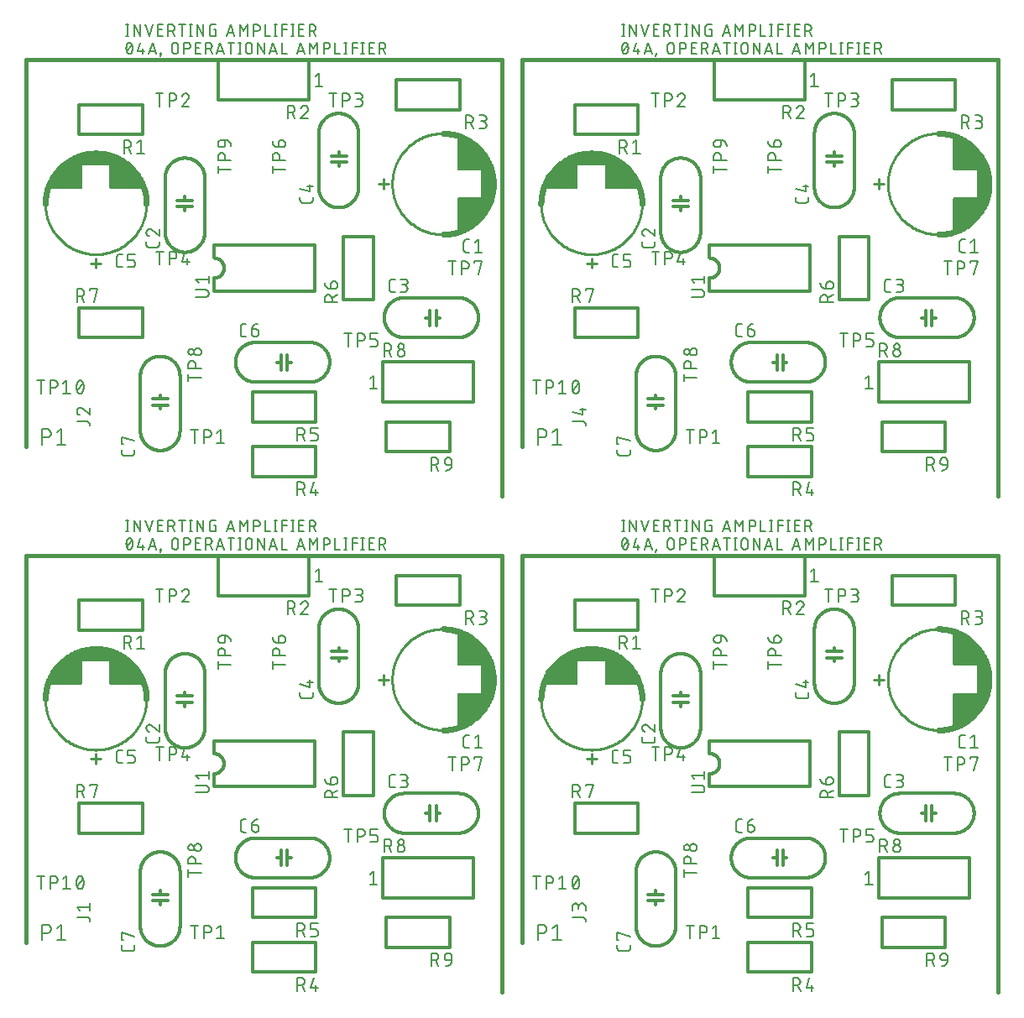
<source format=gbr>
G04 EAGLE Gerber RS-274X export*
G75*
%MOMM*%
%FSLAX34Y34*%
%LPD*%
%INSilkscreen Top*%
%IPPOS*%
%AMOC8*
5,1,8,0,0,1.08239X$1,22.5*%
G01*
%ADD10C,0.203200*%
%ADD11C,0.177800*%
%ADD12C,0.304800*%
%ADD13C,0.300000*%
%ADD14C,0.254000*%
%ADD15C,0.609600*%
%ADD16C,0.406400*%
%ADD17C,0.152400*%

G36*
X446135Y776747D02*
X446135Y776747D01*
X446237Y776753D01*
X446292Y776771D01*
X446348Y776779D01*
X446500Y776833D01*
X453261Y779731D01*
X458000Y779731D01*
X458118Y779746D01*
X458237Y779753D01*
X458275Y779766D01*
X458316Y779771D01*
X458426Y779814D01*
X458539Y779851D01*
X458574Y779873D01*
X458611Y779888D01*
X458707Y779958D01*
X458808Y780021D01*
X458836Y780051D01*
X458869Y780074D01*
X458945Y780166D01*
X459026Y780253D01*
X459046Y780288D01*
X459071Y780319D01*
X459122Y780427D01*
X459180Y780531D01*
X459190Y780571D01*
X459207Y780607D01*
X459229Y780724D01*
X459259Y780839D01*
X459263Y780900D01*
X459267Y780920D01*
X459265Y780940D01*
X459269Y781000D01*
X459269Y782731D01*
X462000Y782731D01*
X462118Y782746D01*
X462237Y782753D01*
X462275Y782766D01*
X462316Y782771D01*
X462426Y782814D01*
X462539Y782851D01*
X462574Y782873D01*
X462611Y782888D01*
X462707Y782958D01*
X462808Y783021D01*
X462836Y783051D01*
X462869Y783074D01*
X462945Y783166D01*
X463026Y783253D01*
X463046Y783288D01*
X463071Y783319D01*
X463122Y783427D01*
X463180Y783531D01*
X463190Y783571D01*
X463207Y783607D01*
X463229Y783724D01*
X463259Y783839D01*
X463263Y783900D01*
X463267Y783920D01*
X463265Y783940D01*
X463269Y784000D01*
X463269Y785731D01*
X465000Y785731D01*
X465118Y785746D01*
X465237Y785753D01*
X465275Y785766D01*
X465316Y785771D01*
X465426Y785814D01*
X465539Y785851D01*
X465574Y785873D01*
X465611Y785888D01*
X465707Y785958D01*
X465808Y786021D01*
X465836Y786051D01*
X465869Y786074D01*
X465945Y786166D01*
X466026Y786253D01*
X466046Y786288D01*
X466071Y786319D01*
X466122Y786427D01*
X466180Y786531D01*
X466190Y786571D01*
X466207Y786607D01*
X466229Y786724D01*
X466259Y786839D01*
X466263Y786900D01*
X466267Y786920D01*
X466265Y786940D01*
X466269Y787000D01*
X466269Y788731D01*
X468000Y788731D01*
X468050Y788737D01*
X468101Y788735D01*
X468207Y788757D01*
X468316Y788771D01*
X468363Y788789D01*
X468412Y788800D01*
X468510Y788848D01*
X468611Y788888D01*
X468652Y788917D01*
X468698Y788940D01*
X468781Y789011D01*
X468869Y789074D01*
X468901Y789113D01*
X468939Y789146D01*
X469040Y789272D01*
X476040Y799272D01*
X476046Y799284D01*
X476054Y799293D01*
X476135Y799432D01*
X481135Y809432D01*
X481153Y809484D01*
X481180Y809531D01*
X481206Y809633D01*
X481241Y809732D01*
X481245Y809787D01*
X481259Y809839D01*
X481269Y810000D01*
X481269Y840000D01*
X481262Y840054D01*
X481265Y840108D01*
X481243Y840211D01*
X481229Y840316D01*
X481209Y840366D01*
X481198Y840419D01*
X481135Y840568D01*
X476135Y850568D01*
X476128Y850578D01*
X476124Y850590D01*
X476040Y850728D01*
X469040Y860728D01*
X468999Y860773D01*
X468966Y860824D01*
X468854Y860939D01*
X457854Y870939D01*
X457760Y871005D01*
X457672Y871077D01*
X457631Y871096D01*
X457594Y871122D01*
X457487Y871162D01*
X457383Y871210D01*
X457316Y871227D01*
X457296Y871234D01*
X457277Y871236D01*
X457227Y871249D01*
X446227Y873249D01*
X446153Y873253D01*
X446081Y873267D01*
X445995Y873261D01*
X445910Y873266D01*
X445837Y873252D01*
X445763Y873247D01*
X445682Y873221D01*
X445598Y873204D01*
X445531Y873172D01*
X445461Y873149D01*
X445388Y873103D01*
X445311Y873066D01*
X445254Y873018D01*
X445192Y872979D01*
X445133Y872916D01*
X445068Y872861D01*
X445025Y872801D01*
X444974Y872747D01*
X444933Y872672D01*
X444883Y872602D01*
X444856Y872533D01*
X444820Y872469D01*
X444799Y872386D01*
X444768Y872306D01*
X444759Y872232D01*
X444741Y872161D01*
X444731Y872000D01*
X444731Y840000D01*
X444746Y839882D01*
X444753Y839763D01*
X444766Y839725D01*
X444771Y839684D01*
X444814Y839574D01*
X444851Y839461D01*
X444873Y839426D01*
X444888Y839389D01*
X444958Y839293D01*
X445021Y839192D01*
X445051Y839164D01*
X445074Y839131D01*
X445166Y839056D01*
X445253Y838974D01*
X445288Y838954D01*
X445319Y838929D01*
X445427Y838878D01*
X445531Y838820D01*
X445571Y838810D01*
X445607Y838793D01*
X445724Y838771D01*
X445839Y838741D01*
X445900Y838737D01*
X445920Y838733D01*
X445940Y838735D01*
X446000Y838731D01*
X468731Y838731D01*
X468731Y811269D01*
X446000Y811269D01*
X445882Y811254D01*
X445763Y811247D01*
X445725Y811234D01*
X445684Y811229D01*
X445574Y811186D01*
X445461Y811149D01*
X445426Y811127D01*
X445389Y811112D01*
X445293Y811043D01*
X445192Y810979D01*
X445164Y810949D01*
X445131Y810926D01*
X445056Y810834D01*
X444974Y810747D01*
X444954Y810712D01*
X444929Y810681D01*
X444878Y810573D01*
X444820Y810469D01*
X444810Y810429D01*
X444793Y810393D01*
X444771Y810276D01*
X444741Y810161D01*
X444737Y810101D01*
X444733Y810081D01*
X444735Y810060D01*
X444731Y810000D01*
X444731Y778000D01*
X444738Y777943D01*
X444736Y777886D01*
X444758Y777786D01*
X444771Y777684D01*
X444792Y777631D01*
X444804Y777575D01*
X444850Y777484D01*
X444888Y777389D01*
X444921Y777342D01*
X444947Y777291D01*
X445014Y777214D01*
X445074Y777131D01*
X445119Y777095D01*
X445157Y777052D01*
X445241Y776994D01*
X445319Y776929D01*
X445371Y776904D01*
X445419Y776872D01*
X445515Y776837D01*
X445607Y776793D01*
X445663Y776782D01*
X445717Y776763D01*
X445819Y776753D01*
X445920Y776733D01*
X445977Y776737D01*
X446034Y776731D01*
X446135Y776747D01*
G37*
G36*
X946135Y776747D02*
X946135Y776747D01*
X946237Y776753D01*
X946292Y776771D01*
X946348Y776779D01*
X946500Y776833D01*
X953261Y779731D01*
X958000Y779731D01*
X958118Y779746D01*
X958237Y779753D01*
X958275Y779766D01*
X958316Y779771D01*
X958426Y779814D01*
X958539Y779851D01*
X958574Y779873D01*
X958611Y779888D01*
X958707Y779958D01*
X958808Y780021D01*
X958836Y780051D01*
X958869Y780074D01*
X958945Y780166D01*
X959026Y780253D01*
X959046Y780288D01*
X959071Y780319D01*
X959122Y780427D01*
X959180Y780531D01*
X959190Y780571D01*
X959207Y780607D01*
X959229Y780724D01*
X959259Y780839D01*
X959263Y780900D01*
X959267Y780920D01*
X959265Y780940D01*
X959269Y781000D01*
X959269Y782731D01*
X962000Y782731D01*
X962118Y782746D01*
X962237Y782753D01*
X962275Y782766D01*
X962316Y782771D01*
X962426Y782814D01*
X962539Y782851D01*
X962574Y782873D01*
X962611Y782888D01*
X962707Y782958D01*
X962808Y783021D01*
X962836Y783051D01*
X962869Y783074D01*
X962945Y783166D01*
X963026Y783253D01*
X963046Y783288D01*
X963071Y783319D01*
X963122Y783427D01*
X963180Y783531D01*
X963190Y783571D01*
X963207Y783607D01*
X963229Y783724D01*
X963259Y783839D01*
X963263Y783900D01*
X963267Y783920D01*
X963265Y783940D01*
X963269Y784000D01*
X963269Y785731D01*
X965000Y785731D01*
X965118Y785746D01*
X965237Y785753D01*
X965275Y785766D01*
X965316Y785771D01*
X965426Y785814D01*
X965539Y785851D01*
X965574Y785873D01*
X965611Y785888D01*
X965707Y785958D01*
X965808Y786021D01*
X965836Y786051D01*
X965869Y786074D01*
X965945Y786166D01*
X966026Y786253D01*
X966046Y786288D01*
X966071Y786319D01*
X966122Y786427D01*
X966180Y786531D01*
X966190Y786571D01*
X966207Y786607D01*
X966229Y786724D01*
X966259Y786839D01*
X966263Y786900D01*
X966267Y786920D01*
X966265Y786940D01*
X966269Y787000D01*
X966269Y788731D01*
X968000Y788731D01*
X968050Y788737D01*
X968101Y788735D01*
X968207Y788757D01*
X968316Y788771D01*
X968363Y788789D01*
X968412Y788800D01*
X968510Y788848D01*
X968611Y788888D01*
X968652Y788917D01*
X968698Y788940D01*
X968781Y789011D01*
X968869Y789074D01*
X968901Y789113D01*
X968939Y789146D01*
X969040Y789272D01*
X976040Y799272D01*
X976046Y799284D01*
X976054Y799293D01*
X976135Y799432D01*
X981135Y809432D01*
X981153Y809484D01*
X981180Y809531D01*
X981206Y809633D01*
X981241Y809732D01*
X981245Y809787D01*
X981259Y809839D01*
X981269Y810000D01*
X981269Y840000D01*
X981262Y840054D01*
X981265Y840108D01*
X981243Y840211D01*
X981229Y840316D01*
X981209Y840366D01*
X981198Y840419D01*
X981135Y840568D01*
X976135Y850568D01*
X976128Y850578D01*
X976124Y850590D01*
X976040Y850728D01*
X969040Y860728D01*
X968999Y860773D01*
X968966Y860824D01*
X968854Y860939D01*
X957854Y870939D01*
X957760Y871005D01*
X957672Y871077D01*
X957631Y871096D01*
X957594Y871122D01*
X957487Y871162D01*
X957383Y871210D01*
X957316Y871227D01*
X957296Y871234D01*
X957277Y871236D01*
X957227Y871249D01*
X946227Y873249D01*
X946153Y873253D01*
X946081Y873267D01*
X945995Y873261D01*
X945910Y873266D01*
X945837Y873252D01*
X945763Y873247D01*
X945682Y873221D01*
X945598Y873204D01*
X945531Y873172D01*
X945461Y873149D01*
X945388Y873103D01*
X945311Y873066D01*
X945254Y873018D01*
X945192Y872979D01*
X945133Y872916D01*
X945068Y872861D01*
X945025Y872801D01*
X944974Y872747D01*
X944933Y872672D01*
X944883Y872602D01*
X944856Y872533D01*
X944820Y872469D01*
X944799Y872386D01*
X944768Y872306D01*
X944759Y872232D01*
X944741Y872161D01*
X944731Y872000D01*
X944731Y840000D01*
X944746Y839882D01*
X944753Y839763D01*
X944766Y839725D01*
X944771Y839684D01*
X944814Y839574D01*
X944851Y839461D01*
X944873Y839426D01*
X944888Y839389D01*
X944958Y839293D01*
X945021Y839192D01*
X945051Y839164D01*
X945074Y839131D01*
X945166Y839056D01*
X945253Y838974D01*
X945288Y838954D01*
X945319Y838929D01*
X945427Y838878D01*
X945531Y838820D01*
X945571Y838810D01*
X945607Y838793D01*
X945724Y838771D01*
X945839Y838741D01*
X945900Y838737D01*
X945920Y838733D01*
X945940Y838735D01*
X946000Y838731D01*
X968731Y838731D01*
X968731Y811269D01*
X946000Y811269D01*
X945882Y811254D01*
X945763Y811247D01*
X945725Y811234D01*
X945684Y811229D01*
X945574Y811186D01*
X945461Y811149D01*
X945426Y811127D01*
X945389Y811112D01*
X945293Y811043D01*
X945192Y810979D01*
X945164Y810949D01*
X945131Y810926D01*
X945056Y810834D01*
X944974Y810747D01*
X944954Y810712D01*
X944929Y810681D01*
X944878Y810573D01*
X944820Y810469D01*
X944810Y810429D01*
X944793Y810393D01*
X944771Y810276D01*
X944741Y810161D01*
X944737Y810101D01*
X944733Y810081D01*
X944735Y810060D01*
X944731Y810000D01*
X944731Y778000D01*
X944738Y777943D01*
X944736Y777886D01*
X944758Y777786D01*
X944771Y777684D01*
X944792Y777631D01*
X944804Y777575D01*
X944850Y777484D01*
X944888Y777389D01*
X944921Y777342D01*
X944947Y777291D01*
X945014Y777214D01*
X945074Y777131D01*
X945119Y777095D01*
X945157Y777052D01*
X945241Y776994D01*
X945319Y776929D01*
X945371Y776904D01*
X945419Y776872D01*
X945515Y776837D01*
X945607Y776793D01*
X945663Y776782D01*
X945717Y776763D01*
X945819Y776753D01*
X945920Y776733D01*
X945977Y776737D01*
X946034Y776731D01*
X946135Y776747D01*
G37*
G36*
X65118Y819746D02*
X65118Y819746D01*
X65237Y819753D01*
X65275Y819766D01*
X65316Y819771D01*
X65426Y819814D01*
X65539Y819851D01*
X65574Y819873D01*
X65611Y819888D01*
X65707Y819958D01*
X65808Y820021D01*
X65836Y820051D01*
X65869Y820074D01*
X65945Y820166D01*
X66026Y820253D01*
X66046Y820288D01*
X66071Y820319D01*
X66122Y820427D01*
X66180Y820531D01*
X66190Y820571D01*
X66207Y820607D01*
X66229Y820724D01*
X66259Y820839D01*
X66263Y820900D01*
X66267Y820920D01*
X66265Y820940D01*
X66269Y821000D01*
X66269Y843731D01*
X93731Y843731D01*
X93731Y821000D01*
X93746Y820882D01*
X93753Y820763D01*
X93766Y820725D01*
X93771Y820684D01*
X93814Y820574D01*
X93851Y820461D01*
X93873Y820426D01*
X93888Y820389D01*
X93958Y820293D01*
X94021Y820192D01*
X94051Y820164D01*
X94074Y820131D01*
X94166Y820056D01*
X94253Y819974D01*
X94288Y819954D01*
X94319Y819929D01*
X94427Y819878D01*
X94531Y819820D01*
X94571Y819810D01*
X94607Y819793D01*
X94724Y819771D01*
X94839Y819741D01*
X94900Y819737D01*
X94920Y819733D01*
X94940Y819735D01*
X95000Y819731D01*
X127000Y819731D01*
X127057Y819738D01*
X127114Y819736D01*
X127214Y819758D01*
X127316Y819771D01*
X127369Y819792D01*
X127425Y819804D01*
X127516Y819850D01*
X127611Y819888D01*
X127658Y819921D01*
X127709Y819947D01*
X127786Y820014D01*
X127869Y820074D01*
X127905Y820119D01*
X127948Y820157D01*
X128006Y820241D01*
X128071Y820319D01*
X128096Y820371D01*
X128128Y820419D01*
X128163Y820515D01*
X128207Y820607D01*
X128218Y820663D01*
X128237Y820717D01*
X128248Y820819D01*
X128267Y820920D01*
X128263Y820977D01*
X128269Y821034D01*
X128253Y821135D01*
X128247Y821237D01*
X128229Y821292D01*
X128221Y821348D01*
X128167Y821500D01*
X125269Y828261D01*
X125269Y833000D01*
X125254Y833118D01*
X125247Y833237D01*
X125234Y833275D01*
X125229Y833316D01*
X125186Y833426D01*
X125149Y833539D01*
X125127Y833574D01*
X125112Y833611D01*
X125043Y833707D01*
X124979Y833808D01*
X124949Y833836D01*
X124926Y833869D01*
X124834Y833945D01*
X124747Y834026D01*
X124712Y834046D01*
X124681Y834071D01*
X124573Y834122D01*
X124469Y834180D01*
X124429Y834190D01*
X124393Y834207D01*
X124276Y834229D01*
X124161Y834259D01*
X124101Y834263D01*
X124081Y834267D01*
X124060Y834265D01*
X124000Y834269D01*
X122269Y834269D01*
X122269Y837000D01*
X122254Y837118D01*
X122247Y837237D01*
X122234Y837275D01*
X122229Y837316D01*
X122186Y837426D01*
X122149Y837539D01*
X122127Y837574D01*
X122112Y837611D01*
X122043Y837707D01*
X121979Y837808D01*
X121949Y837836D01*
X121926Y837869D01*
X121834Y837945D01*
X121747Y838026D01*
X121712Y838046D01*
X121681Y838071D01*
X121573Y838122D01*
X121469Y838180D01*
X121429Y838190D01*
X121393Y838207D01*
X121276Y838229D01*
X121161Y838259D01*
X121101Y838263D01*
X121081Y838267D01*
X121060Y838265D01*
X121000Y838269D01*
X119269Y838269D01*
X119269Y840000D01*
X119254Y840118D01*
X119247Y840237D01*
X119234Y840275D01*
X119229Y840316D01*
X119186Y840426D01*
X119149Y840539D01*
X119127Y840574D01*
X119112Y840611D01*
X119043Y840707D01*
X118979Y840808D01*
X118949Y840836D01*
X118926Y840869D01*
X118834Y840945D01*
X118747Y841026D01*
X118712Y841046D01*
X118681Y841071D01*
X118573Y841122D01*
X118469Y841180D01*
X118429Y841190D01*
X118393Y841207D01*
X118276Y841229D01*
X118161Y841259D01*
X118101Y841263D01*
X118081Y841267D01*
X118060Y841265D01*
X118000Y841269D01*
X116269Y841269D01*
X116269Y843000D01*
X116263Y843050D01*
X116265Y843101D01*
X116243Y843207D01*
X116229Y843316D01*
X116211Y843363D01*
X116200Y843412D01*
X116152Y843510D01*
X116112Y843611D01*
X116083Y843652D01*
X116060Y843698D01*
X115989Y843781D01*
X115926Y843869D01*
X115887Y843901D01*
X115854Y843939D01*
X115728Y844040D01*
X105728Y851040D01*
X105716Y851046D01*
X105707Y851054D01*
X105568Y851135D01*
X95568Y856135D01*
X95516Y856153D01*
X95469Y856180D01*
X95367Y856206D01*
X95268Y856241D01*
X95213Y856245D01*
X95161Y856259D01*
X95000Y856269D01*
X65000Y856269D01*
X64946Y856262D01*
X64892Y856265D01*
X64789Y856243D01*
X64684Y856229D01*
X64634Y856209D01*
X64581Y856198D01*
X64432Y856135D01*
X54432Y851135D01*
X54422Y851128D01*
X54410Y851124D01*
X54272Y851040D01*
X44272Y844040D01*
X44227Y843999D01*
X44176Y843966D01*
X44061Y843854D01*
X34061Y832854D01*
X33995Y832760D01*
X33923Y832672D01*
X33904Y832631D01*
X33878Y832594D01*
X33838Y832487D01*
X33790Y832383D01*
X33773Y832316D01*
X33766Y832296D01*
X33764Y832277D01*
X33751Y832227D01*
X31751Y821227D01*
X31747Y821153D01*
X31733Y821081D01*
X31739Y820995D01*
X31734Y820910D01*
X31748Y820837D01*
X31753Y820763D01*
X31779Y820682D01*
X31796Y820598D01*
X31828Y820531D01*
X31851Y820461D01*
X31897Y820388D01*
X31934Y820311D01*
X31982Y820254D01*
X32021Y820192D01*
X32084Y820133D01*
X32139Y820068D01*
X32199Y820025D01*
X32253Y819974D01*
X32328Y819933D01*
X32398Y819883D01*
X32467Y819856D01*
X32531Y819820D01*
X32614Y819799D01*
X32694Y819768D01*
X32768Y819759D01*
X32839Y819741D01*
X33000Y819731D01*
X65000Y819731D01*
X65118Y819746D01*
G37*
G36*
X565118Y819746D02*
X565118Y819746D01*
X565237Y819753D01*
X565275Y819766D01*
X565316Y819771D01*
X565426Y819814D01*
X565539Y819851D01*
X565574Y819873D01*
X565611Y819888D01*
X565707Y819958D01*
X565808Y820021D01*
X565836Y820051D01*
X565869Y820074D01*
X565945Y820166D01*
X566026Y820253D01*
X566046Y820288D01*
X566071Y820319D01*
X566122Y820427D01*
X566180Y820531D01*
X566190Y820571D01*
X566207Y820607D01*
X566229Y820724D01*
X566259Y820839D01*
X566263Y820900D01*
X566267Y820920D01*
X566265Y820940D01*
X566269Y821000D01*
X566269Y843731D01*
X593731Y843731D01*
X593731Y821000D01*
X593746Y820882D01*
X593753Y820763D01*
X593766Y820725D01*
X593771Y820684D01*
X593814Y820574D01*
X593851Y820461D01*
X593873Y820426D01*
X593888Y820389D01*
X593958Y820293D01*
X594021Y820192D01*
X594051Y820164D01*
X594074Y820131D01*
X594166Y820056D01*
X594253Y819974D01*
X594288Y819954D01*
X594319Y819929D01*
X594427Y819878D01*
X594531Y819820D01*
X594571Y819810D01*
X594607Y819793D01*
X594724Y819771D01*
X594839Y819741D01*
X594900Y819737D01*
X594920Y819733D01*
X594940Y819735D01*
X595000Y819731D01*
X627000Y819731D01*
X627057Y819738D01*
X627114Y819736D01*
X627214Y819758D01*
X627316Y819771D01*
X627369Y819792D01*
X627425Y819804D01*
X627516Y819850D01*
X627611Y819888D01*
X627658Y819921D01*
X627709Y819947D01*
X627786Y820014D01*
X627869Y820074D01*
X627905Y820119D01*
X627948Y820157D01*
X628006Y820241D01*
X628071Y820319D01*
X628096Y820371D01*
X628128Y820419D01*
X628163Y820515D01*
X628207Y820607D01*
X628218Y820663D01*
X628237Y820717D01*
X628248Y820819D01*
X628267Y820920D01*
X628263Y820977D01*
X628269Y821034D01*
X628253Y821135D01*
X628247Y821237D01*
X628229Y821292D01*
X628221Y821348D01*
X628167Y821500D01*
X625269Y828261D01*
X625269Y833000D01*
X625254Y833118D01*
X625247Y833237D01*
X625234Y833275D01*
X625229Y833316D01*
X625186Y833426D01*
X625149Y833539D01*
X625127Y833574D01*
X625112Y833611D01*
X625043Y833707D01*
X624979Y833808D01*
X624949Y833836D01*
X624926Y833869D01*
X624834Y833945D01*
X624747Y834026D01*
X624712Y834046D01*
X624681Y834071D01*
X624573Y834122D01*
X624469Y834180D01*
X624429Y834190D01*
X624393Y834207D01*
X624276Y834229D01*
X624161Y834259D01*
X624101Y834263D01*
X624081Y834267D01*
X624060Y834265D01*
X624000Y834269D01*
X622269Y834269D01*
X622269Y837000D01*
X622254Y837118D01*
X622247Y837237D01*
X622234Y837275D01*
X622229Y837316D01*
X622186Y837426D01*
X622149Y837539D01*
X622127Y837574D01*
X622112Y837611D01*
X622043Y837707D01*
X621979Y837808D01*
X621949Y837836D01*
X621926Y837869D01*
X621834Y837945D01*
X621747Y838026D01*
X621712Y838046D01*
X621681Y838071D01*
X621573Y838122D01*
X621469Y838180D01*
X621429Y838190D01*
X621393Y838207D01*
X621276Y838229D01*
X621161Y838259D01*
X621101Y838263D01*
X621081Y838267D01*
X621060Y838265D01*
X621000Y838269D01*
X619269Y838269D01*
X619269Y840000D01*
X619254Y840118D01*
X619247Y840237D01*
X619234Y840275D01*
X619229Y840316D01*
X619186Y840426D01*
X619149Y840539D01*
X619127Y840574D01*
X619112Y840611D01*
X619043Y840707D01*
X618979Y840808D01*
X618949Y840836D01*
X618926Y840869D01*
X618834Y840945D01*
X618747Y841026D01*
X618712Y841046D01*
X618681Y841071D01*
X618573Y841122D01*
X618469Y841180D01*
X618429Y841190D01*
X618393Y841207D01*
X618276Y841229D01*
X618161Y841259D01*
X618101Y841263D01*
X618081Y841267D01*
X618060Y841265D01*
X618000Y841269D01*
X616269Y841269D01*
X616269Y843000D01*
X616263Y843050D01*
X616265Y843101D01*
X616243Y843207D01*
X616229Y843316D01*
X616211Y843363D01*
X616200Y843412D01*
X616152Y843510D01*
X616112Y843611D01*
X616083Y843652D01*
X616060Y843698D01*
X615989Y843781D01*
X615926Y843869D01*
X615887Y843901D01*
X615854Y843939D01*
X615728Y844040D01*
X605728Y851040D01*
X605716Y851046D01*
X605707Y851054D01*
X605568Y851135D01*
X595568Y856135D01*
X595516Y856153D01*
X595469Y856180D01*
X595367Y856206D01*
X595268Y856241D01*
X595213Y856245D01*
X595161Y856259D01*
X595000Y856269D01*
X565000Y856269D01*
X564946Y856262D01*
X564892Y856265D01*
X564789Y856243D01*
X564684Y856229D01*
X564634Y856209D01*
X564581Y856198D01*
X564432Y856135D01*
X554432Y851135D01*
X554422Y851128D01*
X554410Y851124D01*
X554272Y851040D01*
X544272Y844040D01*
X544227Y843999D01*
X544176Y843966D01*
X544061Y843854D01*
X534061Y832854D01*
X533995Y832760D01*
X533923Y832672D01*
X533904Y832631D01*
X533878Y832594D01*
X533838Y832487D01*
X533790Y832383D01*
X533773Y832316D01*
X533766Y832296D01*
X533764Y832277D01*
X533751Y832227D01*
X531751Y821227D01*
X531747Y821153D01*
X531733Y821081D01*
X531739Y820995D01*
X531734Y820910D01*
X531748Y820837D01*
X531753Y820763D01*
X531779Y820682D01*
X531796Y820598D01*
X531828Y820531D01*
X531851Y820461D01*
X531897Y820388D01*
X531934Y820311D01*
X531982Y820254D01*
X532021Y820192D01*
X532084Y820133D01*
X532139Y820068D01*
X532199Y820025D01*
X532253Y819974D01*
X532328Y819933D01*
X532398Y819883D01*
X532467Y819856D01*
X532531Y819820D01*
X532614Y819799D01*
X532694Y819768D01*
X532768Y819759D01*
X532839Y819741D01*
X533000Y819731D01*
X565000Y819731D01*
X565118Y819746D01*
G37*
G36*
X446135Y276747D02*
X446135Y276747D01*
X446237Y276753D01*
X446292Y276771D01*
X446348Y276779D01*
X446500Y276833D01*
X453261Y279731D01*
X458000Y279731D01*
X458118Y279746D01*
X458237Y279753D01*
X458275Y279766D01*
X458316Y279771D01*
X458426Y279814D01*
X458539Y279851D01*
X458574Y279873D01*
X458611Y279888D01*
X458707Y279958D01*
X458808Y280021D01*
X458836Y280051D01*
X458869Y280074D01*
X458945Y280166D01*
X459026Y280253D01*
X459046Y280288D01*
X459071Y280319D01*
X459122Y280427D01*
X459180Y280531D01*
X459190Y280571D01*
X459207Y280607D01*
X459229Y280724D01*
X459259Y280839D01*
X459263Y280900D01*
X459267Y280920D01*
X459265Y280940D01*
X459269Y281000D01*
X459269Y282731D01*
X462000Y282731D01*
X462118Y282746D01*
X462237Y282753D01*
X462275Y282766D01*
X462316Y282771D01*
X462426Y282814D01*
X462539Y282851D01*
X462574Y282873D01*
X462611Y282888D01*
X462707Y282958D01*
X462808Y283021D01*
X462836Y283051D01*
X462869Y283074D01*
X462945Y283166D01*
X463026Y283253D01*
X463046Y283288D01*
X463071Y283319D01*
X463122Y283427D01*
X463180Y283531D01*
X463190Y283571D01*
X463207Y283607D01*
X463229Y283724D01*
X463259Y283839D01*
X463263Y283900D01*
X463267Y283920D01*
X463265Y283940D01*
X463269Y284000D01*
X463269Y285731D01*
X465000Y285731D01*
X465118Y285746D01*
X465237Y285753D01*
X465275Y285766D01*
X465316Y285771D01*
X465426Y285814D01*
X465539Y285851D01*
X465574Y285873D01*
X465611Y285888D01*
X465707Y285958D01*
X465808Y286021D01*
X465836Y286051D01*
X465869Y286074D01*
X465945Y286166D01*
X466026Y286253D01*
X466046Y286288D01*
X466071Y286319D01*
X466122Y286427D01*
X466180Y286531D01*
X466190Y286571D01*
X466207Y286607D01*
X466229Y286724D01*
X466259Y286839D01*
X466263Y286900D01*
X466267Y286920D01*
X466265Y286940D01*
X466269Y287000D01*
X466269Y288731D01*
X468000Y288731D01*
X468050Y288737D01*
X468101Y288735D01*
X468207Y288757D01*
X468316Y288771D01*
X468363Y288789D01*
X468412Y288800D01*
X468510Y288848D01*
X468611Y288888D01*
X468652Y288917D01*
X468698Y288940D01*
X468781Y289011D01*
X468869Y289074D01*
X468901Y289113D01*
X468939Y289146D01*
X469040Y289272D01*
X476040Y299272D01*
X476046Y299284D01*
X476054Y299293D01*
X476135Y299432D01*
X481135Y309432D01*
X481153Y309484D01*
X481180Y309531D01*
X481206Y309633D01*
X481241Y309732D01*
X481245Y309787D01*
X481259Y309839D01*
X481269Y310000D01*
X481269Y340000D01*
X481262Y340054D01*
X481265Y340108D01*
X481243Y340211D01*
X481229Y340316D01*
X481209Y340366D01*
X481198Y340419D01*
X481135Y340568D01*
X476135Y350568D01*
X476128Y350578D01*
X476124Y350590D01*
X476040Y350728D01*
X469040Y360728D01*
X468999Y360773D01*
X468966Y360824D01*
X468854Y360939D01*
X457854Y370939D01*
X457760Y371005D01*
X457672Y371077D01*
X457631Y371096D01*
X457594Y371122D01*
X457487Y371162D01*
X457383Y371210D01*
X457316Y371227D01*
X457296Y371234D01*
X457277Y371236D01*
X457227Y371249D01*
X446227Y373249D01*
X446153Y373253D01*
X446081Y373267D01*
X445995Y373261D01*
X445910Y373266D01*
X445837Y373252D01*
X445763Y373247D01*
X445682Y373221D01*
X445598Y373204D01*
X445531Y373172D01*
X445461Y373149D01*
X445388Y373103D01*
X445311Y373066D01*
X445254Y373018D01*
X445192Y372979D01*
X445133Y372916D01*
X445068Y372861D01*
X445025Y372801D01*
X444974Y372747D01*
X444933Y372672D01*
X444883Y372602D01*
X444856Y372533D01*
X444820Y372469D01*
X444799Y372386D01*
X444768Y372306D01*
X444759Y372232D01*
X444741Y372161D01*
X444731Y372000D01*
X444731Y340000D01*
X444746Y339882D01*
X444753Y339763D01*
X444766Y339725D01*
X444771Y339684D01*
X444814Y339574D01*
X444851Y339461D01*
X444873Y339426D01*
X444888Y339389D01*
X444958Y339293D01*
X445021Y339192D01*
X445051Y339164D01*
X445074Y339131D01*
X445166Y339056D01*
X445253Y338974D01*
X445288Y338954D01*
X445319Y338929D01*
X445427Y338878D01*
X445531Y338820D01*
X445571Y338810D01*
X445607Y338793D01*
X445724Y338771D01*
X445839Y338741D01*
X445900Y338737D01*
X445920Y338733D01*
X445940Y338735D01*
X446000Y338731D01*
X468731Y338731D01*
X468731Y311269D01*
X446000Y311269D01*
X445882Y311254D01*
X445763Y311247D01*
X445725Y311234D01*
X445684Y311229D01*
X445574Y311186D01*
X445461Y311149D01*
X445426Y311127D01*
X445389Y311112D01*
X445293Y311043D01*
X445192Y310979D01*
X445164Y310949D01*
X445131Y310926D01*
X445056Y310834D01*
X444974Y310747D01*
X444954Y310712D01*
X444929Y310681D01*
X444878Y310573D01*
X444820Y310469D01*
X444810Y310429D01*
X444793Y310393D01*
X444771Y310276D01*
X444741Y310161D01*
X444737Y310101D01*
X444733Y310081D01*
X444735Y310060D01*
X444731Y310000D01*
X444731Y278000D01*
X444738Y277943D01*
X444736Y277886D01*
X444758Y277786D01*
X444771Y277684D01*
X444792Y277631D01*
X444804Y277575D01*
X444850Y277484D01*
X444888Y277389D01*
X444921Y277342D01*
X444947Y277291D01*
X445014Y277214D01*
X445074Y277131D01*
X445119Y277095D01*
X445157Y277052D01*
X445241Y276994D01*
X445319Y276929D01*
X445371Y276904D01*
X445419Y276872D01*
X445515Y276837D01*
X445607Y276793D01*
X445663Y276782D01*
X445717Y276763D01*
X445819Y276753D01*
X445920Y276733D01*
X445977Y276737D01*
X446034Y276731D01*
X446135Y276747D01*
G37*
G36*
X946135Y276747D02*
X946135Y276747D01*
X946237Y276753D01*
X946292Y276771D01*
X946348Y276779D01*
X946500Y276833D01*
X953261Y279731D01*
X958000Y279731D01*
X958118Y279746D01*
X958237Y279753D01*
X958275Y279766D01*
X958316Y279771D01*
X958426Y279814D01*
X958539Y279851D01*
X958574Y279873D01*
X958611Y279888D01*
X958707Y279958D01*
X958808Y280021D01*
X958836Y280051D01*
X958869Y280074D01*
X958945Y280166D01*
X959026Y280253D01*
X959046Y280288D01*
X959071Y280319D01*
X959122Y280427D01*
X959180Y280531D01*
X959190Y280571D01*
X959207Y280607D01*
X959229Y280724D01*
X959259Y280839D01*
X959263Y280900D01*
X959267Y280920D01*
X959265Y280940D01*
X959269Y281000D01*
X959269Y282731D01*
X962000Y282731D01*
X962118Y282746D01*
X962237Y282753D01*
X962275Y282766D01*
X962316Y282771D01*
X962426Y282814D01*
X962539Y282851D01*
X962574Y282873D01*
X962611Y282888D01*
X962707Y282958D01*
X962808Y283021D01*
X962836Y283051D01*
X962869Y283074D01*
X962945Y283166D01*
X963026Y283253D01*
X963046Y283288D01*
X963071Y283319D01*
X963122Y283427D01*
X963180Y283531D01*
X963190Y283571D01*
X963207Y283607D01*
X963229Y283724D01*
X963259Y283839D01*
X963263Y283900D01*
X963267Y283920D01*
X963265Y283940D01*
X963269Y284000D01*
X963269Y285731D01*
X965000Y285731D01*
X965118Y285746D01*
X965237Y285753D01*
X965275Y285766D01*
X965316Y285771D01*
X965426Y285814D01*
X965539Y285851D01*
X965574Y285873D01*
X965611Y285888D01*
X965707Y285958D01*
X965808Y286021D01*
X965836Y286051D01*
X965869Y286074D01*
X965945Y286166D01*
X966026Y286253D01*
X966046Y286288D01*
X966071Y286319D01*
X966122Y286427D01*
X966180Y286531D01*
X966190Y286571D01*
X966207Y286607D01*
X966229Y286724D01*
X966259Y286839D01*
X966263Y286900D01*
X966267Y286920D01*
X966265Y286940D01*
X966269Y287000D01*
X966269Y288731D01*
X968000Y288731D01*
X968050Y288737D01*
X968101Y288735D01*
X968207Y288757D01*
X968316Y288771D01*
X968363Y288789D01*
X968412Y288800D01*
X968510Y288848D01*
X968611Y288888D01*
X968652Y288917D01*
X968698Y288940D01*
X968781Y289011D01*
X968869Y289074D01*
X968901Y289113D01*
X968939Y289146D01*
X969040Y289272D01*
X976040Y299272D01*
X976046Y299284D01*
X976054Y299293D01*
X976135Y299432D01*
X981135Y309432D01*
X981153Y309484D01*
X981180Y309531D01*
X981206Y309633D01*
X981241Y309732D01*
X981245Y309787D01*
X981259Y309839D01*
X981269Y310000D01*
X981269Y340000D01*
X981262Y340054D01*
X981265Y340108D01*
X981243Y340211D01*
X981229Y340316D01*
X981209Y340366D01*
X981198Y340419D01*
X981135Y340568D01*
X976135Y350568D01*
X976128Y350578D01*
X976124Y350590D01*
X976040Y350728D01*
X969040Y360728D01*
X968999Y360773D01*
X968966Y360824D01*
X968854Y360939D01*
X957854Y370939D01*
X957760Y371005D01*
X957672Y371077D01*
X957631Y371096D01*
X957594Y371122D01*
X957487Y371162D01*
X957383Y371210D01*
X957316Y371227D01*
X957296Y371234D01*
X957277Y371236D01*
X957227Y371249D01*
X946227Y373249D01*
X946153Y373253D01*
X946081Y373267D01*
X945995Y373261D01*
X945910Y373266D01*
X945837Y373252D01*
X945763Y373247D01*
X945682Y373221D01*
X945598Y373204D01*
X945531Y373172D01*
X945461Y373149D01*
X945388Y373103D01*
X945311Y373066D01*
X945254Y373018D01*
X945192Y372979D01*
X945133Y372916D01*
X945068Y372861D01*
X945025Y372801D01*
X944974Y372747D01*
X944933Y372672D01*
X944883Y372602D01*
X944856Y372533D01*
X944820Y372469D01*
X944799Y372386D01*
X944768Y372306D01*
X944759Y372232D01*
X944741Y372161D01*
X944731Y372000D01*
X944731Y340000D01*
X944746Y339882D01*
X944753Y339763D01*
X944766Y339725D01*
X944771Y339684D01*
X944814Y339574D01*
X944851Y339461D01*
X944873Y339426D01*
X944888Y339389D01*
X944958Y339293D01*
X945021Y339192D01*
X945051Y339164D01*
X945074Y339131D01*
X945166Y339056D01*
X945253Y338974D01*
X945288Y338954D01*
X945319Y338929D01*
X945427Y338878D01*
X945531Y338820D01*
X945571Y338810D01*
X945607Y338793D01*
X945724Y338771D01*
X945839Y338741D01*
X945900Y338737D01*
X945920Y338733D01*
X945940Y338735D01*
X946000Y338731D01*
X968731Y338731D01*
X968731Y311269D01*
X946000Y311269D01*
X945882Y311254D01*
X945763Y311247D01*
X945725Y311234D01*
X945684Y311229D01*
X945574Y311186D01*
X945461Y311149D01*
X945426Y311127D01*
X945389Y311112D01*
X945293Y311043D01*
X945192Y310979D01*
X945164Y310949D01*
X945131Y310926D01*
X945056Y310834D01*
X944974Y310747D01*
X944954Y310712D01*
X944929Y310681D01*
X944878Y310573D01*
X944820Y310469D01*
X944810Y310429D01*
X944793Y310393D01*
X944771Y310276D01*
X944741Y310161D01*
X944737Y310101D01*
X944733Y310081D01*
X944735Y310060D01*
X944731Y310000D01*
X944731Y278000D01*
X944738Y277943D01*
X944736Y277886D01*
X944758Y277786D01*
X944771Y277684D01*
X944792Y277631D01*
X944804Y277575D01*
X944850Y277484D01*
X944888Y277389D01*
X944921Y277342D01*
X944947Y277291D01*
X945014Y277214D01*
X945074Y277131D01*
X945119Y277095D01*
X945157Y277052D01*
X945241Y276994D01*
X945319Y276929D01*
X945371Y276904D01*
X945419Y276872D01*
X945515Y276837D01*
X945607Y276793D01*
X945663Y276782D01*
X945717Y276763D01*
X945819Y276753D01*
X945920Y276733D01*
X945977Y276737D01*
X946034Y276731D01*
X946135Y276747D01*
G37*
G36*
X565118Y319746D02*
X565118Y319746D01*
X565237Y319753D01*
X565275Y319766D01*
X565316Y319771D01*
X565426Y319814D01*
X565539Y319851D01*
X565574Y319873D01*
X565611Y319888D01*
X565707Y319958D01*
X565808Y320021D01*
X565836Y320051D01*
X565869Y320074D01*
X565945Y320166D01*
X566026Y320253D01*
X566046Y320288D01*
X566071Y320319D01*
X566122Y320427D01*
X566180Y320531D01*
X566190Y320571D01*
X566207Y320607D01*
X566229Y320724D01*
X566259Y320839D01*
X566263Y320900D01*
X566267Y320920D01*
X566265Y320940D01*
X566269Y321000D01*
X566269Y343731D01*
X593731Y343731D01*
X593731Y321000D01*
X593746Y320882D01*
X593753Y320763D01*
X593766Y320725D01*
X593771Y320684D01*
X593814Y320574D01*
X593851Y320461D01*
X593873Y320426D01*
X593888Y320389D01*
X593958Y320293D01*
X594021Y320192D01*
X594051Y320164D01*
X594074Y320131D01*
X594166Y320056D01*
X594253Y319974D01*
X594288Y319954D01*
X594319Y319929D01*
X594427Y319878D01*
X594531Y319820D01*
X594571Y319810D01*
X594607Y319793D01*
X594724Y319771D01*
X594839Y319741D01*
X594900Y319737D01*
X594920Y319733D01*
X594940Y319735D01*
X595000Y319731D01*
X627000Y319731D01*
X627057Y319738D01*
X627114Y319736D01*
X627214Y319758D01*
X627316Y319771D01*
X627369Y319792D01*
X627425Y319804D01*
X627516Y319850D01*
X627611Y319888D01*
X627658Y319921D01*
X627709Y319947D01*
X627786Y320014D01*
X627869Y320074D01*
X627905Y320119D01*
X627948Y320157D01*
X628006Y320241D01*
X628071Y320319D01*
X628096Y320371D01*
X628128Y320419D01*
X628163Y320515D01*
X628207Y320607D01*
X628218Y320663D01*
X628237Y320717D01*
X628248Y320819D01*
X628267Y320920D01*
X628263Y320977D01*
X628269Y321034D01*
X628253Y321135D01*
X628247Y321237D01*
X628229Y321292D01*
X628221Y321348D01*
X628167Y321500D01*
X625269Y328261D01*
X625269Y333000D01*
X625254Y333118D01*
X625247Y333237D01*
X625234Y333275D01*
X625229Y333316D01*
X625186Y333426D01*
X625149Y333539D01*
X625127Y333574D01*
X625112Y333611D01*
X625043Y333707D01*
X624979Y333808D01*
X624949Y333836D01*
X624926Y333869D01*
X624834Y333945D01*
X624747Y334026D01*
X624712Y334046D01*
X624681Y334071D01*
X624573Y334122D01*
X624469Y334180D01*
X624429Y334190D01*
X624393Y334207D01*
X624276Y334229D01*
X624161Y334259D01*
X624101Y334263D01*
X624081Y334267D01*
X624060Y334265D01*
X624000Y334269D01*
X622269Y334269D01*
X622269Y337000D01*
X622254Y337118D01*
X622247Y337237D01*
X622234Y337275D01*
X622229Y337316D01*
X622186Y337426D01*
X622149Y337539D01*
X622127Y337574D01*
X622112Y337611D01*
X622043Y337707D01*
X621979Y337808D01*
X621949Y337836D01*
X621926Y337869D01*
X621834Y337945D01*
X621747Y338026D01*
X621712Y338046D01*
X621681Y338071D01*
X621573Y338122D01*
X621469Y338180D01*
X621429Y338190D01*
X621393Y338207D01*
X621276Y338229D01*
X621161Y338259D01*
X621101Y338263D01*
X621081Y338267D01*
X621060Y338265D01*
X621000Y338269D01*
X619269Y338269D01*
X619269Y340000D01*
X619254Y340118D01*
X619247Y340237D01*
X619234Y340275D01*
X619229Y340316D01*
X619186Y340426D01*
X619149Y340539D01*
X619127Y340574D01*
X619112Y340611D01*
X619043Y340707D01*
X618979Y340808D01*
X618949Y340836D01*
X618926Y340869D01*
X618834Y340945D01*
X618747Y341026D01*
X618712Y341046D01*
X618681Y341071D01*
X618573Y341122D01*
X618469Y341180D01*
X618429Y341190D01*
X618393Y341207D01*
X618276Y341229D01*
X618161Y341259D01*
X618101Y341263D01*
X618081Y341267D01*
X618060Y341265D01*
X618000Y341269D01*
X616269Y341269D01*
X616269Y343000D01*
X616263Y343050D01*
X616265Y343101D01*
X616243Y343207D01*
X616229Y343316D01*
X616211Y343363D01*
X616200Y343412D01*
X616152Y343510D01*
X616112Y343611D01*
X616083Y343652D01*
X616060Y343698D01*
X615989Y343781D01*
X615926Y343869D01*
X615887Y343901D01*
X615854Y343939D01*
X615728Y344040D01*
X605728Y351040D01*
X605716Y351046D01*
X605707Y351054D01*
X605568Y351135D01*
X595568Y356135D01*
X595516Y356153D01*
X595469Y356180D01*
X595367Y356206D01*
X595268Y356241D01*
X595213Y356245D01*
X595161Y356259D01*
X595000Y356269D01*
X565000Y356269D01*
X564946Y356262D01*
X564892Y356265D01*
X564789Y356243D01*
X564684Y356229D01*
X564634Y356209D01*
X564581Y356198D01*
X564432Y356135D01*
X554432Y351135D01*
X554422Y351128D01*
X554410Y351124D01*
X554272Y351040D01*
X544272Y344040D01*
X544227Y343999D01*
X544176Y343966D01*
X544061Y343854D01*
X534061Y332854D01*
X533995Y332760D01*
X533923Y332672D01*
X533904Y332631D01*
X533878Y332594D01*
X533838Y332487D01*
X533790Y332383D01*
X533773Y332316D01*
X533766Y332296D01*
X533764Y332277D01*
X533751Y332227D01*
X531751Y321227D01*
X531747Y321153D01*
X531733Y321081D01*
X531739Y320995D01*
X531734Y320910D01*
X531748Y320837D01*
X531753Y320763D01*
X531779Y320682D01*
X531796Y320598D01*
X531828Y320531D01*
X531851Y320461D01*
X531897Y320388D01*
X531934Y320311D01*
X531982Y320254D01*
X532021Y320192D01*
X532084Y320133D01*
X532139Y320068D01*
X532199Y320025D01*
X532253Y319974D01*
X532328Y319933D01*
X532398Y319883D01*
X532467Y319856D01*
X532531Y319820D01*
X532614Y319799D01*
X532694Y319768D01*
X532768Y319759D01*
X532839Y319741D01*
X533000Y319731D01*
X565000Y319731D01*
X565118Y319746D01*
G37*
G36*
X65118Y319746D02*
X65118Y319746D01*
X65237Y319753D01*
X65275Y319766D01*
X65316Y319771D01*
X65426Y319814D01*
X65539Y319851D01*
X65574Y319873D01*
X65611Y319888D01*
X65707Y319958D01*
X65808Y320021D01*
X65836Y320051D01*
X65869Y320074D01*
X65945Y320166D01*
X66026Y320253D01*
X66046Y320288D01*
X66071Y320319D01*
X66122Y320427D01*
X66180Y320531D01*
X66190Y320571D01*
X66207Y320607D01*
X66229Y320724D01*
X66259Y320839D01*
X66263Y320900D01*
X66267Y320920D01*
X66265Y320940D01*
X66269Y321000D01*
X66269Y343731D01*
X93731Y343731D01*
X93731Y321000D01*
X93746Y320882D01*
X93753Y320763D01*
X93766Y320725D01*
X93771Y320684D01*
X93814Y320574D01*
X93851Y320461D01*
X93873Y320426D01*
X93888Y320389D01*
X93958Y320293D01*
X94021Y320192D01*
X94051Y320164D01*
X94074Y320131D01*
X94166Y320056D01*
X94253Y319974D01*
X94288Y319954D01*
X94319Y319929D01*
X94427Y319878D01*
X94531Y319820D01*
X94571Y319810D01*
X94607Y319793D01*
X94724Y319771D01*
X94839Y319741D01*
X94900Y319737D01*
X94920Y319733D01*
X94940Y319735D01*
X95000Y319731D01*
X127000Y319731D01*
X127057Y319738D01*
X127114Y319736D01*
X127214Y319758D01*
X127316Y319771D01*
X127369Y319792D01*
X127425Y319804D01*
X127516Y319850D01*
X127611Y319888D01*
X127658Y319921D01*
X127709Y319947D01*
X127786Y320014D01*
X127869Y320074D01*
X127905Y320119D01*
X127948Y320157D01*
X128006Y320241D01*
X128071Y320319D01*
X128096Y320371D01*
X128128Y320419D01*
X128163Y320515D01*
X128207Y320607D01*
X128218Y320663D01*
X128237Y320717D01*
X128248Y320819D01*
X128267Y320920D01*
X128263Y320977D01*
X128269Y321034D01*
X128253Y321135D01*
X128247Y321237D01*
X128229Y321292D01*
X128221Y321348D01*
X128167Y321500D01*
X125269Y328261D01*
X125269Y333000D01*
X125254Y333118D01*
X125247Y333237D01*
X125234Y333275D01*
X125229Y333316D01*
X125186Y333426D01*
X125149Y333539D01*
X125127Y333574D01*
X125112Y333611D01*
X125043Y333707D01*
X124979Y333808D01*
X124949Y333836D01*
X124926Y333869D01*
X124834Y333945D01*
X124747Y334026D01*
X124712Y334046D01*
X124681Y334071D01*
X124573Y334122D01*
X124469Y334180D01*
X124429Y334190D01*
X124393Y334207D01*
X124276Y334229D01*
X124161Y334259D01*
X124101Y334263D01*
X124081Y334267D01*
X124060Y334265D01*
X124000Y334269D01*
X122269Y334269D01*
X122269Y337000D01*
X122254Y337118D01*
X122247Y337237D01*
X122234Y337275D01*
X122229Y337316D01*
X122186Y337426D01*
X122149Y337539D01*
X122127Y337574D01*
X122112Y337611D01*
X122043Y337707D01*
X121979Y337808D01*
X121949Y337836D01*
X121926Y337869D01*
X121834Y337945D01*
X121747Y338026D01*
X121712Y338046D01*
X121681Y338071D01*
X121573Y338122D01*
X121469Y338180D01*
X121429Y338190D01*
X121393Y338207D01*
X121276Y338229D01*
X121161Y338259D01*
X121101Y338263D01*
X121081Y338267D01*
X121060Y338265D01*
X121000Y338269D01*
X119269Y338269D01*
X119269Y340000D01*
X119254Y340118D01*
X119247Y340237D01*
X119234Y340275D01*
X119229Y340316D01*
X119186Y340426D01*
X119149Y340539D01*
X119127Y340574D01*
X119112Y340611D01*
X119043Y340707D01*
X118979Y340808D01*
X118949Y340836D01*
X118926Y340869D01*
X118834Y340945D01*
X118747Y341026D01*
X118712Y341046D01*
X118681Y341071D01*
X118573Y341122D01*
X118469Y341180D01*
X118429Y341190D01*
X118393Y341207D01*
X118276Y341229D01*
X118161Y341259D01*
X118101Y341263D01*
X118081Y341267D01*
X118060Y341265D01*
X118000Y341269D01*
X116269Y341269D01*
X116269Y343000D01*
X116263Y343050D01*
X116265Y343101D01*
X116243Y343207D01*
X116229Y343316D01*
X116211Y343363D01*
X116200Y343412D01*
X116152Y343510D01*
X116112Y343611D01*
X116083Y343652D01*
X116060Y343698D01*
X115989Y343781D01*
X115926Y343869D01*
X115887Y343901D01*
X115854Y343939D01*
X115728Y344040D01*
X105728Y351040D01*
X105716Y351046D01*
X105707Y351054D01*
X105568Y351135D01*
X95568Y356135D01*
X95516Y356153D01*
X95469Y356180D01*
X95367Y356206D01*
X95268Y356241D01*
X95213Y356245D01*
X95161Y356259D01*
X95000Y356269D01*
X65000Y356269D01*
X64946Y356262D01*
X64892Y356265D01*
X64789Y356243D01*
X64684Y356229D01*
X64634Y356209D01*
X64581Y356198D01*
X64432Y356135D01*
X54432Y351135D01*
X54422Y351128D01*
X54410Y351124D01*
X54272Y351040D01*
X44272Y344040D01*
X44227Y343999D01*
X44176Y343966D01*
X44061Y343854D01*
X34061Y332854D01*
X33995Y332760D01*
X33923Y332672D01*
X33904Y332631D01*
X33878Y332594D01*
X33838Y332487D01*
X33790Y332383D01*
X33773Y332316D01*
X33766Y332296D01*
X33764Y332277D01*
X33751Y332227D01*
X31751Y321227D01*
X31747Y321153D01*
X31733Y321081D01*
X31739Y320995D01*
X31734Y320910D01*
X31748Y320837D01*
X31753Y320763D01*
X31779Y320682D01*
X31796Y320598D01*
X31828Y320531D01*
X31851Y320461D01*
X31897Y320388D01*
X31934Y320311D01*
X31982Y320254D01*
X32021Y320192D01*
X32084Y320133D01*
X32139Y320068D01*
X32199Y320025D01*
X32253Y319974D01*
X32328Y319933D01*
X32398Y319883D01*
X32467Y319856D01*
X32531Y319820D01*
X32614Y319799D01*
X32694Y319768D01*
X32768Y319759D01*
X32839Y319741D01*
X33000Y319731D01*
X65000Y319731D01*
X65118Y319746D01*
G37*
D10*
X456780Y256016D02*
X453898Y256016D01*
X453793Y256018D01*
X453688Y256024D01*
X453583Y256033D01*
X453478Y256047D01*
X453375Y256064D01*
X453271Y256085D01*
X453169Y256110D01*
X453068Y256138D01*
X452967Y256170D01*
X452868Y256206D01*
X452771Y256246D01*
X452675Y256288D01*
X452580Y256335D01*
X452487Y256385D01*
X452397Y256438D01*
X452308Y256494D01*
X452221Y256554D01*
X452137Y256617D01*
X452054Y256683D01*
X451975Y256752D01*
X451898Y256823D01*
X451823Y256898D01*
X451752Y256975D01*
X451683Y257054D01*
X451617Y257137D01*
X451554Y257221D01*
X451494Y257308D01*
X451438Y257397D01*
X451385Y257487D01*
X451335Y257580D01*
X451288Y257675D01*
X451246Y257771D01*
X451206Y257868D01*
X451170Y257967D01*
X451138Y258068D01*
X451110Y258169D01*
X451085Y258271D01*
X451064Y258375D01*
X451047Y258478D01*
X451033Y258583D01*
X451024Y258688D01*
X451018Y258793D01*
X451016Y258898D01*
X451016Y266102D01*
X451018Y266207D01*
X451024Y266312D01*
X451033Y266417D01*
X451047Y266522D01*
X451064Y266625D01*
X451085Y266729D01*
X451110Y266831D01*
X451138Y266932D01*
X451170Y267033D01*
X451206Y267132D01*
X451246Y267229D01*
X451288Y267325D01*
X451335Y267420D01*
X451385Y267512D01*
X451438Y267603D01*
X451494Y267692D01*
X451554Y267779D01*
X451617Y267863D01*
X451683Y267946D01*
X451752Y268025D01*
X451823Y268102D01*
X451898Y268177D01*
X451975Y268248D01*
X452054Y268317D01*
X452137Y268383D01*
X452221Y268446D01*
X452308Y268506D01*
X452397Y268562D01*
X452487Y268615D01*
X452580Y268665D01*
X452675Y268711D01*
X452771Y268754D01*
X452868Y268794D01*
X452967Y268830D01*
X453068Y268862D01*
X453169Y268890D01*
X453271Y268915D01*
X453374Y268936D01*
X453478Y268953D01*
X453583Y268967D01*
X453688Y268976D01*
X453793Y268982D01*
X453898Y268984D01*
X456780Y268984D01*
X462319Y266102D02*
X465921Y268984D01*
X465921Y256016D01*
X462319Y256016D02*
X469523Y256016D01*
X143984Y263898D02*
X143984Y266780D01*
X143984Y263898D02*
X143982Y263793D01*
X143976Y263688D01*
X143967Y263583D01*
X143953Y263478D01*
X143936Y263375D01*
X143915Y263271D01*
X143890Y263169D01*
X143862Y263068D01*
X143830Y262967D01*
X143794Y262868D01*
X143754Y262771D01*
X143712Y262675D01*
X143665Y262580D01*
X143615Y262487D01*
X143562Y262397D01*
X143506Y262308D01*
X143446Y262221D01*
X143383Y262137D01*
X143317Y262054D01*
X143248Y261975D01*
X143177Y261898D01*
X143102Y261823D01*
X143025Y261752D01*
X142946Y261683D01*
X142863Y261617D01*
X142779Y261554D01*
X142692Y261494D01*
X142603Y261438D01*
X142513Y261385D01*
X142420Y261335D01*
X142325Y261288D01*
X142229Y261246D01*
X142132Y261206D01*
X142033Y261170D01*
X141932Y261138D01*
X141831Y261110D01*
X141729Y261085D01*
X141625Y261064D01*
X141522Y261047D01*
X141417Y261033D01*
X141312Y261024D01*
X141207Y261018D01*
X141102Y261016D01*
X133898Y261016D01*
X133793Y261018D01*
X133688Y261024D01*
X133583Y261033D01*
X133478Y261047D01*
X133375Y261064D01*
X133271Y261085D01*
X133169Y261110D01*
X133068Y261138D01*
X132967Y261170D01*
X132868Y261206D01*
X132771Y261246D01*
X132675Y261288D01*
X132580Y261335D01*
X132488Y261385D01*
X132397Y261438D01*
X132308Y261494D01*
X132221Y261554D01*
X132137Y261617D01*
X132054Y261683D01*
X131975Y261752D01*
X131898Y261823D01*
X131823Y261898D01*
X131752Y261975D01*
X131683Y262054D01*
X131617Y262137D01*
X131554Y262221D01*
X131494Y262308D01*
X131438Y262397D01*
X131385Y262487D01*
X131335Y262580D01*
X131289Y262675D01*
X131246Y262771D01*
X131206Y262868D01*
X131170Y262967D01*
X131138Y263068D01*
X131110Y263169D01*
X131085Y263271D01*
X131064Y263374D01*
X131047Y263478D01*
X131033Y263583D01*
X131024Y263688D01*
X131018Y263793D01*
X131016Y263898D01*
X131016Y266780D01*
X131016Y276281D02*
X131018Y276394D01*
X131024Y276507D01*
X131034Y276620D01*
X131048Y276732D01*
X131065Y276844D01*
X131087Y276955D01*
X131112Y277065D01*
X131142Y277175D01*
X131175Y277283D01*
X131212Y277390D01*
X131252Y277495D01*
X131296Y277600D01*
X131344Y277702D01*
X131395Y277803D01*
X131450Y277902D01*
X131509Y277999D01*
X131570Y278094D01*
X131635Y278187D01*
X131703Y278277D01*
X131774Y278365D01*
X131849Y278450D01*
X131926Y278533D01*
X132006Y278613D01*
X132089Y278690D01*
X132174Y278765D01*
X132262Y278836D01*
X132352Y278904D01*
X132445Y278969D01*
X132540Y279030D01*
X132637Y279089D01*
X132736Y279144D01*
X132837Y279195D01*
X132939Y279243D01*
X133044Y279287D01*
X133149Y279327D01*
X133256Y279364D01*
X133364Y279397D01*
X133474Y279427D01*
X133584Y279452D01*
X133695Y279474D01*
X133807Y279491D01*
X133919Y279505D01*
X134032Y279515D01*
X134145Y279521D01*
X134258Y279523D01*
X131016Y276281D02*
X131018Y276153D01*
X131024Y276026D01*
X131034Y275898D01*
X131047Y275771D01*
X131065Y275645D01*
X131086Y275519D01*
X131112Y275394D01*
X131141Y275269D01*
X131174Y275146D01*
X131210Y275023D01*
X131251Y274902D01*
X131295Y274782D01*
X131343Y274664D01*
X131394Y274547D01*
X131449Y274432D01*
X131508Y274318D01*
X131570Y274206D01*
X131635Y274096D01*
X131704Y273989D01*
X131775Y273883D01*
X131851Y273780D01*
X131929Y273679D01*
X132010Y273580D01*
X132095Y273484D01*
X132182Y273391D01*
X132272Y273300D01*
X132365Y273213D01*
X132460Y273128D01*
X132558Y273046D01*
X132658Y272967D01*
X132761Y272891D01*
X132866Y272818D01*
X132974Y272749D01*
X133083Y272683D01*
X133194Y272620D01*
X133308Y272561D01*
X133422Y272505D01*
X133539Y272453D01*
X133657Y272405D01*
X133777Y272360D01*
X133898Y272319D01*
X136779Y278442D02*
X136697Y278526D01*
X136612Y278607D01*
X136524Y278685D01*
X136433Y278760D01*
X136340Y278832D01*
X136245Y278900D01*
X136147Y278966D01*
X136048Y279028D01*
X135946Y279086D01*
X135842Y279142D01*
X135737Y279193D01*
X135630Y279241D01*
X135521Y279286D01*
X135411Y279327D01*
X135299Y279364D01*
X135186Y279397D01*
X135073Y279426D01*
X134958Y279452D01*
X134843Y279474D01*
X134727Y279491D01*
X134610Y279505D01*
X134493Y279515D01*
X134375Y279521D01*
X134258Y279523D01*
X136780Y278443D02*
X143984Y272319D01*
X143984Y279523D01*
X378898Y216016D02*
X381780Y216016D01*
X378898Y216016D02*
X378793Y216018D01*
X378688Y216024D01*
X378583Y216033D01*
X378478Y216047D01*
X378375Y216064D01*
X378271Y216085D01*
X378169Y216110D01*
X378068Y216138D01*
X377967Y216170D01*
X377868Y216206D01*
X377771Y216246D01*
X377675Y216288D01*
X377580Y216335D01*
X377487Y216385D01*
X377397Y216438D01*
X377308Y216494D01*
X377221Y216554D01*
X377137Y216617D01*
X377054Y216683D01*
X376975Y216752D01*
X376898Y216823D01*
X376823Y216898D01*
X376752Y216975D01*
X376683Y217054D01*
X376617Y217137D01*
X376554Y217221D01*
X376494Y217308D01*
X376438Y217397D01*
X376385Y217487D01*
X376335Y217580D01*
X376288Y217675D01*
X376246Y217771D01*
X376206Y217868D01*
X376170Y217967D01*
X376138Y218068D01*
X376110Y218169D01*
X376085Y218271D01*
X376064Y218375D01*
X376047Y218478D01*
X376033Y218583D01*
X376024Y218688D01*
X376018Y218793D01*
X376016Y218898D01*
X376016Y226102D01*
X376018Y226207D01*
X376024Y226312D01*
X376033Y226417D01*
X376047Y226522D01*
X376064Y226625D01*
X376085Y226729D01*
X376110Y226831D01*
X376138Y226932D01*
X376170Y227033D01*
X376206Y227132D01*
X376246Y227229D01*
X376288Y227325D01*
X376335Y227420D01*
X376385Y227512D01*
X376438Y227603D01*
X376494Y227692D01*
X376554Y227779D01*
X376617Y227863D01*
X376683Y227946D01*
X376752Y228025D01*
X376823Y228102D01*
X376898Y228177D01*
X376975Y228248D01*
X377054Y228317D01*
X377137Y228383D01*
X377221Y228446D01*
X377308Y228506D01*
X377397Y228562D01*
X377487Y228615D01*
X377580Y228665D01*
X377675Y228711D01*
X377771Y228754D01*
X377868Y228794D01*
X377967Y228830D01*
X378068Y228862D01*
X378169Y228890D01*
X378271Y228915D01*
X378374Y228936D01*
X378478Y228953D01*
X378583Y228967D01*
X378688Y228976D01*
X378793Y228982D01*
X378898Y228984D01*
X381780Y228984D01*
X387319Y216016D02*
X390921Y216016D01*
X391040Y216018D01*
X391159Y216024D01*
X391278Y216034D01*
X391396Y216047D01*
X391514Y216065D01*
X391631Y216087D01*
X391747Y216112D01*
X391863Y216141D01*
X391977Y216174D01*
X392091Y216211D01*
X392203Y216252D01*
X392313Y216296D01*
X392422Y216344D01*
X392530Y216395D01*
X392635Y216450D01*
X392739Y216509D01*
X392841Y216570D01*
X392941Y216636D01*
X393038Y216704D01*
X393133Y216776D01*
X393226Y216850D01*
X393316Y216928D01*
X393404Y217009D01*
X393489Y217092D01*
X393571Y217178D01*
X393650Y217267D01*
X393727Y217359D01*
X393800Y217453D01*
X393870Y217549D01*
X393936Y217648D01*
X394000Y217749D01*
X394060Y217851D01*
X394117Y217956D01*
X394170Y218063D01*
X394220Y218171D01*
X394266Y218281D01*
X394308Y218392D01*
X394347Y218505D01*
X394382Y218619D01*
X394413Y218734D01*
X394440Y218850D01*
X394464Y218966D01*
X394483Y219084D01*
X394499Y219202D01*
X394511Y219321D01*
X394519Y219439D01*
X394523Y219558D01*
X394523Y219678D01*
X394519Y219797D01*
X394511Y219915D01*
X394499Y220034D01*
X394483Y220152D01*
X394464Y220270D01*
X394440Y220386D01*
X394413Y220502D01*
X394382Y220617D01*
X394347Y220731D01*
X394308Y220844D01*
X394266Y220955D01*
X394220Y221065D01*
X394170Y221173D01*
X394117Y221280D01*
X394060Y221385D01*
X394000Y221487D01*
X393936Y221588D01*
X393870Y221687D01*
X393800Y221783D01*
X393727Y221877D01*
X393650Y221969D01*
X393571Y222058D01*
X393489Y222144D01*
X393404Y222227D01*
X393316Y222308D01*
X393226Y222386D01*
X393133Y222460D01*
X393038Y222532D01*
X392941Y222600D01*
X392841Y222666D01*
X392739Y222727D01*
X392635Y222786D01*
X392530Y222841D01*
X392422Y222892D01*
X392313Y222940D01*
X392203Y222984D01*
X392091Y223025D01*
X391977Y223062D01*
X391863Y223095D01*
X391747Y223124D01*
X391631Y223149D01*
X391514Y223171D01*
X391396Y223189D01*
X391278Y223202D01*
X391159Y223212D01*
X391040Y223218D01*
X390921Y223220D01*
X391641Y228984D02*
X387319Y228984D01*
X391641Y228984D02*
X391747Y228982D01*
X391854Y228976D01*
X391960Y228966D01*
X392066Y228953D01*
X392171Y228935D01*
X392275Y228913D01*
X392378Y228888D01*
X392481Y228859D01*
X392582Y228826D01*
X392682Y228789D01*
X392781Y228749D01*
X392878Y228705D01*
X392973Y228658D01*
X393067Y228607D01*
X393158Y228552D01*
X393248Y228495D01*
X393335Y228434D01*
X393420Y228369D01*
X393503Y228302D01*
X393583Y228232D01*
X393660Y228159D01*
X393735Y228083D01*
X393806Y228004D01*
X393875Y227923D01*
X393941Y227839D01*
X394003Y227753D01*
X394063Y227664D01*
X394119Y227574D01*
X394172Y227481D01*
X394221Y227387D01*
X394267Y227290D01*
X394309Y227193D01*
X394347Y227093D01*
X394382Y226993D01*
X394413Y226891D01*
X394440Y226788D01*
X394464Y226684D01*
X394483Y226579D01*
X394499Y226474D01*
X394511Y226368D01*
X394519Y226262D01*
X394523Y226155D01*
X394523Y226049D01*
X394519Y225942D01*
X394511Y225836D01*
X394499Y225730D01*
X394483Y225625D01*
X394464Y225520D01*
X394440Y225416D01*
X394413Y225313D01*
X394382Y225211D01*
X394347Y225111D01*
X394309Y225011D01*
X394267Y224914D01*
X394221Y224817D01*
X394172Y224723D01*
X394119Y224630D01*
X394063Y224540D01*
X394003Y224451D01*
X393941Y224365D01*
X393875Y224281D01*
X393806Y224200D01*
X393735Y224121D01*
X393660Y224045D01*
X393583Y223972D01*
X393503Y223902D01*
X393420Y223835D01*
X393335Y223770D01*
X393248Y223709D01*
X393158Y223652D01*
X393067Y223597D01*
X392973Y223546D01*
X392878Y223499D01*
X392781Y223455D01*
X392682Y223415D01*
X392582Y223378D01*
X392481Y223345D01*
X392378Y223316D01*
X392275Y223291D01*
X392171Y223269D01*
X392066Y223251D01*
X391960Y223238D01*
X391854Y223228D01*
X391747Y223222D01*
X391641Y223220D01*
X388760Y223220D01*
X298984Y308898D02*
X298984Y311779D01*
X298984Y308898D02*
X298982Y308793D01*
X298976Y308688D01*
X298967Y308583D01*
X298953Y308478D01*
X298936Y308375D01*
X298915Y308271D01*
X298890Y308169D01*
X298862Y308068D01*
X298830Y307967D01*
X298794Y307868D01*
X298754Y307771D01*
X298712Y307675D01*
X298665Y307580D01*
X298615Y307487D01*
X298562Y307397D01*
X298506Y307308D01*
X298446Y307221D01*
X298383Y307137D01*
X298317Y307054D01*
X298248Y306975D01*
X298177Y306898D01*
X298102Y306823D01*
X298025Y306752D01*
X297946Y306683D01*
X297863Y306617D01*
X297779Y306554D01*
X297692Y306494D01*
X297603Y306438D01*
X297513Y306385D01*
X297420Y306335D01*
X297325Y306288D01*
X297229Y306246D01*
X297132Y306206D01*
X297033Y306170D01*
X296932Y306138D01*
X296831Y306110D01*
X296729Y306085D01*
X296625Y306064D01*
X296522Y306047D01*
X296417Y306033D01*
X296312Y306024D01*
X296207Y306018D01*
X296102Y306016D01*
X288898Y306016D01*
X288793Y306018D01*
X288688Y306024D01*
X288583Y306033D01*
X288478Y306047D01*
X288375Y306064D01*
X288271Y306085D01*
X288169Y306110D01*
X288068Y306138D01*
X287967Y306170D01*
X287868Y306206D01*
X287771Y306246D01*
X287675Y306288D01*
X287580Y306335D01*
X287488Y306385D01*
X287397Y306438D01*
X287308Y306494D01*
X287221Y306554D01*
X287137Y306617D01*
X287054Y306683D01*
X286975Y306752D01*
X286898Y306823D01*
X286823Y306898D01*
X286752Y306975D01*
X286683Y307054D01*
X286617Y307137D01*
X286554Y307221D01*
X286494Y307308D01*
X286438Y307397D01*
X286385Y307487D01*
X286335Y307580D01*
X286289Y307675D01*
X286246Y307771D01*
X286206Y307868D01*
X286170Y307967D01*
X286138Y308068D01*
X286110Y308169D01*
X286085Y308271D01*
X286064Y308374D01*
X286047Y308478D01*
X286033Y308583D01*
X286024Y308688D01*
X286018Y308793D01*
X286016Y308898D01*
X286016Y311779D01*
X286016Y320200D02*
X296102Y317319D01*
X296102Y324523D01*
X293220Y322362D02*
X298984Y322362D01*
X106780Y241016D02*
X103898Y241016D01*
X103793Y241018D01*
X103688Y241024D01*
X103583Y241033D01*
X103478Y241047D01*
X103375Y241064D01*
X103271Y241085D01*
X103169Y241110D01*
X103068Y241138D01*
X102967Y241170D01*
X102868Y241206D01*
X102771Y241246D01*
X102675Y241288D01*
X102580Y241335D01*
X102487Y241385D01*
X102397Y241438D01*
X102308Y241494D01*
X102221Y241554D01*
X102137Y241617D01*
X102054Y241683D01*
X101975Y241752D01*
X101898Y241823D01*
X101823Y241898D01*
X101752Y241975D01*
X101683Y242054D01*
X101617Y242137D01*
X101554Y242221D01*
X101494Y242308D01*
X101438Y242397D01*
X101385Y242487D01*
X101335Y242580D01*
X101288Y242675D01*
X101246Y242771D01*
X101206Y242868D01*
X101170Y242967D01*
X101138Y243068D01*
X101110Y243169D01*
X101085Y243271D01*
X101064Y243375D01*
X101047Y243478D01*
X101033Y243583D01*
X101024Y243688D01*
X101018Y243793D01*
X101016Y243898D01*
X101016Y251102D01*
X101018Y251207D01*
X101024Y251312D01*
X101033Y251417D01*
X101047Y251522D01*
X101064Y251625D01*
X101085Y251729D01*
X101110Y251831D01*
X101138Y251932D01*
X101170Y252033D01*
X101206Y252132D01*
X101246Y252229D01*
X101288Y252325D01*
X101335Y252420D01*
X101385Y252512D01*
X101438Y252603D01*
X101494Y252692D01*
X101554Y252779D01*
X101617Y252863D01*
X101683Y252946D01*
X101752Y253025D01*
X101823Y253102D01*
X101898Y253177D01*
X101975Y253248D01*
X102054Y253317D01*
X102137Y253383D01*
X102221Y253446D01*
X102308Y253506D01*
X102397Y253562D01*
X102487Y253615D01*
X102580Y253665D01*
X102675Y253711D01*
X102771Y253754D01*
X102868Y253794D01*
X102967Y253830D01*
X103068Y253862D01*
X103169Y253890D01*
X103271Y253915D01*
X103374Y253936D01*
X103478Y253953D01*
X103583Y253967D01*
X103688Y253976D01*
X103793Y253982D01*
X103898Y253984D01*
X106780Y253984D01*
X112319Y241016D02*
X116642Y241016D01*
X116747Y241018D01*
X116852Y241024D01*
X116957Y241033D01*
X117062Y241047D01*
X117165Y241064D01*
X117269Y241085D01*
X117371Y241110D01*
X117472Y241138D01*
X117573Y241170D01*
X117672Y241206D01*
X117769Y241246D01*
X117865Y241288D01*
X117960Y241335D01*
X118053Y241385D01*
X118143Y241438D01*
X118232Y241494D01*
X118319Y241554D01*
X118403Y241617D01*
X118486Y241683D01*
X118565Y241752D01*
X118642Y241823D01*
X118717Y241898D01*
X118788Y241975D01*
X118857Y242054D01*
X118923Y242137D01*
X118986Y242221D01*
X119046Y242308D01*
X119102Y242397D01*
X119155Y242487D01*
X119205Y242580D01*
X119252Y242675D01*
X119294Y242771D01*
X119334Y242868D01*
X119370Y242967D01*
X119402Y243068D01*
X119430Y243169D01*
X119455Y243271D01*
X119476Y243375D01*
X119493Y243478D01*
X119507Y243583D01*
X119516Y243688D01*
X119522Y243793D01*
X119524Y243898D01*
X119523Y243898D02*
X119523Y245339D01*
X119524Y245339D02*
X119522Y245444D01*
X119516Y245549D01*
X119507Y245654D01*
X119493Y245759D01*
X119476Y245862D01*
X119455Y245966D01*
X119430Y246068D01*
X119402Y246169D01*
X119370Y246270D01*
X119334Y246369D01*
X119294Y246466D01*
X119252Y246562D01*
X119205Y246657D01*
X119155Y246750D01*
X119102Y246840D01*
X119046Y246929D01*
X118986Y247016D01*
X118923Y247100D01*
X118857Y247183D01*
X118788Y247262D01*
X118717Y247339D01*
X118642Y247414D01*
X118565Y247485D01*
X118486Y247554D01*
X118403Y247620D01*
X118319Y247683D01*
X118232Y247743D01*
X118143Y247799D01*
X118053Y247852D01*
X117960Y247902D01*
X117865Y247949D01*
X117769Y247991D01*
X117672Y248031D01*
X117573Y248067D01*
X117472Y248099D01*
X117371Y248127D01*
X117269Y248152D01*
X117165Y248173D01*
X117062Y248190D01*
X116957Y248204D01*
X116852Y248213D01*
X116747Y248219D01*
X116642Y248221D01*
X116642Y248220D02*
X112319Y248220D01*
X112319Y253984D01*
X119523Y253984D01*
X228898Y171016D02*
X231780Y171016D01*
X228898Y171016D02*
X228793Y171018D01*
X228688Y171024D01*
X228583Y171033D01*
X228478Y171047D01*
X228375Y171064D01*
X228271Y171085D01*
X228169Y171110D01*
X228068Y171138D01*
X227967Y171170D01*
X227868Y171206D01*
X227771Y171246D01*
X227675Y171288D01*
X227580Y171335D01*
X227487Y171385D01*
X227397Y171438D01*
X227308Y171494D01*
X227221Y171554D01*
X227137Y171617D01*
X227054Y171683D01*
X226975Y171752D01*
X226898Y171823D01*
X226823Y171898D01*
X226752Y171975D01*
X226683Y172054D01*
X226617Y172137D01*
X226554Y172221D01*
X226494Y172308D01*
X226438Y172397D01*
X226385Y172487D01*
X226335Y172580D01*
X226288Y172675D01*
X226246Y172771D01*
X226206Y172868D01*
X226170Y172967D01*
X226138Y173068D01*
X226110Y173169D01*
X226085Y173271D01*
X226064Y173375D01*
X226047Y173478D01*
X226033Y173583D01*
X226024Y173688D01*
X226018Y173793D01*
X226016Y173898D01*
X226016Y181102D01*
X226018Y181207D01*
X226024Y181312D01*
X226033Y181417D01*
X226047Y181522D01*
X226064Y181625D01*
X226085Y181729D01*
X226110Y181831D01*
X226138Y181932D01*
X226170Y182033D01*
X226206Y182132D01*
X226246Y182229D01*
X226288Y182325D01*
X226335Y182420D01*
X226385Y182512D01*
X226438Y182603D01*
X226494Y182692D01*
X226554Y182779D01*
X226617Y182863D01*
X226683Y182946D01*
X226752Y183025D01*
X226823Y183102D01*
X226898Y183177D01*
X226975Y183248D01*
X227054Y183317D01*
X227137Y183383D01*
X227221Y183446D01*
X227308Y183506D01*
X227397Y183562D01*
X227487Y183615D01*
X227580Y183665D01*
X227675Y183711D01*
X227771Y183754D01*
X227868Y183794D01*
X227967Y183830D01*
X228068Y183862D01*
X228169Y183890D01*
X228271Y183915D01*
X228374Y183936D01*
X228478Y183953D01*
X228583Y183967D01*
X228688Y183976D01*
X228793Y183982D01*
X228898Y183984D01*
X231780Y183984D01*
X237319Y178220D02*
X241642Y178220D01*
X241642Y178221D02*
X241747Y178219D01*
X241852Y178213D01*
X241957Y178204D01*
X242062Y178190D01*
X242165Y178173D01*
X242269Y178152D01*
X242371Y178127D01*
X242472Y178099D01*
X242573Y178067D01*
X242672Y178031D01*
X242769Y177991D01*
X242865Y177949D01*
X242960Y177902D01*
X243053Y177852D01*
X243143Y177799D01*
X243232Y177743D01*
X243319Y177683D01*
X243403Y177620D01*
X243486Y177554D01*
X243565Y177485D01*
X243642Y177414D01*
X243717Y177339D01*
X243788Y177262D01*
X243857Y177183D01*
X243923Y177100D01*
X243986Y177016D01*
X244046Y176929D01*
X244102Y176840D01*
X244155Y176750D01*
X244205Y176657D01*
X244252Y176562D01*
X244294Y176466D01*
X244334Y176369D01*
X244370Y176270D01*
X244402Y176169D01*
X244430Y176068D01*
X244455Y175966D01*
X244476Y175862D01*
X244493Y175759D01*
X244507Y175654D01*
X244516Y175549D01*
X244522Y175444D01*
X244524Y175339D01*
X244523Y175339D02*
X244523Y174618D01*
X244521Y174499D01*
X244515Y174380D01*
X244505Y174261D01*
X244492Y174143D01*
X244474Y174025D01*
X244452Y173908D01*
X244427Y173792D01*
X244398Y173676D01*
X244365Y173562D01*
X244328Y173448D01*
X244287Y173336D01*
X244243Y173226D01*
X244195Y173117D01*
X244144Y173009D01*
X244089Y172904D01*
X244030Y172800D01*
X243969Y172698D01*
X243903Y172598D01*
X243835Y172501D01*
X243763Y172406D01*
X243689Y172313D01*
X243611Y172223D01*
X243530Y172135D01*
X243447Y172050D01*
X243361Y171968D01*
X243272Y171889D01*
X243180Y171812D01*
X243086Y171739D01*
X242990Y171669D01*
X242891Y171603D01*
X242790Y171539D01*
X242688Y171479D01*
X242583Y171422D01*
X242476Y171369D01*
X242368Y171319D01*
X242258Y171273D01*
X242147Y171231D01*
X242034Y171192D01*
X241920Y171157D01*
X241805Y171126D01*
X241689Y171099D01*
X241573Y171075D01*
X241455Y171056D01*
X241337Y171040D01*
X241218Y171028D01*
X241100Y171020D01*
X240981Y171016D01*
X240861Y171016D01*
X240742Y171020D01*
X240624Y171028D01*
X240505Y171040D01*
X240387Y171056D01*
X240269Y171075D01*
X240153Y171099D01*
X240037Y171126D01*
X239922Y171157D01*
X239808Y171192D01*
X239695Y171231D01*
X239584Y171273D01*
X239474Y171319D01*
X239366Y171369D01*
X239259Y171422D01*
X239154Y171479D01*
X239052Y171539D01*
X238951Y171603D01*
X238852Y171669D01*
X238756Y171739D01*
X238662Y171812D01*
X238570Y171889D01*
X238481Y171968D01*
X238395Y172050D01*
X238312Y172135D01*
X238231Y172223D01*
X238153Y172313D01*
X238079Y172406D01*
X238007Y172501D01*
X237939Y172598D01*
X237873Y172698D01*
X237812Y172800D01*
X237753Y172904D01*
X237698Y173009D01*
X237647Y173117D01*
X237599Y173226D01*
X237555Y173336D01*
X237514Y173448D01*
X237477Y173562D01*
X237444Y173676D01*
X237415Y173792D01*
X237390Y173908D01*
X237368Y174025D01*
X237350Y174143D01*
X237337Y174261D01*
X237327Y174380D01*
X237321Y174499D01*
X237319Y174618D01*
X237319Y178220D01*
X237318Y178220D02*
X237320Y178371D01*
X237326Y178522D01*
X237336Y178672D01*
X237350Y178822D01*
X237367Y178972D01*
X237389Y179122D01*
X237415Y179270D01*
X237444Y179418D01*
X237477Y179566D01*
X237514Y179712D01*
X237555Y179857D01*
X237600Y180001D01*
X237649Y180144D01*
X237701Y180286D01*
X237757Y180426D01*
X237816Y180564D01*
X237879Y180701D01*
X237946Y180837D01*
X238016Y180970D01*
X238090Y181102D01*
X238167Y181232D01*
X238248Y181359D01*
X238332Y181485D01*
X238419Y181608D01*
X238509Y181729D01*
X238603Y181847D01*
X238699Y181963D01*
X238799Y182077D01*
X238901Y182188D01*
X239006Y182296D01*
X239114Y182401D01*
X239225Y182503D01*
X239339Y182603D01*
X239455Y182699D01*
X239573Y182793D01*
X239694Y182883D01*
X239817Y182970D01*
X239943Y183054D01*
X240070Y183135D01*
X240200Y183212D01*
X240332Y183285D01*
X240465Y183356D01*
X240601Y183422D01*
X240738Y183486D01*
X240876Y183545D01*
X241016Y183601D01*
X241158Y183653D01*
X241301Y183702D01*
X241445Y183747D01*
X241590Y183788D01*
X241736Y183825D01*
X241884Y183858D01*
X242032Y183887D01*
X242180Y183913D01*
X242330Y183935D01*
X242479Y183952D01*
X242630Y183966D01*
X242780Y183976D01*
X242931Y183982D01*
X243082Y183984D01*
X118984Y56779D02*
X118984Y53898D01*
X118982Y53793D01*
X118976Y53688D01*
X118967Y53583D01*
X118953Y53478D01*
X118936Y53375D01*
X118915Y53271D01*
X118890Y53169D01*
X118862Y53068D01*
X118830Y52967D01*
X118794Y52868D01*
X118754Y52771D01*
X118712Y52675D01*
X118665Y52580D01*
X118615Y52487D01*
X118562Y52397D01*
X118506Y52308D01*
X118446Y52221D01*
X118383Y52137D01*
X118317Y52054D01*
X118248Y51975D01*
X118177Y51898D01*
X118102Y51823D01*
X118025Y51752D01*
X117946Y51683D01*
X117863Y51617D01*
X117779Y51554D01*
X117692Y51494D01*
X117603Y51438D01*
X117513Y51385D01*
X117420Y51335D01*
X117325Y51288D01*
X117229Y51246D01*
X117132Y51206D01*
X117033Y51170D01*
X116932Y51138D01*
X116831Y51110D01*
X116729Y51085D01*
X116625Y51064D01*
X116522Y51047D01*
X116417Y51033D01*
X116312Y51024D01*
X116207Y51018D01*
X116102Y51016D01*
X108898Y51016D01*
X108793Y51018D01*
X108688Y51024D01*
X108583Y51033D01*
X108478Y51047D01*
X108375Y51064D01*
X108271Y51085D01*
X108169Y51110D01*
X108068Y51138D01*
X107967Y51170D01*
X107868Y51206D01*
X107771Y51246D01*
X107675Y51288D01*
X107580Y51335D01*
X107488Y51385D01*
X107397Y51438D01*
X107308Y51494D01*
X107221Y51554D01*
X107137Y51617D01*
X107054Y51683D01*
X106975Y51752D01*
X106898Y51823D01*
X106823Y51898D01*
X106752Y51975D01*
X106683Y52054D01*
X106617Y52137D01*
X106554Y52221D01*
X106494Y52308D01*
X106438Y52397D01*
X106385Y52487D01*
X106335Y52580D01*
X106289Y52675D01*
X106246Y52771D01*
X106206Y52868D01*
X106170Y52967D01*
X106138Y53068D01*
X106110Y53169D01*
X106085Y53271D01*
X106064Y53374D01*
X106047Y53478D01*
X106033Y53583D01*
X106024Y53688D01*
X106018Y53793D01*
X106016Y53898D01*
X106016Y56779D01*
X106016Y62319D02*
X107457Y62319D01*
X106016Y62319D02*
X106016Y69523D01*
X118984Y65921D01*
D11*
X108373Y355889D02*
X108373Y369111D01*
X112046Y369111D01*
X112166Y369109D01*
X112286Y369103D01*
X112406Y369093D01*
X112525Y369080D01*
X112644Y369062D01*
X112763Y369040D01*
X112880Y369015D01*
X112997Y368986D01*
X113112Y368953D01*
X113227Y368916D01*
X113340Y368876D01*
X113452Y368831D01*
X113562Y368784D01*
X113671Y368732D01*
X113777Y368677D01*
X113882Y368619D01*
X113986Y368557D01*
X114087Y368492D01*
X114185Y368424D01*
X114282Y368352D01*
X114376Y368277D01*
X114468Y368200D01*
X114557Y368119D01*
X114643Y368035D01*
X114727Y367949D01*
X114808Y367860D01*
X114885Y367768D01*
X114960Y367674D01*
X115032Y367577D01*
X115100Y367479D01*
X115165Y367378D01*
X115227Y367275D01*
X115285Y367169D01*
X115340Y367063D01*
X115392Y366954D01*
X115439Y366844D01*
X115484Y366732D01*
X115524Y366619D01*
X115561Y366504D01*
X115594Y366389D01*
X115623Y366272D01*
X115648Y366155D01*
X115670Y366036D01*
X115688Y365917D01*
X115701Y365798D01*
X115711Y365678D01*
X115717Y365558D01*
X115719Y365438D01*
X115717Y365318D01*
X115711Y365198D01*
X115701Y365078D01*
X115688Y364959D01*
X115670Y364840D01*
X115648Y364721D01*
X115623Y364604D01*
X115594Y364487D01*
X115561Y364372D01*
X115524Y364257D01*
X115484Y364144D01*
X115439Y364032D01*
X115392Y363922D01*
X115340Y363813D01*
X115285Y363707D01*
X115227Y363602D01*
X115165Y363498D01*
X115100Y363397D01*
X115032Y363299D01*
X114960Y363202D01*
X114885Y363108D01*
X114808Y363016D01*
X114727Y362927D01*
X114643Y362841D01*
X114557Y362757D01*
X114468Y362676D01*
X114376Y362599D01*
X114282Y362524D01*
X114185Y362452D01*
X114087Y362384D01*
X113986Y362319D01*
X113883Y362257D01*
X113777Y362199D01*
X113671Y362144D01*
X113562Y362092D01*
X113452Y362045D01*
X113340Y362000D01*
X113227Y361960D01*
X113112Y361923D01*
X112997Y361890D01*
X112880Y361861D01*
X112763Y361836D01*
X112644Y361814D01*
X112525Y361796D01*
X112406Y361783D01*
X112286Y361773D01*
X112166Y361767D01*
X112046Y361765D01*
X108373Y361765D01*
X112781Y361765D02*
X115719Y355889D01*
X121765Y366173D02*
X125438Y369111D01*
X125438Y355889D01*
X121765Y355889D02*
X129111Y355889D01*
X273373Y390889D02*
X273373Y404111D01*
X277046Y404111D01*
X277166Y404109D01*
X277286Y404103D01*
X277406Y404093D01*
X277525Y404080D01*
X277644Y404062D01*
X277763Y404040D01*
X277880Y404015D01*
X277997Y403986D01*
X278112Y403953D01*
X278227Y403916D01*
X278340Y403876D01*
X278452Y403831D01*
X278562Y403784D01*
X278671Y403732D01*
X278777Y403677D01*
X278882Y403619D01*
X278986Y403557D01*
X279087Y403492D01*
X279185Y403424D01*
X279282Y403352D01*
X279376Y403277D01*
X279468Y403200D01*
X279557Y403119D01*
X279643Y403035D01*
X279727Y402949D01*
X279808Y402860D01*
X279885Y402768D01*
X279960Y402674D01*
X280032Y402577D01*
X280100Y402479D01*
X280165Y402378D01*
X280227Y402275D01*
X280285Y402169D01*
X280340Y402063D01*
X280392Y401954D01*
X280439Y401844D01*
X280484Y401732D01*
X280524Y401619D01*
X280561Y401504D01*
X280594Y401389D01*
X280623Y401272D01*
X280648Y401155D01*
X280670Y401036D01*
X280688Y400917D01*
X280701Y400798D01*
X280711Y400678D01*
X280717Y400558D01*
X280719Y400438D01*
X280717Y400318D01*
X280711Y400198D01*
X280701Y400078D01*
X280688Y399959D01*
X280670Y399840D01*
X280648Y399721D01*
X280623Y399604D01*
X280594Y399487D01*
X280561Y399372D01*
X280524Y399257D01*
X280484Y399144D01*
X280439Y399032D01*
X280392Y398922D01*
X280340Y398813D01*
X280285Y398707D01*
X280227Y398602D01*
X280165Y398498D01*
X280100Y398397D01*
X280032Y398299D01*
X279960Y398202D01*
X279885Y398108D01*
X279808Y398016D01*
X279727Y397927D01*
X279643Y397841D01*
X279557Y397757D01*
X279468Y397676D01*
X279376Y397599D01*
X279282Y397524D01*
X279185Y397452D01*
X279087Y397384D01*
X278986Y397319D01*
X278883Y397257D01*
X278777Y397199D01*
X278671Y397144D01*
X278562Y397092D01*
X278452Y397045D01*
X278340Y397000D01*
X278227Y396960D01*
X278112Y396923D01*
X277997Y396890D01*
X277880Y396861D01*
X277763Y396836D01*
X277644Y396814D01*
X277525Y396796D01*
X277406Y396783D01*
X277286Y396773D01*
X277166Y396767D01*
X277046Y396765D01*
X273373Y396765D01*
X277781Y396765D02*
X280719Y390889D01*
X290805Y404111D02*
X290918Y404109D01*
X291031Y404103D01*
X291143Y404094D01*
X291255Y404080D01*
X291367Y404063D01*
X291478Y404042D01*
X291588Y404017D01*
X291697Y403988D01*
X291805Y403956D01*
X291912Y403920D01*
X292018Y403881D01*
X292122Y403837D01*
X292225Y403791D01*
X292326Y403740D01*
X292425Y403687D01*
X292523Y403630D01*
X292618Y403569D01*
X292712Y403506D01*
X292803Y403439D01*
X292891Y403370D01*
X292978Y403297D01*
X293062Y403221D01*
X293143Y403143D01*
X293221Y403062D01*
X293297Y402978D01*
X293370Y402891D01*
X293439Y402803D01*
X293506Y402712D01*
X293569Y402618D01*
X293630Y402523D01*
X293687Y402425D01*
X293740Y402326D01*
X293791Y402225D01*
X293837Y402122D01*
X293881Y402018D01*
X293920Y401912D01*
X293956Y401805D01*
X293988Y401697D01*
X294017Y401588D01*
X294042Y401478D01*
X294063Y401367D01*
X294080Y401255D01*
X294094Y401143D01*
X294103Y401031D01*
X294109Y400918D01*
X294111Y400805D01*
X290805Y404111D02*
X290678Y404109D01*
X290551Y404103D01*
X290424Y404094D01*
X290298Y404081D01*
X290172Y404063D01*
X290046Y404043D01*
X289921Y404018D01*
X289797Y403990D01*
X289674Y403958D01*
X289552Y403922D01*
X289431Y403883D01*
X289312Y403840D01*
X289193Y403793D01*
X289076Y403743D01*
X288961Y403690D01*
X288847Y403633D01*
X288735Y403573D01*
X288625Y403509D01*
X288517Y403442D01*
X288411Y403372D01*
X288307Y403299D01*
X288205Y403222D01*
X288106Y403143D01*
X288009Y403061D01*
X287915Y402976D01*
X287823Y402888D01*
X287733Y402797D01*
X287647Y402704D01*
X287563Y402608D01*
X287483Y402510D01*
X287405Y402409D01*
X287330Y402306D01*
X287259Y402201D01*
X287190Y402094D01*
X287125Y401985D01*
X287063Y401873D01*
X287005Y401761D01*
X286950Y401646D01*
X286898Y401530D01*
X286850Y401412D01*
X286806Y401293D01*
X286765Y401173D01*
X293009Y398234D02*
X293091Y398315D01*
X293171Y398398D01*
X293247Y398484D01*
X293321Y398572D01*
X293392Y398663D01*
X293460Y398756D01*
X293525Y398850D01*
X293586Y398947D01*
X293645Y399046D01*
X293700Y399147D01*
X293752Y399250D01*
X293801Y399354D01*
X293846Y399460D01*
X293888Y399567D01*
X293926Y399675D01*
X293961Y399785D01*
X293992Y399895D01*
X294020Y400007D01*
X294044Y400119D01*
X294065Y400233D01*
X294081Y400346D01*
X294094Y400461D01*
X294104Y400575D01*
X294109Y400690D01*
X294111Y400805D01*
X293009Y398235D02*
X286765Y390889D01*
X294111Y390889D01*
X453373Y394111D02*
X453373Y380889D01*
X453373Y394111D02*
X457046Y394111D01*
X457166Y394109D01*
X457286Y394103D01*
X457406Y394093D01*
X457525Y394080D01*
X457644Y394062D01*
X457763Y394040D01*
X457880Y394015D01*
X457997Y393986D01*
X458112Y393953D01*
X458227Y393916D01*
X458340Y393876D01*
X458452Y393831D01*
X458562Y393784D01*
X458671Y393732D01*
X458777Y393677D01*
X458882Y393619D01*
X458986Y393557D01*
X459087Y393492D01*
X459185Y393424D01*
X459282Y393352D01*
X459376Y393277D01*
X459468Y393200D01*
X459557Y393119D01*
X459643Y393035D01*
X459727Y392949D01*
X459808Y392860D01*
X459885Y392768D01*
X459960Y392674D01*
X460032Y392577D01*
X460100Y392479D01*
X460165Y392378D01*
X460227Y392275D01*
X460285Y392169D01*
X460340Y392063D01*
X460392Y391954D01*
X460439Y391844D01*
X460484Y391732D01*
X460524Y391619D01*
X460561Y391504D01*
X460594Y391389D01*
X460623Y391272D01*
X460648Y391155D01*
X460670Y391036D01*
X460688Y390917D01*
X460701Y390798D01*
X460711Y390678D01*
X460717Y390558D01*
X460719Y390438D01*
X460717Y390318D01*
X460711Y390198D01*
X460701Y390078D01*
X460688Y389959D01*
X460670Y389840D01*
X460648Y389721D01*
X460623Y389604D01*
X460594Y389487D01*
X460561Y389372D01*
X460524Y389257D01*
X460484Y389144D01*
X460439Y389032D01*
X460392Y388922D01*
X460340Y388813D01*
X460285Y388707D01*
X460227Y388602D01*
X460165Y388498D01*
X460100Y388397D01*
X460032Y388299D01*
X459960Y388202D01*
X459885Y388108D01*
X459808Y388016D01*
X459727Y387927D01*
X459643Y387841D01*
X459557Y387757D01*
X459468Y387676D01*
X459376Y387599D01*
X459282Y387524D01*
X459185Y387452D01*
X459087Y387384D01*
X458986Y387319D01*
X458883Y387257D01*
X458777Y387199D01*
X458671Y387144D01*
X458562Y387092D01*
X458452Y387045D01*
X458340Y387000D01*
X458227Y386960D01*
X458112Y386923D01*
X457997Y386890D01*
X457880Y386861D01*
X457763Y386836D01*
X457644Y386814D01*
X457525Y386796D01*
X457406Y386783D01*
X457286Y386773D01*
X457166Y386767D01*
X457046Y386765D01*
X453373Y386765D01*
X457781Y386765D02*
X460719Y380889D01*
X466766Y380889D02*
X470438Y380889D01*
X470558Y380891D01*
X470678Y380897D01*
X470798Y380907D01*
X470917Y380920D01*
X471036Y380938D01*
X471155Y380960D01*
X471272Y380985D01*
X471389Y381014D01*
X471504Y381047D01*
X471619Y381084D01*
X471732Y381124D01*
X471844Y381169D01*
X471954Y381216D01*
X472063Y381268D01*
X472169Y381323D01*
X472275Y381381D01*
X472378Y381443D01*
X472479Y381508D01*
X472577Y381576D01*
X472674Y381648D01*
X472768Y381723D01*
X472860Y381800D01*
X472949Y381881D01*
X473035Y381965D01*
X473119Y382051D01*
X473200Y382140D01*
X473277Y382232D01*
X473352Y382326D01*
X473424Y382423D01*
X473492Y382521D01*
X473557Y382622D01*
X473619Y382726D01*
X473677Y382831D01*
X473732Y382937D01*
X473784Y383046D01*
X473831Y383156D01*
X473876Y383268D01*
X473916Y383381D01*
X473953Y383496D01*
X473986Y383611D01*
X474015Y383728D01*
X474040Y383845D01*
X474062Y383964D01*
X474080Y384083D01*
X474093Y384202D01*
X474103Y384322D01*
X474109Y384442D01*
X474111Y384562D01*
X474109Y384682D01*
X474103Y384802D01*
X474093Y384922D01*
X474080Y385041D01*
X474062Y385160D01*
X474040Y385279D01*
X474015Y385396D01*
X473986Y385513D01*
X473953Y385628D01*
X473916Y385743D01*
X473876Y385856D01*
X473831Y385968D01*
X473784Y386078D01*
X473732Y386187D01*
X473677Y386293D01*
X473619Y386399D01*
X473557Y386502D01*
X473492Y386603D01*
X473424Y386701D01*
X473352Y386798D01*
X473277Y386892D01*
X473200Y386984D01*
X473119Y387073D01*
X473035Y387159D01*
X472949Y387243D01*
X472860Y387324D01*
X472768Y387401D01*
X472674Y387476D01*
X472577Y387548D01*
X472479Y387616D01*
X472378Y387681D01*
X472274Y387743D01*
X472169Y387801D01*
X472063Y387856D01*
X471954Y387908D01*
X471844Y387955D01*
X471732Y388000D01*
X471619Y388040D01*
X471504Y388077D01*
X471389Y388110D01*
X471272Y388139D01*
X471155Y388164D01*
X471036Y388186D01*
X470917Y388204D01*
X470798Y388217D01*
X470678Y388227D01*
X470558Y388233D01*
X470438Y388235D01*
X471173Y394111D02*
X466766Y394111D01*
X471173Y394111D02*
X471280Y394109D01*
X471387Y394103D01*
X471494Y394093D01*
X471601Y394080D01*
X471707Y394062D01*
X471812Y394041D01*
X471916Y394015D01*
X472019Y393986D01*
X472122Y393954D01*
X472223Y393917D01*
X472322Y393877D01*
X472420Y393833D01*
X472516Y393786D01*
X472611Y393735D01*
X472704Y393681D01*
X472794Y393623D01*
X472883Y393562D01*
X472969Y393498D01*
X473052Y393431D01*
X473134Y393361D01*
X473212Y393288D01*
X473288Y393212D01*
X473361Y393134D01*
X473431Y393052D01*
X473498Y392969D01*
X473562Y392883D01*
X473623Y392794D01*
X473681Y392704D01*
X473735Y392611D01*
X473786Y392516D01*
X473833Y392420D01*
X473877Y392322D01*
X473917Y392223D01*
X473954Y392122D01*
X473986Y392019D01*
X474015Y391916D01*
X474041Y391812D01*
X474062Y391707D01*
X474080Y391601D01*
X474093Y391494D01*
X474103Y391387D01*
X474109Y391280D01*
X474111Y391173D01*
X474109Y391066D01*
X474103Y390959D01*
X474093Y390852D01*
X474080Y390745D01*
X474062Y390639D01*
X474041Y390534D01*
X474015Y390430D01*
X473986Y390327D01*
X473954Y390224D01*
X473917Y390123D01*
X473877Y390024D01*
X473833Y389926D01*
X473786Y389830D01*
X473735Y389735D01*
X473681Y389642D01*
X473623Y389552D01*
X473562Y389463D01*
X473498Y389377D01*
X473431Y389294D01*
X473361Y389212D01*
X473288Y389134D01*
X473212Y389058D01*
X473134Y388985D01*
X473052Y388915D01*
X472969Y388848D01*
X472883Y388784D01*
X472794Y388723D01*
X472704Y388665D01*
X472611Y388611D01*
X472516Y388560D01*
X472420Y388513D01*
X472322Y388469D01*
X472223Y388429D01*
X472122Y388392D01*
X472019Y388360D01*
X471916Y388331D01*
X471812Y388305D01*
X471707Y388284D01*
X471601Y388266D01*
X471494Y388253D01*
X471387Y388243D01*
X471280Y388237D01*
X471173Y388235D01*
X468235Y388235D01*
X283373Y24111D02*
X283373Y10889D01*
X283373Y24111D02*
X287046Y24111D01*
X287166Y24109D01*
X287286Y24103D01*
X287406Y24093D01*
X287525Y24080D01*
X287644Y24062D01*
X287763Y24040D01*
X287880Y24015D01*
X287997Y23986D01*
X288112Y23953D01*
X288227Y23916D01*
X288340Y23876D01*
X288452Y23831D01*
X288562Y23784D01*
X288671Y23732D01*
X288777Y23677D01*
X288882Y23619D01*
X288986Y23557D01*
X289087Y23492D01*
X289185Y23424D01*
X289282Y23352D01*
X289376Y23277D01*
X289468Y23200D01*
X289557Y23119D01*
X289643Y23035D01*
X289727Y22949D01*
X289808Y22860D01*
X289885Y22768D01*
X289960Y22674D01*
X290032Y22577D01*
X290100Y22479D01*
X290165Y22378D01*
X290227Y22275D01*
X290285Y22169D01*
X290340Y22063D01*
X290392Y21954D01*
X290439Y21844D01*
X290484Y21732D01*
X290524Y21619D01*
X290561Y21504D01*
X290594Y21389D01*
X290623Y21272D01*
X290648Y21155D01*
X290670Y21036D01*
X290688Y20917D01*
X290701Y20798D01*
X290711Y20678D01*
X290717Y20558D01*
X290719Y20438D01*
X290717Y20318D01*
X290711Y20198D01*
X290701Y20078D01*
X290688Y19959D01*
X290670Y19840D01*
X290648Y19721D01*
X290623Y19604D01*
X290594Y19487D01*
X290561Y19372D01*
X290524Y19257D01*
X290484Y19144D01*
X290439Y19032D01*
X290392Y18922D01*
X290340Y18813D01*
X290285Y18707D01*
X290227Y18602D01*
X290165Y18498D01*
X290100Y18397D01*
X290032Y18299D01*
X289960Y18202D01*
X289885Y18108D01*
X289808Y18016D01*
X289727Y17927D01*
X289643Y17841D01*
X289557Y17757D01*
X289468Y17676D01*
X289376Y17599D01*
X289282Y17524D01*
X289185Y17452D01*
X289087Y17384D01*
X288986Y17319D01*
X288883Y17257D01*
X288777Y17199D01*
X288671Y17144D01*
X288562Y17092D01*
X288452Y17045D01*
X288340Y17000D01*
X288227Y16960D01*
X288112Y16923D01*
X287997Y16890D01*
X287880Y16861D01*
X287763Y16836D01*
X287644Y16814D01*
X287525Y16796D01*
X287406Y16783D01*
X287286Y16773D01*
X287166Y16767D01*
X287046Y16765D01*
X283373Y16765D01*
X287781Y16765D02*
X290719Y10889D01*
X296765Y13827D02*
X299704Y24111D01*
X296765Y13827D02*
X304111Y13827D01*
X301907Y16765D02*
X301907Y10889D01*
X283373Y65889D02*
X283373Y79111D01*
X287046Y79111D01*
X287166Y79109D01*
X287286Y79103D01*
X287406Y79093D01*
X287525Y79080D01*
X287644Y79062D01*
X287763Y79040D01*
X287880Y79015D01*
X287997Y78986D01*
X288112Y78953D01*
X288227Y78916D01*
X288340Y78876D01*
X288452Y78831D01*
X288562Y78784D01*
X288671Y78732D01*
X288777Y78677D01*
X288882Y78619D01*
X288986Y78557D01*
X289087Y78492D01*
X289185Y78424D01*
X289282Y78352D01*
X289376Y78277D01*
X289468Y78200D01*
X289557Y78119D01*
X289643Y78035D01*
X289727Y77949D01*
X289808Y77860D01*
X289885Y77768D01*
X289960Y77674D01*
X290032Y77577D01*
X290100Y77479D01*
X290165Y77378D01*
X290227Y77275D01*
X290285Y77169D01*
X290340Y77063D01*
X290392Y76954D01*
X290439Y76844D01*
X290484Y76732D01*
X290524Y76619D01*
X290561Y76504D01*
X290594Y76389D01*
X290623Y76272D01*
X290648Y76155D01*
X290670Y76036D01*
X290688Y75917D01*
X290701Y75798D01*
X290711Y75678D01*
X290717Y75558D01*
X290719Y75438D01*
X290717Y75318D01*
X290711Y75198D01*
X290701Y75078D01*
X290688Y74959D01*
X290670Y74840D01*
X290648Y74721D01*
X290623Y74604D01*
X290594Y74487D01*
X290561Y74372D01*
X290524Y74257D01*
X290484Y74144D01*
X290439Y74032D01*
X290392Y73922D01*
X290340Y73813D01*
X290285Y73707D01*
X290227Y73602D01*
X290165Y73498D01*
X290100Y73397D01*
X290032Y73299D01*
X289960Y73202D01*
X289885Y73108D01*
X289808Y73016D01*
X289727Y72927D01*
X289643Y72841D01*
X289557Y72757D01*
X289468Y72676D01*
X289376Y72599D01*
X289282Y72524D01*
X289185Y72452D01*
X289087Y72384D01*
X288986Y72319D01*
X288883Y72257D01*
X288777Y72199D01*
X288671Y72144D01*
X288562Y72092D01*
X288452Y72045D01*
X288340Y72000D01*
X288227Y71960D01*
X288112Y71923D01*
X287997Y71890D01*
X287880Y71861D01*
X287763Y71836D01*
X287644Y71814D01*
X287525Y71796D01*
X287406Y71783D01*
X287286Y71773D01*
X287166Y71767D01*
X287046Y71765D01*
X287046Y71766D02*
X283373Y71766D01*
X287781Y71766D02*
X290719Y65889D01*
X296765Y65889D02*
X301173Y65889D01*
X301280Y65891D01*
X301387Y65897D01*
X301494Y65907D01*
X301601Y65920D01*
X301707Y65938D01*
X301812Y65959D01*
X301916Y65985D01*
X302019Y66014D01*
X302122Y66046D01*
X302223Y66083D01*
X302322Y66123D01*
X302420Y66167D01*
X302516Y66214D01*
X302611Y66265D01*
X302704Y66319D01*
X302794Y66377D01*
X302882Y66438D01*
X302969Y66502D01*
X303052Y66569D01*
X303134Y66639D01*
X303212Y66712D01*
X303288Y66788D01*
X303361Y66866D01*
X303431Y66948D01*
X303498Y67031D01*
X303562Y67117D01*
X303623Y67206D01*
X303681Y67296D01*
X303735Y67389D01*
X303786Y67484D01*
X303833Y67580D01*
X303877Y67678D01*
X303917Y67777D01*
X303954Y67878D01*
X303986Y67981D01*
X304015Y68084D01*
X304041Y68188D01*
X304062Y68293D01*
X304080Y68399D01*
X304093Y68506D01*
X304103Y68613D01*
X304109Y68720D01*
X304111Y68827D01*
X304111Y70296D01*
X304109Y70403D01*
X304103Y70510D01*
X304093Y70617D01*
X304080Y70724D01*
X304062Y70830D01*
X304041Y70935D01*
X304015Y71039D01*
X303986Y71142D01*
X303954Y71245D01*
X303917Y71346D01*
X303877Y71445D01*
X303833Y71543D01*
X303786Y71639D01*
X303735Y71734D01*
X303681Y71827D01*
X303623Y71917D01*
X303562Y72006D01*
X303498Y72092D01*
X303431Y72175D01*
X303361Y72257D01*
X303288Y72335D01*
X303212Y72411D01*
X303134Y72484D01*
X303052Y72554D01*
X302969Y72621D01*
X302883Y72685D01*
X302794Y72746D01*
X302704Y72804D01*
X302611Y72858D01*
X302516Y72909D01*
X302420Y72956D01*
X302322Y73000D01*
X302223Y73040D01*
X302122Y73077D01*
X302019Y73109D01*
X301916Y73138D01*
X301812Y73164D01*
X301707Y73185D01*
X301601Y73203D01*
X301494Y73216D01*
X301387Y73226D01*
X301280Y73232D01*
X301173Y73234D01*
X301173Y73235D02*
X296765Y73235D01*
X296765Y79111D01*
X304111Y79111D01*
X310889Y205889D02*
X324111Y205889D01*
X310889Y205889D02*
X310889Y209562D01*
X310891Y209682D01*
X310897Y209802D01*
X310907Y209922D01*
X310920Y210041D01*
X310938Y210160D01*
X310960Y210279D01*
X310985Y210396D01*
X311014Y210513D01*
X311047Y210628D01*
X311084Y210743D01*
X311124Y210856D01*
X311169Y210968D01*
X311216Y211078D01*
X311268Y211187D01*
X311323Y211293D01*
X311381Y211399D01*
X311443Y211502D01*
X311508Y211603D01*
X311576Y211701D01*
X311648Y211798D01*
X311723Y211892D01*
X311800Y211984D01*
X311881Y212073D01*
X311965Y212159D01*
X312051Y212243D01*
X312140Y212324D01*
X312232Y212401D01*
X312326Y212476D01*
X312423Y212548D01*
X312521Y212616D01*
X312622Y212681D01*
X312726Y212743D01*
X312831Y212801D01*
X312937Y212856D01*
X313046Y212908D01*
X313156Y212955D01*
X313268Y213000D01*
X313381Y213040D01*
X313496Y213077D01*
X313611Y213110D01*
X313728Y213139D01*
X313845Y213164D01*
X313964Y213186D01*
X314083Y213204D01*
X314202Y213217D01*
X314322Y213227D01*
X314442Y213233D01*
X314562Y213235D01*
X314682Y213233D01*
X314802Y213227D01*
X314922Y213217D01*
X315041Y213204D01*
X315160Y213186D01*
X315279Y213164D01*
X315396Y213139D01*
X315513Y213110D01*
X315628Y213077D01*
X315743Y213040D01*
X315856Y213000D01*
X315968Y212955D01*
X316078Y212908D01*
X316187Y212856D01*
X316293Y212801D01*
X316399Y212743D01*
X316502Y212681D01*
X316603Y212616D01*
X316701Y212548D01*
X316798Y212476D01*
X316892Y212401D01*
X316984Y212324D01*
X317073Y212243D01*
X317159Y212159D01*
X317243Y212073D01*
X317324Y211984D01*
X317401Y211892D01*
X317476Y211798D01*
X317548Y211701D01*
X317616Y211603D01*
X317681Y211502D01*
X317743Y211399D01*
X317801Y211293D01*
X317856Y211187D01*
X317908Y211078D01*
X317955Y210968D01*
X318000Y210856D01*
X318040Y210743D01*
X318077Y210628D01*
X318110Y210513D01*
X318139Y210396D01*
X318164Y210279D01*
X318186Y210160D01*
X318204Y210041D01*
X318217Y209922D01*
X318227Y209802D01*
X318233Y209682D01*
X318235Y209562D01*
X318235Y205889D01*
X318235Y210296D02*
X324111Y213235D01*
X316766Y219281D02*
X316766Y223688D01*
X316768Y223795D01*
X316774Y223902D01*
X316784Y224009D01*
X316797Y224116D01*
X316815Y224222D01*
X316836Y224327D01*
X316862Y224431D01*
X316891Y224534D01*
X316923Y224637D01*
X316960Y224738D01*
X317000Y224837D01*
X317044Y224935D01*
X317091Y225031D01*
X317142Y225126D01*
X317196Y225219D01*
X317254Y225309D01*
X317315Y225398D01*
X317379Y225484D01*
X317446Y225567D01*
X317516Y225649D01*
X317589Y225727D01*
X317665Y225803D01*
X317743Y225876D01*
X317825Y225946D01*
X317908Y226013D01*
X317995Y226077D01*
X318083Y226138D01*
X318173Y226196D01*
X318266Y226250D01*
X318361Y226301D01*
X318457Y226348D01*
X318555Y226392D01*
X318654Y226432D01*
X318755Y226469D01*
X318858Y226501D01*
X318961Y226530D01*
X319065Y226556D01*
X319170Y226577D01*
X319276Y226595D01*
X319383Y226608D01*
X319490Y226618D01*
X319597Y226624D01*
X319704Y226626D01*
X319704Y226627D02*
X320438Y226627D01*
X320558Y226625D01*
X320678Y226619D01*
X320798Y226609D01*
X320917Y226596D01*
X321036Y226578D01*
X321155Y226556D01*
X321272Y226531D01*
X321389Y226502D01*
X321504Y226469D01*
X321619Y226432D01*
X321732Y226392D01*
X321844Y226347D01*
X321954Y226300D01*
X322063Y226248D01*
X322169Y226193D01*
X322274Y226135D01*
X322378Y226073D01*
X322479Y226008D01*
X322577Y225940D01*
X322674Y225868D01*
X322768Y225793D01*
X322860Y225716D01*
X322949Y225635D01*
X323035Y225551D01*
X323119Y225465D01*
X323200Y225376D01*
X323277Y225284D01*
X323352Y225190D01*
X323424Y225093D01*
X323492Y224995D01*
X323557Y224894D01*
X323619Y224791D01*
X323677Y224685D01*
X323732Y224579D01*
X323784Y224470D01*
X323831Y224360D01*
X323876Y224248D01*
X323916Y224135D01*
X323953Y224020D01*
X323986Y223905D01*
X324015Y223788D01*
X324040Y223671D01*
X324062Y223552D01*
X324080Y223433D01*
X324093Y223314D01*
X324103Y223194D01*
X324109Y223074D01*
X324111Y222954D01*
X324109Y222834D01*
X324103Y222714D01*
X324093Y222594D01*
X324080Y222475D01*
X324062Y222356D01*
X324040Y222237D01*
X324015Y222120D01*
X323986Y222003D01*
X323953Y221888D01*
X323916Y221773D01*
X323876Y221660D01*
X323831Y221548D01*
X323784Y221438D01*
X323732Y221329D01*
X323677Y221223D01*
X323619Y221118D01*
X323557Y221014D01*
X323492Y220913D01*
X323424Y220815D01*
X323352Y220718D01*
X323277Y220624D01*
X323200Y220532D01*
X323119Y220443D01*
X323035Y220357D01*
X322949Y220273D01*
X322860Y220192D01*
X322768Y220115D01*
X322674Y220040D01*
X322577Y219968D01*
X322479Y219900D01*
X322378Y219835D01*
X322275Y219773D01*
X322169Y219715D01*
X322063Y219660D01*
X321954Y219608D01*
X321844Y219561D01*
X321732Y219516D01*
X321619Y219476D01*
X321504Y219439D01*
X321389Y219406D01*
X321272Y219377D01*
X321155Y219352D01*
X321036Y219330D01*
X320917Y219312D01*
X320798Y219299D01*
X320678Y219289D01*
X320558Y219283D01*
X320438Y219281D01*
X316766Y219281D01*
X316766Y219282D02*
X316615Y219284D01*
X316464Y219290D01*
X316313Y219300D01*
X316162Y219313D01*
X316012Y219331D01*
X315862Y219352D01*
X315713Y219377D01*
X315564Y219406D01*
X315416Y219439D01*
X315270Y219476D01*
X315124Y219516D01*
X314979Y219560D01*
X314835Y219608D01*
X314693Y219660D01*
X314552Y219715D01*
X314413Y219774D01*
X314275Y219836D01*
X314139Y219902D01*
X314004Y219971D01*
X313872Y220044D01*
X313741Y220120D01*
X313612Y220200D01*
X313486Y220283D01*
X313361Y220369D01*
X313239Y220458D01*
X313119Y220551D01*
X313002Y220646D01*
X312887Y220744D01*
X312775Y220846D01*
X312665Y220950D01*
X312558Y221057D01*
X312454Y221167D01*
X312352Y221279D01*
X312254Y221394D01*
X312159Y221511D01*
X312066Y221631D01*
X311977Y221753D01*
X311891Y221878D01*
X311808Y222004D01*
X311728Y222133D01*
X311652Y222264D01*
X311579Y222396D01*
X311510Y222531D01*
X311444Y222667D01*
X311382Y222805D01*
X311323Y222944D01*
X311268Y223085D01*
X311216Y223227D01*
X311168Y223371D01*
X311124Y223516D01*
X311084Y223662D01*
X311047Y223808D01*
X311014Y223956D01*
X310985Y224105D01*
X310960Y224254D01*
X310939Y224404D01*
X310921Y224554D01*
X310908Y224704D01*
X310898Y224855D01*
X310892Y225007D01*
X310890Y225158D01*
X60889Y219111D02*
X60889Y205889D01*
X60889Y219111D02*
X64562Y219111D01*
X64682Y219109D01*
X64802Y219103D01*
X64922Y219093D01*
X65041Y219080D01*
X65160Y219062D01*
X65279Y219040D01*
X65396Y219015D01*
X65513Y218986D01*
X65628Y218953D01*
X65743Y218916D01*
X65856Y218876D01*
X65968Y218831D01*
X66078Y218784D01*
X66187Y218732D01*
X66293Y218677D01*
X66398Y218619D01*
X66502Y218557D01*
X66603Y218492D01*
X66701Y218424D01*
X66798Y218352D01*
X66892Y218277D01*
X66984Y218200D01*
X67073Y218119D01*
X67159Y218035D01*
X67243Y217949D01*
X67324Y217860D01*
X67401Y217768D01*
X67476Y217674D01*
X67548Y217577D01*
X67616Y217479D01*
X67681Y217378D01*
X67743Y217275D01*
X67801Y217169D01*
X67856Y217063D01*
X67908Y216954D01*
X67955Y216844D01*
X68000Y216732D01*
X68040Y216619D01*
X68077Y216504D01*
X68110Y216389D01*
X68139Y216272D01*
X68164Y216155D01*
X68186Y216036D01*
X68204Y215917D01*
X68217Y215798D01*
X68227Y215678D01*
X68233Y215558D01*
X68235Y215438D01*
X68233Y215318D01*
X68227Y215198D01*
X68217Y215078D01*
X68204Y214959D01*
X68186Y214840D01*
X68164Y214721D01*
X68139Y214604D01*
X68110Y214487D01*
X68077Y214372D01*
X68040Y214257D01*
X68000Y214144D01*
X67955Y214032D01*
X67908Y213922D01*
X67856Y213813D01*
X67801Y213707D01*
X67743Y213602D01*
X67681Y213498D01*
X67616Y213397D01*
X67548Y213299D01*
X67476Y213202D01*
X67401Y213108D01*
X67324Y213016D01*
X67243Y212927D01*
X67159Y212841D01*
X67073Y212757D01*
X66984Y212676D01*
X66892Y212599D01*
X66798Y212524D01*
X66701Y212452D01*
X66603Y212384D01*
X66502Y212319D01*
X66399Y212257D01*
X66293Y212199D01*
X66187Y212144D01*
X66078Y212092D01*
X65968Y212045D01*
X65856Y212000D01*
X65743Y211960D01*
X65628Y211923D01*
X65513Y211890D01*
X65396Y211861D01*
X65279Y211836D01*
X65160Y211814D01*
X65041Y211796D01*
X64922Y211783D01*
X64802Y211773D01*
X64682Y211767D01*
X64562Y211765D01*
X64562Y211766D02*
X60889Y211766D01*
X65296Y211766D02*
X68234Y205889D01*
X74281Y217642D02*
X74281Y219111D01*
X81626Y219111D01*
X77954Y205889D01*
X370889Y164111D02*
X370889Y150889D01*
X370889Y164111D02*
X374562Y164111D01*
X374682Y164109D01*
X374802Y164103D01*
X374922Y164093D01*
X375041Y164080D01*
X375160Y164062D01*
X375279Y164040D01*
X375396Y164015D01*
X375513Y163986D01*
X375628Y163953D01*
X375743Y163916D01*
X375856Y163876D01*
X375968Y163831D01*
X376078Y163784D01*
X376187Y163732D01*
X376293Y163677D01*
X376398Y163619D01*
X376502Y163557D01*
X376603Y163492D01*
X376701Y163424D01*
X376798Y163352D01*
X376892Y163277D01*
X376984Y163200D01*
X377073Y163119D01*
X377159Y163035D01*
X377243Y162949D01*
X377324Y162860D01*
X377401Y162768D01*
X377476Y162674D01*
X377548Y162577D01*
X377616Y162479D01*
X377681Y162378D01*
X377743Y162275D01*
X377801Y162169D01*
X377856Y162063D01*
X377908Y161954D01*
X377955Y161844D01*
X378000Y161732D01*
X378040Y161619D01*
X378077Y161504D01*
X378110Y161389D01*
X378139Y161272D01*
X378164Y161155D01*
X378186Y161036D01*
X378204Y160917D01*
X378217Y160798D01*
X378227Y160678D01*
X378233Y160558D01*
X378235Y160438D01*
X378233Y160318D01*
X378227Y160198D01*
X378217Y160078D01*
X378204Y159959D01*
X378186Y159840D01*
X378164Y159721D01*
X378139Y159604D01*
X378110Y159487D01*
X378077Y159372D01*
X378040Y159257D01*
X378000Y159144D01*
X377955Y159032D01*
X377908Y158922D01*
X377856Y158813D01*
X377801Y158707D01*
X377743Y158602D01*
X377681Y158498D01*
X377616Y158397D01*
X377548Y158299D01*
X377476Y158202D01*
X377401Y158108D01*
X377324Y158016D01*
X377243Y157927D01*
X377159Y157841D01*
X377073Y157757D01*
X376984Y157676D01*
X376892Y157599D01*
X376798Y157524D01*
X376701Y157452D01*
X376603Y157384D01*
X376502Y157319D01*
X376399Y157257D01*
X376293Y157199D01*
X376187Y157144D01*
X376078Y157092D01*
X375968Y157045D01*
X375856Y157000D01*
X375743Y156960D01*
X375628Y156923D01*
X375513Y156890D01*
X375396Y156861D01*
X375279Y156836D01*
X375160Y156814D01*
X375041Y156796D01*
X374922Y156783D01*
X374802Y156773D01*
X374682Y156767D01*
X374562Y156765D01*
X370889Y156765D01*
X375296Y156765D02*
X378235Y150889D01*
X384281Y154562D02*
X384283Y154682D01*
X384289Y154802D01*
X384299Y154922D01*
X384312Y155041D01*
X384330Y155160D01*
X384352Y155279D01*
X384377Y155396D01*
X384406Y155513D01*
X384439Y155628D01*
X384476Y155743D01*
X384516Y155856D01*
X384561Y155968D01*
X384608Y156078D01*
X384660Y156187D01*
X384715Y156293D01*
X384773Y156399D01*
X384835Y156502D01*
X384900Y156603D01*
X384968Y156701D01*
X385040Y156798D01*
X385115Y156892D01*
X385192Y156984D01*
X385273Y157073D01*
X385357Y157159D01*
X385443Y157243D01*
X385532Y157324D01*
X385624Y157401D01*
X385718Y157476D01*
X385815Y157548D01*
X385913Y157616D01*
X386014Y157681D01*
X386118Y157743D01*
X386223Y157801D01*
X386329Y157856D01*
X386438Y157908D01*
X386548Y157955D01*
X386660Y158000D01*
X386773Y158040D01*
X386888Y158077D01*
X387003Y158110D01*
X387120Y158139D01*
X387237Y158164D01*
X387356Y158186D01*
X387475Y158204D01*
X387594Y158217D01*
X387714Y158227D01*
X387834Y158233D01*
X387954Y158235D01*
X388074Y158233D01*
X388194Y158227D01*
X388314Y158217D01*
X388433Y158204D01*
X388552Y158186D01*
X388671Y158164D01*
X388788Y158139D01*
X388905Y158110D01*
X389020Y158077D01*
X389135Y158040D01*
X389248Y158000D01*
X389360Y157955D01*
X389470Y157908D01*
X389579Y157856D01*
X389685Y157801D01*
X389791Y157743D01*
X389894Y157681D01*
X389995Y157616D01*
X390093Y157548D01*
X390190Y157476D01*
X390284Y157401D01*
X390376Y157324D01*
X390465Y157243D01*
X390551Y157159D01*
X390635Y157073D01*
X390716Y156984D01*
X390793Y156892D01*
X390868Y156798D01*
X390940Y156701D01*
X391008Y156603D01*
X391073Y156502D01*
X391135Y156399D01*
X391193Y156293D01*
X391248Y156187D01*
X391300Y156078D01*
X391347Y155968D01*
X391392Y155856D01*
X391432Y155743D01*
X391469Y155628D01*
X391502Y155513D01*
X391531Y155396D01*
X391556Y155279D01*
X391578Y155160D01*
X391596Y155041D01*
X391609Y154922D01*
X391619Y154802D01*
X391625Y154682D01*
X391627Y154562D01*
X391625Y154442D01*
X391619Y154322D01*
X391609Y154202D01*
X391596Y154083D01*
X391578Y153964D01*
X391556Y153845D01*
X391531Y153728D01*
X391502Y153611D01*
X391469Y153496D01*
X391432Y153381D01*
X391392Y153268D01*
X391347Y153156D01*
X391300Y153046D01*
X391248Y152937D01*
X391193Y152831D01*
X391135Y152726D01*
X391073Y152622D01*
X391008Y152521D01*
X390940Y152423D01*
X390868Y152326D01*
X390793Y152232D01*
X390716Y152140D01*
X390635Y152051D01*
X390551Y151965D01*
X390465Y151881D01*
X390376Y151800D01*
X390284Y151723D01*
X390190Y151648D01*
X390093Y151576D01*
X389995Y151508D01*
X389894Y151443D01*
X389791Y151381D01*
X389685Y151323D01*
X389579Y151268D01*
X389470Y151216D01*
X389360Y151169D01*
X389248Y151124D01*
X389135Y151084D01*
X389020Y151047D01*
X388905Y151014D01*
X388788Y150985D01*
X388671Y150960D01*
X388552Y150938D01*
X388433Y150920D01*
X388314Y150907D01*
X388194Y150897D01*
X388074Y150891D01*
X387954Y150889D01*
X387834Y150891D01*
X387714Y150897D01*
X387594Y150907D01*
X387475Y150920D01*
X387356Y150938D01*
X387237Y150960D01*
X387120Y150985D01*
X387003Y151014D01*
X386888Y151047D01*
X386773Y151084D01*
X386660Y151124D01*
X386548Y151169D01*
X386438Y151216D01*
X386329Y151268D01*
X386223Y151323D01*
X386118Y151381D01*
X386014Y151443D01*
X385913Y151508D01*
X385815Y151576D01*
X385718Y151648D01*
X385624Y151723D01*
X385532Y151800D01*
X385443Y151881D01*
X385357Y151965D01*
X385273Y152051D01*
X385192Y152140D01*
X385115Y152232D01*
X385040Y152326D01*
X384968Y152423D01*
X384900Y152521D01*
X384835Y152622D01*
X384773Y152726D01*
X384715Y152831D01*
X384660Y152937D01*
X384608Y153046D01*
X384561Y153156D01*
X384516Y153268D01*
X384476Y153381D01*
X384439Y153496D01*
X384406Y153611D01*
X384377Y153728D01*
X384352Y153845D01*
X384330Y153964D01*
X384312Y154083D01*
X384299Y154202D01*
X384289Y154322D01*
X384283Y154442D01*
X384281Y154562D01*
X385016Y161173D02*
X385018Y161280D01*
X385024Y161387D01*
X385034Y161494D01*
X385047Y161601D01*
X385065Y161707D01*
X385086Y161812D01*
X385112Y161916D01*
X385141Y162019D01*
X385173Y162122D01*
X385210Y162223D01*
X385250Y162322D01*
X385294Y162420D01*
X385341Y162516D01*
X385392Y162611D01*
X385446Y162704D01*
X385504Y162794D01*
X385565Y162883D01*
X385629Y162969D01*
X385696Y163052D01*
X385766Y163134D01*
X385839Y163212D01*
X385915Y163288D01*
X385993Y163361D01*
X386075Y163431D01*
X386158Y163498D01*
X386244Y163562D01*
X386333Y163623D01*
X386423Y163681D01*
X386516Y163735D01*
X386611Y163786D01*
X386707Y163833D01*
X386805Y163877D01*
X386904Y163917D01*
X387005Y163954D01*
X387108Y163986D01*
X387211Y164015D01*
X387315Y164041D01*
X387420Y164062D01*
X387526Y164080D01*
X387633Y164093D01*
X387740Y164103D01*
X387847Y164109D01*
X387954Y164111D01*
X388061Y164109D01*
X388168Y164103D01*
X388275Y164093D01*
X388382Y164080D01*
X388488Y164062D01*
X388593Y164041D01*
X388697Y164015D01*
X388800Y163986D01*
X388903Y163954D01*
X389004Y163917D01*
X389103Y163877D01*
X389201Y163833D01*
X389297Y163786D01*
X389392Y163735D01*
X389485Y163681D01*
X389575Y163623D01*
X389664Y163562D01*
X389750Y163498D01*
X389833Y163431D01*
X389915Y163361D01*
X389993Y163288D01*
X390069Y163212D01*
X390142Y163134D01*
X390212Y163052D01*
X390279Y162969D01*
X390343Y162883D01*
X390404Y162794D01*
X390462Y162704D01*
X390516Y162611D01*
X390567Y162516D01*
X390614Y162420D01*
X390658Y162322D01*
X390698Y162223D01*
X390735Y162122D01*
X390767Y162019D01*
X390796Y161916D01*
X390822Y161812D01*
X390843Y161707D01*
X390861Y161601D01*
X390874Y161494D01*
X390884Y161387D01*
X390890Y161280D01*
X390892Y161173D01*
X390890Y161066D01*
X390884Y160959D01*
X390874Y160852D01*
X390861Y160745D01*
X390843Y160639D01*
X390822Y160534D01*
X390796Y160430D01*
X390767Y160327D01*
X390735Y160224D01*
X390698Y160123D01*
X390658Y160024D01*
X390614Y159926D01*
X390567Y159830D01*
X390516Y159735D01*
X390462Y159642D01*
X390404Y159552D01*
X390343Y159463D01*
X390279Y159377D01*
X390212Y159294D01*
X390142Y159212D01*
X390069Y159134D01*
X389993Y159058D01*
X389915Y158985D01*
X389833Y158915D01*
X389750Y158848D01*
X389664Y158784D01*
X389575Y158723D01*
X389485Y158665D01*
X389392Y158611D01*
X389297Y158560D01*
X389201Y158513D01*
X389103Y158469D01*
X389004Y158429D01*
X388903Y158392D01*
X388800Y158360D01*
X388697Y158331D01*
X388593Y158305D01*
X388488Y158284D01*
X388382Y158266D01*
X388275Y158253D01*
X388168Y158243D01*
X388061Y158237D01*
X387954Y158235D01*
X387847Y158237D01*
X387740Y158243D01*
X387633Y158253D01*
X387526Y158266D01*
X387420Y158284D01*
X387315Y158305D01*
X387211Y158331D01*
X387108Y158360D01*
X387005Y158392D01*
X386904Y158429D01*
X386805Y158469D01*
X386707Y158513D01*
X386611Y158560D01*
X386516Y158611D01*
X386423Y158665D01*
X386333Y158723D01*
X386244Y158784D01*
X386158Y158848D01*
X386075Y158915D01*
X385993Y158985D01*
X385915Y159058D01*
X385839Y159134D01*
X385766Y159212D01*
X385696Y159294D01*
X385629Y159377D01*
X385565Y159463D01*
X385504Y159552D01*
X385446Y159642D01*
X385392Y159735D01*
X385341Y159830D01*
X385294Y159926D01*
X385250Y160024D01*
X385210Y160123D01*
X385173Y160224D01*
X385141Y160327D01*
X385112Y160430D01*
X385086Y160534D01*
X385065Y160639D01*
X385047Y160745D01*
X385034Y160852D01*
X385024Y160959D01*
X385018Y161066D01*
X385016Y161173D01*
X418373Y49111D02*
X418373Y35889D01*
X418373Y49111D02*
X422046Y49111D01*
X422166Y49109D01*
X422286Y49103D01*
X422406Y49093D01*
X422525Y49080D01*
X422644Y49062D01*
X422763Y49040D01*
X422880Y49015D01*
X422997Y48986D01*
X423112Y48953D01*
X423227Y48916D01*
X423340Y48876D01*
X423452Y48831D01*
X423562Y48784D01*
X423671Y48732D01*
X423777Y48677D01*
X423882Y48619D01*
X423986Y48557D01*
X424087Y48492D01*
X424185Y48424D01*
X424282Y48352D01*
X424376Y48277D01*
X424468Y48200D01*
X424557Y48119D01*
X424643Y48035D01*
X424727Y47949D01*
X424808Y47860D01*
X424885Y47768D01*
X424960Y47674D01*
X425032Y47577D01*
X425100Y47479D01*
X425165Y47378D01*
X425227Y47275D01*
X425285Y47169D01*
X425340Y47063D01*
X425392Y46954D01*
X425439Y46844D01*
X425484Y46732D01*
X425524Y46619D01*
X425561Y46504D01*
X425594Y46389D01*
X425623Y46272D01*
X425648Y46155D01*
X425670Y46036D01*
X425688Y45917D01*
X425701Y45798D01*
X425711Y45678D01*
X425717Y45558D01*
X425719Y45438D01*
X425717Y45318D01*
X425711Y45198D01*
X425701Y45078D01*
X425688Y44959D01*
X425670Y44840D01*
X425648Y44721D01*
X425623Y44604D01*
X425594Y44487D01*
X425561Y44372D01*
X425524Y44257D01*
X425484Y44144D01*
X425439Y44032D01*
X425392Y43922D01*
X425340Y43813D01*
X425285Y43707D01*
X425227Y43602D01*
X425165Y43498D01*
X425100Y43397D01*
X425032Y43299D01*
X424960Y43202D01*
X424885Y43108D01*
X424808Y43016D01*
X424727Y42927D01*
X424643Y42841D01*
X424557Y42757D01*
X424468Y42676D01*
X424376Y42599D01*
X424282Y42524D01*
X424185Y42452D01*
X424087Y42384D01*
X423986Y42319D01*
X423883Y42257D01*
X423777Y42199D01*
X423671Y42144D01*
X423562Y42092D01*
X423452Y42045D01*
X423340Y42000D01*
X423227Y41960D01*
X423112Y41923D01*
X422997Y41890D01*
X422880Y41861D01*
X422763Y41836D01*
X422644Y41814D01*
X422525Y41796D01*
X422406Y41783D01*
X422286Y41773D01*
X422166Y41767D01*
X422046Y41765D01*
X418373Y41765D01*
X422781Y41765D02*
X425719Y35889D01*
X434704Y41765D02*
X439111Y41765D01*
X434704Y41766D02*
X434597Y41768D01*
X434490Y41774D01*
X434383Y41784D01*
X434276Y41797D01*
X434170Y41815D01*
X434065Y41836D01*
X433961Y41862D01*
X433858Y41891D01*
X433755Y41923D01*
X433654Y41960D01*
X433555Y42000D01*
X433457Y42044D01*
X433361Y42091D01*
X433266Y42142D01*
X433173Y42196D01*
X433083Y42254D01*
X432994Y42315D01*
X432908Y42379D01*
X432825Y42446D01*
X432743Y42516D01*
X432665Y42589D01*
X432589Y42665D01*
X432516Y42743D01*
X432446Y42825D01*
X432379Y42908D01*
X432315Y42995D01*
X432254Y43083D01*
X432196Y43173D01*
X432142Y43266D01*
X432091Y43361D01*
X432044Y43457D01*
X432000Y43555D01*
X431960Y43654D01*
X431923Y43755D01*
X431891Y43858D01*
X431862Y43961D01*
X431836Y44065D01*
X431815Y44170D01*
X431797Y44276D01*
X431784Y44383D01*
X431774Y44490D01*
X431768Y44597D01*
X431766Y44704D01*
X431765Y44704D02*
X431765Y45438D01*
X431767Y45558D01*
X431773Y45678D01*
X431783Y45798D01*
X431796Y45917D01*
X431814Y46036D01*
X431836Y46155D01*
X431861Y46272D01*
X431890Y46389D01*
X431923Y46504D01*
X431960Y46619D01*
X432000Y46732D01*
X432045Y46844D01*
X432092Y46954D01*
X432144Y47063D01*
X432199Y47169D01*
X432257Y47274D01*
X432319Y47378D01*
X432384Y47479D01*
X432452Y47577D01*
X432524Y47674D01*
X432599Y47768D01*
X432676Y47860D01*
X432757Y47949D01*
X432841Y48035D01*
X432927Y48119D01*
X433016Y48200D01*
X433108Y48277D01*
X433202Y48352D01*
X433299Y48424D01*
X433397Y48492D01*
X433498Y48557D01*
X433602Y48619D01*
X433707Y48677D01*
X433813Y48732D01*
X433922Y48784D01*
X434032Y48831D01*
X434144Y48876D01*
X434257Y48916D01*
X434372Y48953D01*
X434487Y48986D01*
X434604Y49015D01*
X434721Y49040D01*
X434840Y49062D01*
X434959Y49080D01*
X435078Y49093D01*
X435198Y49103D01*
X435318Y49109D01*
X435438Y49111D01*
X435558Y49109D01*
X435678Y49103D01*
X435798Y49093D01*
X435917Y49080D01*
X436036Y49062D01*
X436155Y49040D01*
X436272Y49015D01*
X436389Y48986D01*
X436504Y48953D01*
X436619Y48916D01*
X436732Y48876D01*
X436844Y48831D01*
X436954Y48784D01*
X437063Y48732D01*
X437169Y48677D01*
X437275Y48619D01*
X437378Y48557D01*
X437479Y48492D01*
X437577Y48424D01*
X437674Y48352D01*
X437768Y48277D01*
X437860Y48200D01*
X437949Y48119D01*
X438035Y48035D01*
X438119Y47949D01*
X438200Y47860D01*
X438277Y47768D01*
X438352Y47674D01*
X438424Y47577D01*
X438492Y47479D01*
X438557Y47378D01*
X438619Y47275D01*
X438677Y47169D01*
X438732Y47063D01*
X438784Y46954D01*
X438831Y46844D01*
X438876Y46732D01*
X438916Y46619D01*
X438953Y46504D01*
X438986Y46389D01*
X439015Y46272D01*
X439040Y46155D01*
X439062Y46036D01*
X439080Y45917D01*
X439093Y45798D01*
X439103Y45678D01*
X439109Y45558D01*
X439111Y45438D01*
X439111Y41765D01*
X439110Y41765D02*
X439108Y41614D01*
X439102Y41463D01*
X439092Y41312D01*
X439079Y41161D01*
X439061Y41011D01*
X439040Y40861D01*
X439015Y40712D01*
X438986Y40563D01*
X438953Y40415D01*
X438916Y40269D01*
X438876Y40123D01*
X438832Y39978D01*
X438784Y39834D01*
X438732Y39692D01*
X438677Y39551D01*
X438618Y39412D01*
X438556Y39274D01*
X438490Y39138D01*
X438421Y39003D01*
X438348Y38871D01*
X438272Y38740D01*
X438192Y38611D01*
X438109Y38485D01*
X438023Y38360D01*
X437934Y38238D01*
X437841Y38118D01*
X437746Y38001D01*
X437648Y37886D01*
X437546Y37774D01*
X437442Y37664D01*
X437335Y37557D01*
X437225Y37453D01*
X437113Y37351D01*
X436998Y37253D01*
X436881Y37158D01*
X436761Y37065D01*
X436639Y36976D01*
X436514Y36890D01*
X436388Y36807D01*
X436259Y36727D01*
X436128Y36651D01*
X435996Y36578D01*
X435861Y36509D01*
X435725Y36443D01*
X435587Y36381D01*
X435448Y36322D01*
X435307Y36267D01*
X435164Y36215D01*
X435021Y36167D01*
X434876Y36123D01*
X434730Y36083D01*
X434584Y36046D01*
X434436Y36013D01*
X434287Y35984D01*
X434138Y35959D01*
X433988Y35938D01*
X433838Y35920D01*
X433687Y35907D01*
X433536Y35897D01*
X433385Y35891D01*
X433234Y35889D01*
X179562Y63589D02*
X179562Y76811D01*
X183234Y76811D02*
X175889Y76811D01*
X189187Y76811D02*
X189187Y63589D01*
X189187Y76811D02*
X192860Y76811D01*
X192980Y76809D01*
X193100Y76803D01*
X193220Y76793D01*
X193339Y76780D01*
X193458Y76762D01*
X193577Y76740D01*
X193694Y76715D01*
X193811Y76686D01*
X193926Y76653D01*
X194041Y76616D01*
X194154Y76576D01*
X194266Y76531D01*
X194376Y76484D01*
X194485Y76432D01*
X194591Y76377D01*
X194696Y76319D01*
X194800Y76257D01*
X194901Y76192D01*
X194999Y76124D01*
X195096Y76052D01*
X195190Y75977D01*
X195282Y75900D01*
X195371Y75819D01*
X195457Y75735D01*
X195541Y75649D01*
X195622Y75560D01*
X195699Y75468D01*
X195774Y75374D01*
X195846Y75277D01*
X195914Y75179D01*
X195979Y75078D01*
X196041Y74975D01*
X196099Y74869D01*
X196154Y74763D01*
X196206Y74654D01*
X196253Y74544D01*
X196298Y74432D01*
X196338Y74319D01*
X196375Y74204D01*
X196408Y74089D01*
X196437Y73972D01*
X196462Y73855D01*
X196484Y73736D01*
X196502Y73617D01*
X196515Y73498D01*
X196525Y73378D01*
X196531Y73258D01*
X196533Y73138D01*
X196531Y73018D01*
X196525Y72898D01*
X196515Y72778D01*
X196502Y72659D01*
X196484Y72540D01*
X196462Y72421D01*
X196437Y72304D01*
X196408Y72187D01*
X196375Y72072D01*
X196338Y71957D01*
X196298Y71844D01*
X196253Y71732D01*
X196206Y71622D01*
X196154Y71513D01*
X196099Y71407D01*
X196041Y71302D01*
X195979Y71198D01*
X195914Y71097D01*
X195846Y70999D01*
X195774Y70902D01*
X195699Y70808D01*
X195622Y70716D01*
X195541Y70627D01*
X195457Y70541D01*
X195371Y70457D01*
X195282Y70376D01*
X195190Y70299D01*
X195096Y70224D01*
X194999Y70152D01*
X194901Y70084D01*
X194800Y70019D01*
X194697Y69957D01*
X194591Y69899D01*
X194485Y69844D01*
X194376Y69792D01*
X194266Y69745D01*
X194154Y69700D01*
X194041Y69660D01*
X193926Y69623D01*
X193811Y69590D01*
X193694Y69561D01*
X193577Y69536D01*
X193458Y69514D01*
X193339Y69496D01*
X193220Y69483D01*
X193100Y69473D01*
X192980Y69467D01*
X192860Y69465D01*
X189187Y69465D01*
X201989Y73873D02*
X205662Y76811D01*
X205662Y63589D01*
X209334Y63589D02*
X201989Y63589D01*
X144338Y403189D02*
X144338Y416411D01*
X140665Y416411D02*
X148011Y416411D01*
X153964Y416411D02*
X153964Y403189D01*
X153964Y416411D02*
X157636Y416411D01*
X157756Y416409D01*
X157876Y416403D01*
X157996Y416393D01*
X158115Y416380D01*
X158234Y416362D01*
X158353Y416340D01*
X158470Y416315D01*
X158587Y416286D01*
X158702Y416253D01*
X158817Y416216D01*
X158930Y416176D01*
X159042Y416131D01*
X159152Y416084D01*
X159261Y416032D01*
X159367Y415977D01*
X159472Y415919D01*
X159576Y415857D01*
X159677Y415792D01*
X159775Y415724D01*
X159872Y415652D01*
X159966Y415577D01*
X160058Y415500D01*
X160147Y415419D01*
X160233Y415335D01*
X160317Y415249D01*
X160398Y415160D01*
X160475Y415068D01*
X160550Y414974D01*
X160622Y414877D01*
X160690Y414779D01*
X160755Y414678D01*
X160817Y414575D01*
X160875Y414469D01*
X160930Y414363D01*
X160982Y414254D01*
X161029Y414144D01*
X161074Y414032D01*
X161114Y413919D01*
X161151Y413804D01*
X161184Y413689D01*
X161213Y413572D01*
X161238Y413455D01*
X161260Y413336D01*
X161278Y413217D01*
X161291Y413098D01*
X161301Y412978D01*
X161307Y412858D01*
X161309Y412738D01*
X161307Y412618D01*
X161301Y412498D01*
X161291Y412378D01*
X161278Y412259D01*
X161260Y412140D01*
X161238Y412021D01*
X161213Y411904D01*
X161184Y411787D01*
X161151Y411672D01*
X161114Y411557D01*
X161074Y411444D01*
X161029Y411332D01*
X160982Y411222D01*
X160930Y411113D01*
X160875Y411007D01*
X160817Y410902D01*
X160755Y410798D01*
X160690Y410697D01*
X160622Y410599D01*
X160550Y410502D01*
X160475Y410408D01*
X160398Y410316D01*
X160317Y410227D01*
X160233Y410141D01*
X160147Y410057D01*
X160058Y409976D01*
X159966Y409899D01*
X159872Y409824D01*
X159775Y409752D01*
X159677Y409684D01*
X159576Y409619D01*
X159473Y409557D01*
X159367Y409499D01*
X159261Y409444D01*
X159152Y409392D01*
X159042Y409345D01*
X158930Y409300D01*
X158817Y409260D01*
X158702Y409223D01*
X158587Y409190D01*
X158470Y409161D01*
X158353Y409136D01*
X158234Y409114D01*
X158115Y409096D01*
X157996Y409083D01*
X157876Y409073D01*
X157756Y409067D01*
X157636Y409065D01*
X153964Y409065D01*
X170805Y416411D02*
X170918Y416409D01*
X171031Y416403D01*
X171143Y416394D01*
X171255Y416380D01*
X171367Y416363D01*
X171478Y416342D01*
X171588Y416317D01*
X171697Y416288D01*
X171805Y416256D01*
X171912Y416220D01*
X172018Y416181D01*
X172122Y416137D01*
X172225Y416091D01*
X172326Y416040D01*
X172425Y415987D01*
X172523Y415930D01*
X172618Y415869D01*
X172712Y415806D01*
X172803Y415739D01*
X172891Y415670D01*
X172978Y415597D01*
X173062Y415521D01*
X173143Y415443D01*
X173221Y415362D01*
X173297Y415278D01*
X173370Y415191D01*
X173439Y415103D01*
X173506Y415012D01*
X173569Y414918D01*
X173630Y414823D01*
X173687Y414725D01*
X173740Y414626D01*
X173791Y414525D01*
X173837Y414422D01*
X173881Y414318D01*
X173920Y414212D01*
X173956Y414105D01*
X173988Y413997D01*
X174017Y413888D01*
X174042Y413778D01*
X174063Y413667D01*
X174080Y413555D01*
X174094Y413443D01*
X174103Y413331D01*
X174109Y413218D01*
X174111Y413105D01*
X170805Y416411D02*
X170678Y416409D01*
X170551Y416403D01*
X170424Y416394D01*
X170298Y416381D01*
X170172Y416363D01*
X170046Y416343D01*
X169921Y416318D01*
X169797Y416290D01*
X169674Y416258D01*
X169552Y416222D01*
X169431Y416183D01*
X169312Y416140D01*
X169193Y416093D01*
X169076Y416043D01*
X168961Y415990D01*
X168847Y415933D01*
X168735Y415873D01*
X168625Y415809D01*
X168517Y415742D01*
X168411Y415672D01*
X168307Y415599D01*
X168205Y415522D01*
X168106Y415443D01*
X168009Y415361D01*
X167915Y415276D01*
X167823Y415188D01*
X167733Y415097D01*
X167647Y415004D01*
X167563Y414908D01*
X167483Y414810D01*
X167405Y414709D01*
X167330Y414606D01*
X167259Y414501D01*
X167190Y414394D01*
X167125Y414285D01*
X167063Y414173D01*
X167005Y414061D01*
X166950Y413946D01*
X166898Y413830D01*
X166850Y413712D01*
X166806Y413593D01*
X166765Y413473D01*
X173009Y410534D02*
X173091Y410615D01*
X173171Y410698D01*
X173247Y410784D01*
X173321Y410872D01*
X173392Y410963D01*
X173460Y411056D01*
X173525Y411150D01*
X173586Y411247D01*
X173645Y411346D01*
X173700Y411447D01*
X173752Y411550D01*
X173801Y411654D01*
X173846Y411760D01*
X173888Y411867D01*
X173926Y411975D01*
X173961Y412085D01*
X173992Y412195D01*
X174020Y412307D01*
X174044Y412419D01*
X174065Y412533D01*
X174081Y412646D01*
X174094Y412761D01*
X174104Y412875D01*
X174109Y412990D01*
X174111Y413105D01*
X173009Y410534D02*
X166765Y403189D01*
X174111Y403189D01*
X319338Y403189D02*
X319338Y416411D01*
X315666Y416411D02*
X323011Y416411D01*
X328964Y416411D02*
X328964Y403189D01*
X328964Y416411D02*
X332636Y416411D01*
X332756Y416409D01*
X332876Y416403D01*
X332996Y416393D01*
X333115Y416380D01*
X333234Y416362D01*
X333353Y416340D01*
X333470Y416315D01*
X333587Y416286D01*
X333702Y416253D01*
X333817Y416216D01*
X333930Y416176D01*
X334042Y416131D01*
X334152Y416084D01*
X334261Y416032D01*
X334367Y415977D01*
X334472Y415919D01*
X334576Y415857D01*
X334677Y415792D01*
X334775Y415724D01*
X334872Y415652D01*
X334966Y415577D01*
X335058Y415500D01*
X335147Y415419D01*
X335233Y415335D01*
X335317Y415249D01*
X335398Y415160D01*
X335475Y415068D01*
X335550Y414974D01*
X335622Y414877D01*
X335690Y414779D01*
X335755Y414678D01*
X335817Y414575D01*
X335875Y414469D01*
X335930Y414363D01*
X335982Y414254D01*
X336029Y414144D01*
X336074Y414032D01*
X336114Y413919D01*
X336151Y413804D01*
X336184Y413689D01*
X336213Y413572D01*
X336238Y413455D01*
X336260Y413336D01*
X336278Y413217D01*
X336291Y413098D01*
X336301Y412978D01*
X336307Y412858D01*
X336309Y412738D01*
X336307Y412618D01*
X336301Y412498D01*
X336291Y412378D01*
X336278Y412259D01*
X336260Y412140D01*
X336238Y412021D01*
X336213Y411904D01*
X336184Y411787D01*
X336151Y411672D01*
X336114Y411557D01*
X336074Y411444D01*
X336029Y411332D01*
X335982Y411222D01*
X335930Y411113D01*
X335875Y411007D01*
X335817Y410902D01*
X335755Y410798D01*
X335690Y410697D01*
X335622Y410599D01*
X335550Y410502D01*
X335475Y410408D01*
X335398Y410316D01*
X335317Y410227D01*
X335233Y410141D01*
X335147Y410057D01*
X335058Y409976D01*
X334966Y409899D01*
X334872Y409824D01*
X334775Y409752D01*
X334677Y409684D01*
X334576Y409619D01*
X334473Y409557D01*
X334367Y409499D01*
X334261Y409444D01*
X334152Y409392D01*
X334042Y409345D01*
X333930Y409300D01*
X333817Y409260D01*
X333702Y409223D01*
X333587Y409190D01*
X333470Y409161D01*
X333353Y409136D01*
X333234Y409114D01*
X333115Y409096D01*
X332996Y409083D01*
X332876Y409073D01*
X332756Y409067D01*
X332636Y409065D01*
X328964Y409065D01*
X341766Y403189D02*
X345438Y403189D01*
X345558Y403191D01*
X345678Y403197D01*
X345798Y403207D01*
X345917Y403220D01*
X346036Y403238D01*
X346155Y403260D01*
X346272Y403285D01*
X346389Y403314D01*
X346504Y403347D01*
X346619Y403384D01*
X346732Y403424D01*
X346844Y403469D01*
X346954Y403516D01*
X347063Y403568D01*
X347169Y403623D01*
X347275Y403681D01*
X347378Y403743D01*
X347479Y403808D01*
X347577Y403876D01*
X347674Y403948D01*
X347768Y404023D01*
X347860Y404100D01*
X347949Y404181D01*
X348035Y404265D01*
X348119Y404351D01*
X348200Y404440D01*
X348277Y404532D01*
X348352Y404626D01*
X348424Y404723D01*
X348492Y404821D01*
X348557Y404922D01*
X348619Y405026D01*
X348677Y405131D01*
X348732Y405237D01*
X348784Y405346D01*
X348831Y405456D01*
X348876Y405568D01*
X348916Y405681D01*
X348953Y405796D01*
X348986Y405911D01*
X349015Y406028D01*
X349040Y406145D01*
X349062Y406264D01*
X349080Y406383D01*
X349093Y406502D01*
X349103Y406622D01*
X349109Y406742D01*
X349111Y406862D01*
X349109Y406982D01*
X349103Y407102D01*
X349093Y407222D01*
X349080Y407341D01*
X349062Y407460D01*
X349040Y407579D01*
X349015Y407696D01*
X348986Y407813D01*
X348953Y407928D01*
X348916Y408043D01*
X348876Y408156D01*
X348831Y408268D01*
X348784Y408378D01*
X348732Y408487D01*
X348677Y408593D01*
X348619Y408699D01*
X348557Y408802D01*
X348492Y408903D01*
X348424Y409001D01*
X348352Y409098D01*
X348277Y409192D01*
X348200Y409284D01*
X348119Y409373D01*
X348035Y409459D01*
X347949Y409543D01*
X347860Y409624D01*
X347768Y409701D01*
X347674Y409776D01*
X347577Y409848D01*
X347479Y409916D01*
X347378Y409981D01*
X347274Y410043D01*
X347169Y410101D01*
X347063Y410156D01*
X346954Y410208D01*
X346844Y410255D01*
X346732Y410300D01*
X346619Y410340D01*
X346504Y410377D01*
X346389Y410410D01*
X346272Y410439D01*
X346155Y410464D01*
X346036Y410486D01*
X345917Y410504D01*
X345798Y410517D01*
X345678Y410527D01*
X345558Y410533D01*
X345438Y410535D01*
X346173Y416411D02*
X341766Y416411D01*
X346173Y416411D02*
X346280Y416409D01*
X346387Y416403D01*
X346494Y416393D01*
X346601Y416380D01*
X346707Y416362D01*
X346812Y416341D01*
X346916Y416315D01*
X347019Y416286D01*
X347122Y416254D01*
X347223Y416217D01*
X347322Y416177D01*
X347420Y416133D01*
X347516Y416086D01*
X347611Y416035D01*
X347704Y415981D01*
X347794Y415923D01*
X347883Y415862D01*
X347969Y415798D01*
X348052Y415731D01*
X348134Y415661D01*
X348212Y415588D01*
X348288Y415512D01*
X348361Y415434D01*
X348431Y415352D01*
X348498Y415269D01*
X348562Y415183D01*
X348623Y415094D01*
X348681Y415004D01*
X348735Y414911D01*
X348786Y414816D01*
X348833Y414720D01*
X348877Y414622D01*
X348917Y414523D01*
X348954Y414422D01*
X348986Y414319D01*
X349015Y414216D01*
X349041Y414112D01*
X349062Y414007D01*
X349080Y413901D01*
X349093Y413794D01*
X349103Y413687D01*
X349109Y413580D01*
X349111Y413473D01*
X349109Y413366D01*
X349103Y413259D01*
X349093Y413152D01*
X349080Y413045D01*
X349062Y412939D01*
X349041Y412834D01*
X349015Y412730D01*
X348986Y412627D01*
X348954Y412524D01*
X348917Y412423D01*
X348877Y412324D01*
X348833Y412226D01*
X348786Y412130D01*
X348735Y412035D01*
X348681Y411942D01*
X348623Y411852D01*
X348562Y411763D01*
X348498Y411677D01*
X348431Y411594D01*
X348361Y411512D01*
X348288Y411434D01*
X348212Y411358D01*
X348134Y411285D01*
X348052Y411215D01*
X347969Y411148D01*
X347883Y411084D01*
X347794Y411023D01*
X347704Y410965D01*
X347611Y410911D01*
X347516Y410860D01*
X347420Y410813D01*
X347322Y410769D01*
X347223Y410729D01*
X347122Y410692D01*
X347019Y410660D01*
X346916Y410631D01*
X346812Y410605D01*
X346707Y410584D01*
X346601Y410566D01*
X346494Y410553D01*
X346387Y410543D01*
X346280Y410537D01*
X346173Y410535D01*
X346173Y410534D02*
X343235Y410534D01*
X144562Y256811D02*
X144562Y243589D01*
X140889Y256811D02*
X148235Y256811D01*
X154187Y256811D02*
X154187Y243589D01*
X154187Y256811D02*
X157860Y256811D01*
X157980Y256809D01*
X158100Y256803D01*
X158220Y256793D01*
X158339Y256780D01*
X158458Y256762D01*
X158577Y256740D01*
X158694Y256715D01*
X158811Y256686D01*
X158926Y256653D01*
X159041Y256616D01*
X159154Y256576D01*
X159266Y256531D01*
X159376Y256484D01*
X159485Y256432D01*
X159591Y256377D01*
X159696Y256319D01*
X159800Y256257D01*
X159901Y256192D01*
X159999Y256124D01*
X160096Y256052D01*
X160190Y255977D01*
X160282Y255900D01*
X160371Y255819D01*
X160457Y255735D01*
X160541Y255649D01*
X160622Y255560D01*
X160699Y255468D01*
X160774Y255374D01*
X160846Y255277D01*
X160914Y255179D01*
X160979Y255078D01*
X161041Y254975D01*
X161099Y254869D01*
X161154Y254763D01*
X161206Y254654D01*
X161253Y254544D01*
X161298Y254432D01*
X161338Y254319D01*
X161375Y254204D01*
X161408Y254089D01*
X161437Y253972D01*
X161462Y253855D01*
X161484Y253736D01*
X161502Y253617D01*
X161515Y253498D01*
X161525Y253378D01*
X161531Y253258D01*
X161533Y253138D01*
X161531Y253018D01*
X161525Y252898D01*
X161515Y252778D01*
X161502Y252659D01*
X161484Y252540D01*
X161462Y252421D01*
X161437Y252304D01*
X161408Y252187D01*
X161375Y252072D01*
X161338Y251957D01*
X161298Y251844D01*
X161253Y251732D01*
X161206Y251622D01*
X161154Y251513D01*
X161099Y251407D01*
X161041Y251302D01*
X160979Y251198D01*
X160914Y251097D01*
X160846Y250999D01*
X160774Y250902D01*
X160699Y250808D01*
X160622Y250716D01*
X160541Y250627D01*
X160457Y250541D01*
X160371Y250457D01*
X160282Y250376D01*
X160190Y250299D01*
X160096Y250224D01*
X159999Y250152D01*
X159901Y250084D01*
X159800Y250019D01*
X159697Y249957D01*
X159591Y249899D01*
X159485Y249844D01*
X159376Y249792D01*
X159266Y249745D01*
X159154Y249700D01*
X159041Y249660D01*
X158926Y249623D01*
X158811Y249590D01*
X158694Y249561D01*
X158577Y249536D01*
X158458Y249514D01*
X158339Y249496D01*
X158220Y249483D01*
X158100Y249473D01*
X157980Y249467D01*
X157860Y249465D01*
X154187Y249465D01*
X166989Y246527D02*
X169927Y256811D01*
X166989Y246527D02*
X174334Y246527D01*
X172131Y249465D02*
X172131Y243589D01*
X334562Y174111D02*
X334562Y160889D01*
X330889Y174111D02*
X338235Y174111D01*
X344187Y174111D02*
X344187Y160889D01*
X344187Y174111D02*
X347860Y174111D01*
X347980Y174109D01*
X348100Y174103D01*
X348220Y174093D01*
X348339Y174080D01*
X348458Y174062D01*
X348577Y174040D01*
X348694Y174015D01*
X348811Y173986D01*
X348926Y173953D01*
X349041Y173916D01*
X349154Y173876D01*
X349266Y173831D01*
X349376Y173784D01*
X349485Y173732D01*
X349591Y173677D01*
X349696Y173619D01*
X349800Y173557D01*
X349901Y173492D01*
X349999Y173424D01*
X350096Y173352D01*
X350190Y173277D01*
X350282Y173200D01*
X350371Y173119D01*
X350457Y173035D01*
X350541Y172949D01*
X350622Y172860D01*
X350699Y172768D01*
X350774Y172674D01*
X350846Y172577D01*
X350914Y172479D01*
X350979Y172378D01*
X351041Y172275D01*
X351099Y172169D01*
X351154Y172063D01*
X351206Y171954D01*
X351253Y171844D01*
X351298Y171732D01*
X351338Y171619D01*
X351375Y171504D01*
X351408Y171389D01*
X351437Y171272D01*
X351462Y171155D01*
X351484Y171036D01*
X351502Y170917D01*
X351515Y170798D01*
X351525Y170678D01*
X351531Y170558D01*
X351533Y170438D01*
X351531Y170318D01*
X351525Y170198D01*
X351515Y170078D01*
X351502Y169959D01*
X351484Y169840D01*
X351462Y169721D01*
X351437Y169604D01*
X351408Y169487D01*
X351375Y169372D01*
X351338Y169257D01*
X351298Y169144D01*
X351253Y169032D01*
X351206Y168922D01*
X351154Y168813D01*
X351099Y168707D01*
X351041Y168602D01*
X350979Y168498D01*
X350914Y168397D01*
X350846Y168299D01*
X350774Y168202D01*
X350699Y168108D01*
X350622Y168016D01*
X350541Y167927D01*
X350457Y167841D01*
X350371Y167757D01*
X350282Y167676D01*
X350190Y167599D01*
X350096Y167524D01*
X349999Y167452D01*
X349901Y167384D01*
X349800Y167319D01*
X349697Y167257D01*
X349591Y167199D01*
X349485Y167144D01*
X349376Y167092D01*
X349266Y167045D01*
X349154Y167000D01*
X349041Y166960D01*
X348926Y166923D01*
X348811Y166890D01*
X348694Y166861D01*
X348577Y166836D01*
X348458Y166814D01*
X348339Y166796D01*
X348220Y166783D01*
X348100Y166773D01*
X347980Y166767D01*
X347860Y166765D01*
X344187Y166765D01*
X356989Y160889D02*
X361396Y160889D01*
X361503Y160891D01*
X361610Y160897D01*
X361717Y160907D01*
X361824Y160920D01*
X361930Y160938D01*
X362035Y160959D01*
X362139Y160985D01*
X362242Y161014D01*
X362345Y161046D01*
X362446Y161083D01*
X362545Y161123D01*
X362643Y161167D01*
X362739Y161214D01*
X362834Y161265D01*
X362927Y161319D01*
X363017Y161377D01*
X363105Y161438D01*
X363192Y161502D01*
X363275Y161569D01*
X363357Y161639D01*
X363435Y161712D01*
X363511Y161788D01*
X363584Y161866D01*
X363654Y161948D01*
X363721Y162031D01*
X363785Y162117D01*
X363846Y162206D01*
X363904Y162296D01*
X363958Y162389D01*
X364009Y162484D01*
X364056Y162580D01*
X364100Y162678D01*
X364140Y162777D01*
X364177Y162878D01*
X364209Y162981D01*
X364238Y163084D01*
X364264Y163188D01*
X364285Y163293D01*
X364303Y163399D01*
X364316Y163506D01*
X364326Y163613D01*
X364332Y163720D01*
X364334Y163827D01*
X364335Y163827D02*
X364335Y165296D01*
X364334Y165296D02*
X364332Y165403D01*
X364326Y165510D01*
X364316Y165617D01*
X364303Y165724D01*
X364285Y165830D01*
X364264Y165935D01*
X364238Y166039D01*
X364209Y166142D01*
X364177Y166245D01*
X364140Y166346D01*
X364100Y166445D01*
X364056Y166543D01*
X364009Y166639D01*
X363958Y166734D01*
X363904Y166827D01*
X363846Y166917D01*
X363785Y167006D01*
X363721Y167092D01*
X363654Y167175D01*
X363584Y167257D01*
X363511Y167335D01*
X363435Y167411D01*
X363357Y167484D01*
X363275Y167554D01*
X363192Y167621D01*
X363106Y167685D01*
X363017Y167746D01*
X362927Y167804D01*
X362834Y167858D01*
X362739Y167909D01*
X362643Y167956D01*
X362545Y168000D01*
X362446Y168040D01*
X362345Y168077D01*
X362242Y168109D01*
X362139Y168138D01*
X362035Y168164D01*
X361930Y168185D01*
X361824Y168203D01*
X361717Y168216D01*
X361610Y168226D01*
X361503Y168232D01*
X361396Y168234D01*
X356989Y168234D01*
X356989Y174111D01*
X364335Y174111D01*
X271411Y339562D02*
X258189Y339562D01*
X258189Y335889D02*
X258189Y343235D01*
X258189Y349187D02*
X271411Y349187D01*
X258189Y349187D02*
X258189Y352860D01*
X258191Y352980D01*
X258197Y353100D01*
X258207Y353220D01*
X258220Y353339D01*
X258238Y353458D01*
X258260Y353577D01*
X258285Y353694D01*
X258314Y353811D01*
X258347Y353926D01*
X258384Y354041D01*
X258424Y354154D01*
X258469Y354266D01*
X258516Y354376D01*
X258568Y354485D01*
X258623Y354591D01*
X258681Y354697D01*
X258743Y354800D01*
X258808Y354901D01*
X258876Y354999D01*
X258948Y355096D01*
X259023Y355190D01*
X259100Y355282D01*
X259181Y355371D01*
X259265Y355457D01*
X259351Y355541D01*
X259440Y355622D01*
X259532Y355699D01*
X259626Y355774D01*
X259723Y355846D01*
X259821Y355914D01*
X259922Y355979D01*
X260026Y356041D01*
X260131Y356099D01*
X260237Y356154D01*
X260346Y356206D01*
X260456Y356253D01*
X260568Y356298D01*
X260681Y356338D01*
X260796Y356375D01*
X260911Y356408D01*
X261028Y356437D01*
X261145Y356462D01*
X261264Y356484D01*
X261383Y356502D01*
X261502Y356515D01*
X261622Y356525D01*
X261742Y356531D01*
X261862Y356533D01*
X261982Y356531D01*
X262102Y356525D01*
X262222Y356515D01*
X262341Y356502D01*
X262460Y356484D01*
X262579Y356462D01*
X262696Y356437D01*
X262813Y356408D01*
X262928Y356375D01*
X263043Y356338D01*
X263156Y356298D01*
X263268Y356253D01*
X263378Y356206D01*
X263487Y356154D01*
X263593Y356099D01*
X263699Y356041D01*
X263802Y355979D01*
X263903Y355914D01*
X264001Y355846D01*
X264098Y355774D01*
X264192Y355699D01*
X264284Y355622D01*
X264373Y355541D01*
X264459Y355457D01*
X264543Y355371D01*
X264624Y355282D01*
X264701Y355190D01*
X264776Y355096D01*
X264848Y354999D01*
X264916Y354901D01*
X264981Y354800D01*
X265043Y354697D01*
X265101Y354591D01*
X265156Y354485D01*
X265208Y354376D01*
X265255Y354266D01*
X265300Y354154D01*
X265340Y354041D01*
X265377Y353926D01*
X265410Y353811D01*
X265439Y353694D01*
X265464Y353577D01*
X265486Y353458D01*
X265504Y353339D01*
X265517Y353220D01*
X265527Y353100D01*
X265533Y352980D01*
X265535Y352860D01*
X265535Y349187D01*
X264065Y361989D02*
X264065Y366396D01*
X264066Y366396D02*
X264068Y366503D01*
X264074Y366610D01*
X264084Y366717D01*
X264097Y366824D01*
X264115Y366930D01*
X264136Y367035D01*
X264162Y367139D01*
X264191Y367242D01*
X264223Y367345D01*
X264260Y367446D01*
X264300Y367545D01*
X264344Y367643D01*
X264391Y367739D01*
X264442Y367834D01*
X264496Y367927D01*
X264554Y368017D01*
X264615Y368106D01*
X264679Y368192D01*
X264746Y368275D01*
X264816Y368357D01*
X264889Y368435D01*
X264965Y368511D01*
X265043Y368584D01*
X265125Y368654D01*
X265208Y368721D01*
X265295Y368785D01*
X265383Y368846D01*
X265473Y368904D01*
X265566Y368958D01*
X265661Y369009D01*
X265757Y369056D01*
X265855Y369100D01*
X265954Y369140D01*
X266055Y369177D01*
X266158Y369209D01*
X266261Y369238D01*
X266365Y369264D01*
X266470Y369285D01*
X266576Y369303D01*
X266683Y369316D01*
X266790Y369326D01*
X266897Y369332D01*
X267004Y369334D01*
X267004Y369335D02*
X267738Y369335D01*
X267858Y369333D01*
X267978Y369327D01*
X268098Y369317D01*
X268217Y369304D01*
X268336Y369286D01*
X268455Y369264D01*
X268572Y369239D01*
X268689Y369210D01*
X268804Y369177D01*
X268919Y369140D01*
X269032Y369100D01*
X269144Y369055D01*
X269254Y369008D01*
X269363Y368956D01*
X269469Y368901D01*
X269574Y368843D01*
X269678Y368781D01*
X269779Y368716D01*
X269877Y368648D01*
X269974Y368576D01*
X270068Y368501D01*
X270160Y368424D01*
X270249Y368343D01*
X270335Y368259D01*
X270419Y368173D01*
X270500Y368084D01*
X270577Y367992D01*
X270652Y367898D01*
X270724Y367801D01*
X270792Y367703D01*
X270857Y367602D01*
X270919Y367499D01*
X270977Y367393D01*
X271032Y367287D01*
X271084Y367178D01*
X271131Y367068D01*
X271176Y366956D01*
X271216Y366843D01*
X271253Y366728D01*
X271286Y366613D01*
X271315Y366496D01*
X271340Y366379D01*
X271362Y366260D01*
X271380Y366141D01*
X271393Y366022D01*
X271403Y365902D01*
X271409Y365782D01*
X271411Y365662D01*
X271409Y365542D01*
X271403Y365422D01*
X271393Y365302D01*
X271380Y365183D01*
X271362Y365064D01*
X271340Y364945D01*
X271315Y364828D01*
X271286Y364711D01*
X271253Y364596D01*
X271216Y364481D01*
X271176Y364368D01*
X271131Y364256D01*
X271084Y364146D01*
X271032Y364037D01*
X270977Y363931D01*
X270919Y363826D01*
X270857Y363722D01*
X270792Y363621D01*
X270724Y363523D01*
X270652Y363426D01*
X270577Y363332D01*
X270500Y363240D01*
X270419Y363151D01*
X270335Y363065D01*
X270249Y362981D01*
X270160Y362900D01*
X270068Y362823D01*
X269974Y362748D01*
X269877Y362676D01*
X269779Y362608D01*
X269678Y362543D01*
X269575Y362481D01*
X269469Y362423D01*
X269363Y362368D01*
X269254Y362316D01*
X269144Y362269D01*
X269032Y362224D01*
X268919Y362184D01*
X268804Y362147D01*
X268689Y362114D01*
X268572Y362085D01*
X268455Y362060D01*
X268336Y362038D01*
X268217Y362020D01*
X268098Y362007D01*
X267978Y361997D01*
X267858Y361991D01*
X267738Y361989D01*
X264065Y361989D01*
X263914Y361991D01*
X263763Y361997D01*
X263612Y362007D01*
X263461Y362020D01*
X263311Y362038D01*
X263161Y362059D01*
X263012Y362084D01*
X262863Y362113D01*
X262715Y362146D01*
X262569Y362183D01*
X262423Y362223D01*
X262278Y362267D01*
X262134Y362315D01*
X261992Y362367D01*
X261851Y362422D01*
X261712Y362481D01*
X261574Y362543D01*
X261438Y362609D01*
X261303Y362678D01*
X261171Y362751D01*
X261040Y362827D01*
X260911Y362907D01*
X260785Y362990D01*
X260660Y363076D01*
X260538Y363165D01*
X260418Y363258D01*
X260301Y363353D01*
X260186Y363451D01*
X260074Y363553D01*
X259964Y363657D01*
X259857Y363764D01*
X259753Y363874D01*
X259651Y363986D01*
X259553Y364101D01*
X259458Y364218D01*
X259365Y364338D01*
X259276Y364460D01*
X259190Y364585D01*
X259107Y364711D01*
X259027Y364840D01*
X258951Y364971D01*
X258878Y365103D01*
X258809Y365238D01*
X258743Y365374D01*
X258681Y365512D01*
X258622Y365651D01*
X258567Y365792D01*
X258515Y365934D01*
X258467Y366078D01*
X258423Y366223D01*
X258383Y366369D01*
X258346Y366515D01*
X258313Y366663D01*
X258284Y366812D01*
X258259Y366961D01*
X258238Y367111D01*
X258220Y367261D01*
X258207Y367411D01*
X258197Y367562D01*
X258191Y367714D01*
X258189Y367865D01*
X439562Y246811D02*
X439562Y233589D01*
X435889Y246811D02*
X443234Y246811D01*
X449187Y246811D02*
X449187Y233589D01*
X449187Y246811D02*
X452860Y246811D01*
X452980Y246809D01*
X453100Y246803D01*
X453220Y246793D01*
X453339Y246780D01*
X453458Y246762D01*
X453577Y246740D01*
X453694Y246715D01*
X453811Y246686D01*
X453926Y246653D01*
X454041Y246616D01*
X454154Y246576D01*
X454266Y246531D01*
X454376Y246484D01*
X454485Y246432D01*
X454591Y246377D01*
X454696Y246319D01*
X454800Y246257D01*
X454901Y246192D01*
X454999Y246124D01*
X455096Y246052D01*
X455190Y245977D01*
X455282Y245900D01*
X455371Y245819D01*
X455457Y245735D01*
X455541Y245649D01*
X455622Y245560D01*
X455699Y245468D01*
X455774Y245374D01*
X455846Y245277D01*
X455914Y245179D01*
X455979Y245078D01*
X456041Y244975D01*
X456099Y244869D01*
X456154Y244763D01*
X456206Y244654D01*
X456253Y244544D01*
X456298Y244432D01*
X456338Y244319D01*
X456375Y244204D01*
X456408Y244089D01*
X456437Y243972D01*
X456462Y243855D01*
X456484Y243736D01*
X456502Y243617D01*
X456515Y243498D01*
X456525Y243378D01*
X456531Y243258D01*
X456533Y243138D01*
X456531Y243018D01*
X456525Y242898D01*
X456515Y242778D01*
X456502Y242659D01*
X456484Y242540D01*
X456462Y242421D01*
X456437Y242304D01*
X456408Y242187D01*
X456375Y242072D01*
X456338Y241957D01*
X456298Y241844D01*
X456253Y241732D01*
X456206Y241622D01*
X456154Y241513D01*
X456099Y241407D01*
X456041Y241302D01*
X455979Y241198D01*
X455914Y241097D01*
X455846Y240999D01*
X455774Y240902D01*
X455699Y240808D01*
X455622Y240716D01*
X455541Y240627D01*
X455457Y240541D01*
X455371Y240457D01*
X455282Y240376D01*
X455190Y240299D01*
X455096Y240224D01*
X454999Y240152D01*
X454901Y240084D01*
X454800Y240019D01*
X454697Y239957D01*
X454591Y239899D01*
X454485Y239844D01*
X454376Y239792D01*
X454266Y239745D01*
X454154Y239700D01*
X454041Y239660D01*
X453926Y239623D01*
X453811Y239590D01*
X453694Y239561D01*
X453577Y239536D01*
X453458Y239514D01*
X453339Y239496D01*
X453220Y239483D01*
X453100Y239473D01*
X452980Y239467D01*
X452860Y239465D01*
X449187Y239465D01*
X461989Y245342D02*
X461989Y246811D01*
X469334Y246811D01*
X465662Y233589D01*
X186411Y129562D02*
X173189Y129562D01*
X173189Y125889D02*
X173189Y133235D01*
X173189Y139187D02*
X186411Y139187D01*
X173189Y139187D02*
X173189Y142860D01*
X173191Y142980D01*
X173197Y143100D01*
X173207Y143220D01*
X173220Y143339D01*
X173238Y143458D01*
X173260Y143577D01*
X173285Y143694D01*
X173314Y143811D01*
X173347Y143926D01*
X173384Y144041D01*
X173424Y144154D01*
X173469Y144266D01*
X173516Y144376D01*
X173568Y144485D01*
X173623Y144591D01*
X173681Y144697D01*
X173743Y144800D01*
X173808Y144901D01*
X173876Y144999D01*
X173948Y145096D01*
X174023Y145190D01*
X174100Y145282D01*
X174181Y145371D01*
X174265Y145457D01*
X174351Y145541D01*
X174440Y145622D01*
X174532Y145699D01*
X174626Y145774D01*
X174723Y145846D01*
X174821Y145914D01*
X174922Y145979D01*
X175026Y146041D01*
X175131Y146099D01*
X175237Y146154D01*
X175346Y146206D01*
X175456Y146253D01*
X175568Y146298D01*
X175681Y146338D01*
X175796Y146375D01*
X175911Y146408D01*
X176028Y146437D01*
X176145Y146462D01*
X176264Y146484D01*
X176383Y146502D01*
X176502Y146515D01*
X176622Y146525D01*
X176742Y146531D01*
X176862Y146533D01*
X176982Y146531D01*
X177102Y146525D01*
X177222Y146515D01*
X177341Y146502D01*
X177460Y146484D01*
X177579Y146462D01*
X177696Y146437D01*
X177813Y146408D01*
X177928Y146375D01*
X178043Y146338D01*
X178156Y146298D01*
X178268Y146253D01*
X178378Y146206D01*
X178487Y146154D01*
X178593Y146099D01*
X178699Y146041D01*
X178802Y145979D01*
X178903Y145914D01*
X179001Y145846D01*
X179098Y145774D01*
X179192Y145699D01*
X179284Y145622D01*
X179373Y145541D01*
X179459Y145457D01*
X179543Y145371D01*
X179624Y145282D01*
X179701Y145190D01*
X179776Y145096D01*
X179848Y144999D01*
X179916Y144901D01*
X179981Y144800D01*
X180043Y144697D01*
X180101Y144591D01*
X180156Y144485D01*
X180208Y144376D01*
X180255Y144266D01*
X180300Y144154D01*
X180340Y144041D01*
X180377Y143926D01*
X180410Y143811D01*
X180439Y143694D01*
X180464Y143577D01*
X180486Y143458D01*
X180504Y143339D01*
X180517Y143220D01*
X180527Y143100D01*
X180533Y142980D01*
X180535Y142860D01*
X180535Y139187D01*
X182738Y151989D02*
X182618Y151991D01*
X182498Y151997D01*
X182378Y152007D01*
X182259Y152020D01*
X182140Y152038D01*
X182021Y152060D01*
X181904Y152085D01*
X181787Y152114D01*
X181672Y152147D01*
X181557Y152184D01*
X181444Y152224D01*
X181332Y152269D01*
X181222Y152316D01*
X181113Y152368D01*
X181007Y152423D01*
X180902Y152481D01*
X180798Y152543D01*
X180697Y152608D01*
X180599Y152676D01*
X180502Y152748D01*
X180408Y152823D01*
X180316Y152900D01*
X180227Y152981D01*
X180141Y153065D01*
X180057Y153151D01*
X179976Y153240D01*
X179899Y153332D01*
X179824Y153426D01*
X179752Y153523D01*
X179684Y153621D01*
X179619Y153722D01*
X179557Y153825D01*
X179499Y153931D01*
X179444Y154037D01*
X179392Y154146D01*
X179345Y154256D01*
X179300Y154368D01*
X179260Y154481D01*
X179223Y154596D01*
X179190Y154711D01*
X179161Y154828D01*
X179136Y154945D01*
X179114Y155064D01*
X179096Y155183D01*
X179083Y155302D01*
X179073Y155422D01*
X179067Y155542D01*
X179065Y155662D01*
X179067Y155782D01*
X179073Y155902D01*
X179083Y156022D01*
X179096Y156141D01*
X179114Y156260D01*
X179136Y156379D01*
X179161Y156496D01*
X179190Y156613D01*
X179223Y156728D01*
X179260Y156843D01*
X179300Y156956D01*
X179345Y157068D01*
X179392Y157178D01*
X179444Y157287D01*
X179499Y157393D01*
X179557Y157499D01*
X179619Y157602D01*
X179684Y157703D01*
X179752Y157801D01*
X179824Y157898D01*
X179899Y157992D01*
X179976Y158084D01*
X180057Y158173D01*
X180141Y158259D01*
X180227Y158343D01*
X180316Y158424D01*
X180408Y158501D01*
X180502Y158576D01*
X180599Y158648D01*
X180697Y158716D01*
X180798Y158781D01*
X180902Y158843D01*
X181007Y158901D01*
X181113Y158956D01*
X181222Y159008D01*
X181332Y159055D01*
X181444Y159100D01*
X181557Y159140D01*
X181672Y159177D01*
X181787Y159210D01*
X181904Y159239D01*
X182021Y159264D01*
X182140Y159286D01*
X182259Y159304D01*
X182378Y159317D01*
X182498Y159327D01*
X182618Y159333D01*
X182738Y159335D01*
X182858Y159333D01*
X182978Y159327D01*
X183098Y159317D01*
X183217Y159304D01*
X183336Y159286D01*
X183455Y159264D01*
X183572Y159239D01*
X183689Y159210D01*
X183804Y159177D01*
X183919Y159140D01*
X184032Y159100D01*
X184144Y159055D01*
X184254Y159008D01*
X184363Y158956D01*
X184469Y158901D01*
X184574Y158843D01*
X184678Y158781D01*
X184779Y158716D01*
X184877Y158648D01*
X184974Y158576D01*
X185068Y158501D01*
X185160Y158424D01*
X185249Y158343D01*
X185335Y158259D01*
X185419Y158173D01*
X185500Y158084D01*
X185577Y157992D01*
X185652Y157898D01*
X185724Y157801D01*
X185792Y157703D01*
X185857Y157602D01*
X185919Y157499D01*
X185977Y157393D01*
X186032Y157287D01*
X186084Y157178D01*
X186131Y157068D01*
X186176Y156956D01*
X186216Y156843D01*
X186253Y156728D01*
X186286Y156613D01*
X186315Y156496D01*
X186340Y156379D01*
X186362Y156260D01*
X186380Y156141D01*
X186393Y156022D01*
X186403Y155902D01*
X186409Y155782D01*
X186411Y155662D01*
X186409Y155542D01*
X186403Y155422D01*
X186393Y155302D01*
X186380Y155183D01*
X186362Y155064D01*
X186340Y154945D01*
X186315Y154828D01*
X186286Y154711D01*
X186253Y154596D01*
X186216Y154481D01*
X186176Y154368D01*
X186131Y154256D01*
X186084Y154146D01*
X186032Y154037D01*
X185977Y153931D01*
X185919Y153826D01*
X185857Y153722D01*
X185792Y153621D01*
X185724Y153523D01*
X185652Y153426D01*
X185577Y153332D01*
X185500Y153240D01*
X185419Y153151D01*
X185335Y153065D01*
X185249Y152981D01*
X185160Y152900D01*
X185068Y152823D01*
X184974Y152748D01*
X184877Y152676D01*
X184779Y152608D01*
X184678Y152543D01*
X184575Y152481D01*
X184469Y152423D01*
X184363Y152368D01*
X184254Y152316D01*
X184144Y152269D01*
X184032Y152224D01*
X183919Y152184D01*
X183804Y152147D01*
X183689Y152114D01*
X183572Y152085D01*
X183455Y152060D01*
X183336Y152038D01*
X183217Y152020D01*
X183098Y152007D01*
X182978Y151997D01*
X182858Y151991D01*
X182738Y151989D01*
X176127Y152724D02*
X176020Y152726D01*
X175913Y152732D01*
X175806Y152742D01*
X175699Y152755D01*
X175593Y152773D01*
X175488Y152794D01*
X175384Y152820D01*
X175281Y152849D01*
X175178Y152881D01*
X175077Y152918D01*
X174978Y152958D01*
X174880Y153002D01*
X174784Y153049D01*
X174689Y153100D01*
X174596Y153154D01*
X174506Y153212D01*
X174417Y153273D01*
X174331Y153337D01*
X174248Y153404D01*
X174166Y153474D01*
X174088Y153547D01*
X174012Y153623D01*
X173939Y153701D01*
X173869Y153783D01*
X173802Y153866D01*
X173738Y153952D01*
X173677Y154041D01*
X173619Y154131D01*
X173565Y154224D01*
X173514Y154319D01*
X173467Y154415D01*
X173423Y154513D01*
X173383Y154612D01*
X173346Y154713D01*
X173314Y154816D01*
X173285Y154919D01*
X173259Y155023D01*
X173238Y155128D01*
X173220Y155234D01*
X173207Y155341D01*
X173197Y155448D01*
X173191Y155555D01*
X173189Y155662D01*
X173191Y155769D01*
X173197Y155876D01*
X173207Y155983D01*
X173220Y156090D01*
X173238Y156196D01*
X173259Y156301D01*
X173285Y156405D01*
X173314Y156508D01*
X173346Y156611D01*
X173383Y156712D01*
X173423Y156811D01*
X173467Y156909D01*
X173514Y157005D01*
X173565Y157100D01*
X173619Y157193D01*
X173677Y157283D01*
X173738Y157372D01*
X173802Y157458D01*
X173869Y157541D01*
X173939Y157623D01*
X174012Y157701D01*
X174088Y157777D01*
X174166Y157850D01*
X174248Y157920D01*
X174331Y157987D01*
X174417Y158051D01*
X174506Y158112D01*
X174596Y158170D01*
X174689Y158224D01*
X174784Y158275D01*
X174880Y158322D01*
X174978Y158366D01*
X175077Y158406D01*
X175178Y158443D01*
X175281Y158475D01*
X175384Y158504D01*
X175488Y158530D01*
X175593Y158551D01*
X175699Y158569D01*
X175806Y158582D01*
X175913Y158592D01*
X176020Y158598D01*
X176127Y158600D01*
X176234Y158598D01*
X176341Y158592D01*
X176448Y158582D01*
X176555Y158569D01*
X176661Y158551D01*
X176766Y158530D01*
X176870Y158504D01*
X176973Y158475D01*
X177076Y158443D01*
X177177Y158406D01*
X177276Y158366D01*
X177374Y158322D01*
X177470Y158275D01*
X177565Y158224D01*
X177658Y158170D01*
X177748Y158112D01*
X177837Y158051D01*
X177923Y157987D01*
X178006Y157920D01*
X178088Y157850D01*
X178166Y157777D01*
X178242Y157701D01*
X178315Y157623D01*
X178385Y157541D01*
X178452Y157458D01*
X178516Y157372D01*
X178577Y157283D01*
X178635Y157193D01*
X178689Y157100D01*
X178740Y157005D01*
X178787Y156909D01*
X178831Y156811D01*
X178871Y156712D01*
X178908Y156611D01*
X178940Y156508D01*
X178969Y156405D01*
X178995Y156301D01*
X179016Y156196D01*
X179034Y156090D01*
X179047Y155983D01*
X179057Y155876D01*
X179063Y155769D01*
X179065Y155662D01*
X179063Y155555D01*
X179057Y155448D01*
X179047Y155341D01*
X179034Y155234D01*
X179016Y155128D01*
X178995Y155023D01*
X178969Y154919D01*
X178940Y154816D01*
X178908Y154713D01*
X178871Y154612D01*
X178831Y154513D01*
X178787Y154415D01*
X178740Y154319D01*
X178689Y154224D01*
X178635Y154131D01*
X178577Y154041D01*
X178516Y153952D01*
X178452Y153866D01*
X178385Y153783D01*
X178315Y153701D01*
X178242Y153623D01*
X178166Y153547D01*
X178088Y153474D01*
X178006Y153404D01*
X177923Y153337D01*
X177837Y153273D01*
X177748Y153212D01*
X177658Y153154D01*
X177565Y153100D01*
X177470Y153049D01*
X177374Y153002D01*
X177276Y152958D01*
X177177Y152918D01*
X177076Y152881D01*
X176973Y152849D01*
X176870Y152820D01*
X176766Y152794D01*
X176661Y152773D01*
X176555Y152755D01*
X176448Y152742D01*
X176341Y152732D01*
X176234Y152726D01*
X176127Y152724D01*
X203189Y339562D02*
X216411Y339562D01*
X203189Y335889D02*
X203189Y343235D01*
X203189Y349187D02*
X216411Y349187D01*
X203189Y349187D02*
X203189Y352860D01*
X203191Y352980D01*
X203197Y353100D01*
X203207Y353220D01*
X203220Y353339D01*
X203238Y353458D01*
X203260Y353577D01*
X203285Y353694D01*
X203314Y353811D01*
X203347Y353926D01*
X203384Y354041D01*
X203424Y354154D01*
X203469Y354266D01*
X203516Y354376D01*
X203568Y354485D01*
X203623Y354591D01*
X203681Y354697D01*
X203743Y354800D01*
X203808Y354901D01*
X203876Y354999D01*
X203948Y355096D01*
X204023Y355190D01*
X204100Y355282D01*
X204181Y355371D01*
X204265Y355457D01*
X204351Y355541D01*
X204440Y355622D01*
X204532Y355699D01*
X204626Y355774D01*
X204723Y355846D01*
X204821Y355914D01*
X204922Y355979D01*
X205026Y356041D01*
X205131Y356099D01*
X205237Y356154D01*
X205346Y356206D01*
X205456Y356253D01*
X205568Y356298D01*
X205681Y356338D01*
X205796Y356375D01*
X205911Y356408D01*
X206028Y356437D01*
X206145Y356462D01*
X206264Y356484D01*
X206383Y356502D01*
X206502Y356515D01*
X206622Y356525D01*
X206742Y356531D01*
X206862Y356533D01*
X206982Y356531D01*
X207102Y356525D01*
X207222Y356515D01*
X207341Y356502D01*
X207460Y356484D01*
X207579Y356462D01*
X207696Y356437D01*
X207813Y356408D01*
X207928Y356375D01*
X208043Y356338D01*
X208156Y356298D01*
X208268Y356253D01*
X208378Y356206D01*
X208487Y356154D01*
X208593Y356099D01*
X208699Y356041D01*
X208802Y355979D01*
X208903Y355914D01*
X209001Y355846D01*
X209098Y355774D01*
X209192Y355699D01*
X209284Y355622D01*
X209373Y355541D01*
X209459Y355457D01*
X209543Y355371D01*
X209624Y355282D01*
X209701Y355190D01*
X209776Y355096D01*
X209848Y354999D01*
X209916Y354901D01*
X209981Y354800D01*
X210043Y354697D01*
X210101Y354591D01*
X210156Y354485D01*
X210208Y354376D01*
X210255Y354266D01*
X210300Y354154D01*
X210340Y354041D01*
X210377Y353926D01*
X210410Y353811D01*
X210439Y353694D01*
X210464Y353577D01*
X210486Y353458D01*
X210504Y353339D01*
X210517Y353220D01*
X210527Y353100D01*
X210533Y352980D01*
X210535Y352860D01*
X210535Y349187D01*
X210535Y364927D02*
X210535Y369335D01*
X210534Y364927D02*
X210532Y364820D01*
X210526Y364713D01*
X210516Y364606D01*
X210503Y364499D01*
X210485Y364393D01*
X210464Y364288D01*
X210438Y364184D01*
X210409Y364081D01*
X210377Y363978D01*
X210340Y363877D01*
X210300Y363778D01*
X210256Y363680D01*
X210209Y363584D01*
X210158Y363489D01*
X210104Y363396D01*
X210046Y363306D01*
X209985Y363217D01*
X209921Y363131D01*
X209854Y363048D01*
X209784Y362966D01*
X209711Y362888D01*
X209635Y362812D01*
X209557Y362739D01*
X209475Y362669D01*
X209392Y362602D01*
X209306Y362538D01*
X209217Y362477D01*
X209127Y362419D01*
X209034Y362365D01*
X208939Y362314D01*
X208843Y362267D01*
X208745Y362223D01*
X208646Y362183D01*
X208545Y362146D01*
X208442Y362114D01*
X208339Y362085D01*
X208235Y362059D01*
X208130Y362038D01*
X208024Y362020D01*
X207917Y362007D01*
X207810Y361997D01*
X207703Y361991D01*
X207596Y361989D01*
X206862Y361989D01*
X206742Y361991D01*
X206622Y361997D01*
X206502Y362007D01*
X206383Y362020D01*
X206264Y362038D01*
X206145Y362060D01*
X206028Y362085D01*
X205911Y362114D01*
X205796Y362147D01*
X205681Y362184D01*
X205568Y362224D01*
X205456Y362269D01*
X205346Y362316D01*
X205237Y362368D01*
X205131Y362423D01*
X205026Y362481D01*
X204922Y362543D01*
X204821Y362608D01*
X204723Y362676D01*
X204626Y362748D01*
X204532Y362823D01*
X204440Y362900D01*
X204351Y362981D01*
X204265Y363065D01*
X204181Y363151D01*
X204100Y363240D01*
X204023Y363332D01*
X203948Y363426D01*
X203876Y363523D01*
X203808Y363621D01*
X203743Y363722D01*
X203681Y363826D01*
X203623Y363931D01*
X203568Y364037D01*
X203516Y364146D01*
X203469Y364256D01*
X203424Y364368D01*
X203384Y364481D01*
X203347Y364596D01*
X203314Y364711D01*
X203285Y364828D01*
X203260Y364945D01*
X203238Y365064D01*
X203220Y365183D01*
X203207Y365302D01*
X203197Y365422D01*
X203191Y365542D01*
X203189Y365662D01*
X203191Y365782D01*
X203197Y365902D01*
X203207Y366022D01*
X203220Y366141D01*
X203238Y366260D01*
X203260Y366379D01*
X203285Y366496D01*
X203314Y366613D01*
X203347Y366728D01*
X203384Y366843D01*
X203424Y366956D01*
X203469Y367068D01*
X203516Y367178D01*
X203568Y367287D01*
X203623Y367393D01*
X203681Y367499D01*
X203743Y367602D01*
X203808Y367703D01*
X203876Y367801D01*
X203948Y367898D01*
X204023Y367992D01*
X204100Y368084D01*
X204181Y368173D01*
X204265Y368259D01*
X204351Y368343D01*
X204440Y368424D01*
X204532Y368501D01*
X204626Y368576D01*
X204723Y368648D01*
X204821Y368716D01*
X204922Y368781D01*
X205026Y368843D01*
X205131Y368901D01*
X205237Y368956D01*
X205346Y369008D01*
X205456Y369055D01*
X205568Y369100D01*
X205681Y369140D01*
X205796Y369177D01*
X205911Y369210D01*
X206028Y369239D01*
X206145Y369264D01*
X206264Y369286D01*
X206383Y369304D01*
X206502Y369317D01*
X206622Y369327D01*
X206742Y369333D01*
X206862Y369335D01*
X210535Y369335D01*
X210535Y369334D02*
X210686Y369332D01*
X210837Y369326D01*
X210988Y369316D01*
X211139Y369303D01*
X211289Y369285D01*
X211439Y369264D01*
X211588Y369239D01*
X211737Y369210D01*
X211885Y369177D01*
X212031Y369140D01*
X212177Y369100D01*
X212322Y369056D01*
X212466Y369008D01*
X212608Y368956D01*
X212749Y368901D01*
X212888Y368842D01*
X213026Y368780D01*
X213162Y368714D01*
X213297Y368645D01*
X213429Y368572D01*
X213560Y368496D01*
X213689Y368416D01*
X213815Y368333D01*
X213940Y368247D01*
X214062Y368158D01*
X214182Y368065D01*
X214299Y367970D01*
X214414Y367872D01*
X214526Y367770D01*
X214636Y367666D01*
X214743Y367559D01*
X214847Y367449D01*
X214949Y367337D01*
X215047Y367222D01*
X215142Y367105D01*
X215235Y366985D01*
X215324Y366863D01*
X215410Y366738D01*
X215493Y366612D01*
X215573Y366483D01*
X215649Y366352D01*
X215722Y366220D01*
X215791Y366085D01*
X215857Y365949D01*
X215919Y365811D01*
X215978Y365672D01*
X216033Y365531D01*
X216085Y365388D01*
X216133Y365245D01*
X216177Y365100D01*
X216217Y364954D01*
X216254Y364808D01*
X216287Y364660D01*
X216316Y364511D01*
X216341Y364362D01*
X216362Y364212D01*
X216380Y364062D01*
X216393Y363911D01*
X216403Y363760D01*
X216409Y363609D01*
X216411Y363458D01*
X24562Y126811D02*
X24562Y113589D01*
X20889Y126811D02*
X28235Y126811D01*
X34187Y126811D02*
X34187Y113589D01*
X34187Y126811D02*
X37860Y126811D01*
X37980Y126809D01*
X38100Y126803D01*
X38220Y126793D01*
X38339Y126780D01*
X38458Y126762D01*
X38577Y126740D01*
X38694Y126715D01*
X38811Y126686D01*
X38926Y126653D01*
X39041Y126616D01*
X39154Y126576D01*
X39266Y126531D01*
X39376Y126484D01*
X39485Y126432D01*
X39591Y126377D01*
X39696Y126319D01*
X39800Y126257D01*
X39901Y126192D01*
X39999Y126124D01*
X40096Y126052D01*
X40190Y125977D01*
X40282Y125900D01*
X40371Y125819D01*
X40457Y125735D01*
X40541Y125649D01*
X40622Y125560D01*
X40699Y125468D01*
X40774Y125374D01*
X40846Y125277D01*
X40914Y125179D01*
X40979Y125078D01*
X41041Y124975D01*
X41099Y124869D01*
X41154Y124763D01*
X41206Y124654D01*
X41253Y124544D01*
X41298Y124432D01*
X41338Y124319D01*
X41375Y124204D01*
X41408Y124089D01*
X41437Y123972D01*
X41462Y123855D01*
X41484Y123736D01*
X41502Y123617D01*
X41515Y123498D01*
X41525Y123378D01*
X41531Y123258D01*
X41533Y123138D01*
X41531Y123018D01*
X41525Y122898D01*
X41515Y122778D01*
X41502Y122659D01*
X41484Y122540D01*
X41462Y122421D01*
X41437Y122304D01*
X41408Y122187D01*
X41375Y122072D01*
X41338Y121957D01*
X41298Y121844D01*
X41253Y121732D01*
X41206Y121622D01*
X41154Y121513D01*
X41099Y121407D01*
X41041Y121302D01*
X40979Y121198D01*
X40914Y121097D01*
X40846Y120999D01*
X40774Y120902D01*
X40699Y120808D01*
X40622Y120716D01*
X40541Y120627D01*
X40457Y120541D01*
X40371Y120457D01*
X40282Y120376D01*
X40190Y120299D01*
X40096Y120224D01*
X39999Y120152D01*
X39901Y120084D01*
X39800Y120019D01*
X39697Y119957D01*
X39591Y119899D01*
X39485Y119844D01*
X39376Y119792D01*
X39266Y119745D01*
X39154Y119700D01*
X39041Y119660D01*
X38926Y119623D01*
X38811Y119590D01*
X38694Y119561D01*
X38577Y119536D01*
X38458Y119514D01*
X38339Y119496D01*
X38220Y119483D01*
X38100Y119473D01*
X37980Y119467D01*
X37860Y119465D01*
X34187Y119465D01*
X46989Y123873D02*
X50662Y126811D01*
X50662Y113589D01*
X54334Y113589D02*
X46989Y113589D01*
X60489Y120200D02*
X60492Y120460D01*
X60501Y120720D01*
X60517Y120980D01*
X60539Y121239D01*
X60567Y121498D01*
X60601Y121755D01*
X60641Y122012D01*
X60687Y122268D01*
X60740Y122523D01*
X60798Y122777D01*
X60863Y123029D01*
X60933Y123279D01*
X61010Y123528D01*
X61092Y123774D01*
X61180Y124019D01*
X61274Y124262D01*
X61374Y124502D01*
X61480Y124739D01*
X61591Y124975D01*
X61591Y124974D02*
X61626Y125070D01*
X61664Y125165D01*
X61706Y125258D01*
X61752Y125350D01*
X61801Y125439D01*
X61853Y125527D01*
X61909Y125613D01*
X61967Y125697D01*
X62029Y125778D01*
X62094Y125857D01*
X62162Y125933D01*
X62232Y126007D01*
X62306Y126078D01*
X62382Y126147D01*
X62460Y126212D01*
X62541Y126275D01*
X62624Y126334D01*
X62709Y126390D01*
X62797Y126443D01*
X62886Y126493D01*
X62977Y126539D01*
X63070Y126582D01*
X63164Y126621D01*
X63260Y126657D01*
X63357Y126689D01*
X63455Y126717D01*
X63554Y126742D01*
X63654Y126763D01*
X63755Y126780D01*
X63856Y126794D01*
X63958Y126803D01*
X64060Y126809D01*
X64162Y126811D01*
X64264Y126809D01*
X64366Y126803D01*
X64468Y126794D01*
X64569Y126780D01*
X64670Y126763D01*
X64770Y126742D01*
X64869Y126717D01*
X64967Y126689D01*
X65064Y126657D01*
X65160Y126621D01*
X65254Y126582D01*
X65347Y126539D01*
X65438Y126493D01*
X65527Y126443D01*
X65615Y126390D01*
X65700Y126334D01*
X65783Y126275D01*
X65864Y126212D01*
X65942Y126147D01*
X66018Y126078D01*
X66092Y126007D01*
X66162Y125933D01*
X66230Y125857D01*
X66295Y125778D01*
X66357Y125697D01*
X66415Y125613D01*
X66471Y125527D01*
X66523Y125439D01*
X66572Y125350D01*
X66618Y125258D01*
X66660Y125165D01*
X66698Y125070D01*
X66733Y124974D01*
X66733Y124975D02*
X66844Y124740D01*
X66950Y124502D01*
X67050Y124262D01*
X67144Y124019D01*
X67232Y123774D01*
X67314Y123528D01*
X67391Y123279D01*
X67461Y123029D01*
X67526Y122777D01*
X67584Y122523D01*
X67637Y122268D01*
X67683Y122012D01*
X67723Y121755D01*
X67757Y121498D01*
X67785Y121239D01*
X67807Y120980D01*
X67823Y120720D01*
X67832Y120460D01*
X67835Y120200D01*
X60489Y120200D02*
X60492Y119940D01*
X60501Y119680D01*
X60517Y119420D01*
X60539Y119161D01*
X60567Y118902D01*
X60601Y118645D01*
X60641Y118388D01*
X60687Y118132D01*
X60740Y117877D01*
X60798Y117623D01*
X60863Y117371D01*
X60933Y117121D01*
X61010Y116872D01*
X61092Y116626D01*
X61180Y116381D01*
X61274Y116139D01*
X61374Y115898D01*
X61480Y115661D01*
X61591Y115425D01*
X61626Y115329D01*
X61664Y115235D01*
X61706Y115142D01*
X61752Y115050D01*
X61801Y114961D01*
X61853Y114873D01*
X61909Y114787D01*
X61967Y114703D01*
X62029Y114622D01*
X62094Y114543D01*
X62162Y114467D01*
X62232Y114393D01*
X62306Y114322D01*
X62382Y114253D01*
X62460Y114188D01*
X62541Y114125D01*
X62624Y114066D01*
X62709Y114010D01*
X62797Y113957D01*
X62886Y113907D01*
X62977Y113861D01*
X63070Y113818D01*
X63164Y113779D01*
X63260Y113743D01*
X63357Y113711D01*
X63455Y113683D01*
X63554Y113658D01*
X63654Y113637D01*
X63755Y113620D01*
X63856Y113606D01*
X63958Y113597D01*
X64060Y113591D01*
X64162Y113589D01*
X66733Y115425D02*
X66844Y115660D01*
X66950Y115898D01*
X67050Y116138D01*
X67144Y116381D01*
X67232Y116626D01*
X67314Y116872D01*
X67391Y117121D01*
X67461Y117371D01*
X67526Y117623D01*
X67584Y117877D01*
X67637Y118132D01*
X67683Y118388D01*
X67723Y118645D01*
X67757Y118902D01*
X67785Y119161D01*
X67807Y119420D01*
X67823Y119680D01*
X67832Y119940D01*
X67835Y120200D01*
X66733Y115425D02*
X66698Y115329D01*
X66660Y115235D01*
X66618Y115142D01*
X66572Y115050D01*
X66523Y114961D01*
X66471Y114873D01*
X66415Y114787D01*
X66357Y114703D01*
X66295Y114622D01*
X66230Y114543D01*
X66162Y114467D01*
X66092Y114393D01*
X66018Y114322D01*
X65942Y114253D01*
X65864Y114188D01*
X65783Y114125D01*
X65700Y114066D01*
X65615Y114010D01*
X65527Y113957D01*
X65438Y113907D01*
X65347Y113861D01*
X65254Y113818D01*
X65160Y113779D01*
X65064Y113743D01*
X64967Y113711D01*
X64869Y113683D01*
X64770Y113658D01*
X64670Y113637D01*
X64569Y113620D01*
X64468Y113606D01*
X64366Y113597D01*
X64264Y113591D01*
X64162Y113589D01*
X61223Y116527D02*
X67100Y123873D01*
X180889Y210889D02*
X190438Y210889D01*
X190558Y210891D01*
X190678Y210897D01*
X190798Y210907D01*
X190917Y210920D01*
X191036Y210938D01*
X191155Y210960D01*
X191272Y210985D01*
X191389Y211014D01*
X191504Y211047D01*
X191619Y211084D01*
X191732Y211124D01*
X191844Y211169D01*
X191954Y211216D01*
X192063Y211268D01*
X192169Y211323D01*
X192275Y211381D01*
X192378Y211443D01*
X192479Y211508D01*
X192577Y211576D01*
X192674Y211648D01*
X192768Y211723D01*
X192860Y211800D01*
X192949Y211881D01*
X193035Y211965D01*
X193119Y212051D01*
X193200Y212140D01*
X193277Y212232D01*
X193352Y212326D01*
X193424Y212423D01*
X193492Y212521D01*
X193557Y212622D01*
X193619Y212726D01*
X193677Y212831D01*
X193732Y212937D01*
X193784Y213046D01*
X193831Y213156D01*
X193876Y213268D01*
X193916Y213381D01*
X193953Y213496D01*
X193986Y213611D01*
X194015Y213728D01*
X194040Y213845D01*
X194062Y213964D01*
X194080Y214083D01*
X194093Y214202D01*
X194103Y214322D01*
X194109Y214442D01*
X194111Y214562D01*
X194109Y214682D01*
X194103Y214802D01*
X194093Y214922D01*
X194080Y215041D01*
X194062Y215160D01*
X194040Y215279D01*
X194015Y215396D01*
X193986Y215513D01*
X193953Y215628D01*
X193916Y215743D01*
X193876Y215856D01*
X193831Y215968D01*
X193784Y216078D01*
X193732Y216187D01*
X193677Y216293D01*
X193619Y216399D01*
X193557Y216502D01*
X193492Y216603D01*
X193424Y216701D01*
X193352Y216798D01*
X193277Y216892D01*
X193200Y216984D01*
X193119Y217073D01*
X193035Y217159D01*
X192949Y217243D01*
X192860Y217324D01*
X192768Y217401D01*
X192674Y217476D01*
X192577Y217548D01*
X192479Y217616D01*
X192378Y217681D01*
X192274Y217743D01*
X192169Y217801D01*
X192063Y217856D01*
X191954Y217908D01*
X191844Y217955D01*
X191732Y218000D01*
X191619Y218040D01*
X191504Y218077D01*
X191389Y218110D01*
X191272Y218139D01*
X191155Y218164D01*
X191036Y218186D01*
X190917Y218204D01*
X190798Y218217D01*
X190678Y218227D01*
X190558Y218233D01*
X190438Y218235D01*
X180889Y218235D01*
X183827Y224839D02*
X180889Y228512D01*
X194111Y228512D01*
X194111Y224839D02*
X194111Y232185D01*
D10*
X453898Y756016D02*
X456780Y756016D01*
X453898Y756016D02*
X453793Y756018D01*
X453688Y756024D01*
X453583Y756033D01*
X453478Y756047D01*
X453375Y756064D01*
X453271Y756085D01*
X453169Y756110D01*
X453068Y756138D01*
X452967Y756170D01*
X452868Y756206D01*
X452771Y756246D01*
X452675Y756288D01*
X452580Y756335D01*
X452487Y756385D01*
X452397Y756438D01*
X452308Y756494D01*
X452221Y756554D01*
X452137Y756617D01*
X452054Y756683D01*
X451975Y756752D01*
X451898Y756823D01*
X451823Y756898D01*
X451752Y756975D01*
X451683Y757054D01*
X451617Y757137D01*
X451554Y757221D01*
X451494Y757308D01*
X451438Y757397D01*
X451385Y757487D01*
X451335Y757580D01*
X451288Y757675D01*
X451246Y757771D01*
X451206Y757868D01*
X451170Y757967D01*
X451138Y758068D01*
X451110Y758169D01*
X451085Y758271D01*
X451064Y758375D01*
X451047Y758478D01*
X451033Y758583D01*
X451024Y758688D01*
X451018Y758793D01*
X451016Y758898D01*
X451016Y766102D01*
X451018Y766207D01*
X451024Y766312D01*
X451033Y766417D01*
X451047Y766522D01*
X451064Y766625D01*
X451085Y766729D01*
X451110Y766831D01*
X451138Y766932D01*
X451170Y767033D01*
X451206Y767132D01*
X451246Y767229D01*
X451288Y767325D01*
X451335Y767420D01*
X451385Y767512D01*
X451438Y767603D01*
X451494Y767692D01*
X451554Y767779D01*
X451617Y767863D01*
X451683Y767946D01*
X451752Y768025D01*
X451823Y768102D01*
X451898Y768177D01*
X451975Y768248D01*
X452054Y768317D01*
X452137Y768383D01*
X452221Y768446D01*
X452308Y768506D01*
X452397Y768562D01*
X452487Y768615D01*
X452580Y768665D01*
X452675Y768711D01*
X452771Y768754D01*
X452868Y768794D01*
X452967Y768830D01*
X453068Y768862D01*
X453169Y768890D01*
X453271Y768915D01*
X453374Y768936D01*
X453478Y768953D01*
X453583Y768967D01*
X453688Y768976D01*
X453793Y768982D01*
X453898Y768984D01*
X456780Y768984D01*
X462319Y766102D02*
X465921Y768984D01*
X465921Y756016D01*
X462319Y756016D02*
X469523Y756016D01*
X143984Y763898D02*
X143984Y766780D01*
X143984Y763898D02*
X143982Y763793D01*
X143976Y763688D01*
X143967Y763583D01*
X143953Y763478D01*
X143936Y763375D01*
X143915Y763271D01*
X143890Y763169D01*
X143862Y763068D01*
X143830Y762967D01*
X143794Y762868D01*
X143754Y762771D01*
X143712Y762675D01*
X143665Y762580D01*
X143615Y762487D01*
X143562Y762397D01*
X143506Y762308D01*
X143446Y762221D01*
X143383Y762137D01*
X143317Y762054D01*
X143248Y761975D01*
X143177Y761898D01*
X143102Y761823D01*
X143025Y761752D01*
X142946Y761683D01*
X142863Y761617D01*
X142779Y761554D01*
X142692Y761494D01*
X142603Y761438D01*
X142513Y761385D01*
X142420Y761335D01*
X142325Y761288D01*
X142229Y761246D01*
X142132Y761206D01*
X142033Y761170D01*
X141932Y761138D01*
X141831Y761110D01*
X141729Y761085D01*
X141625Y761064D01*
X141522Y761047D01*
X141417Y761033D01*
X141312Y761024D01*
X141207Y761018D01*
X141102Y761016D01*
X133898Y761016D01*
X133793Y761018D01*
X133688Y761024D01*
X133583Y761033D01*
X133478Y761047D01*
X133375Y761064D01*
X133271Y761085D01*
X133169Y761110D01*
X133068Y761138D01*
X132967Y761170D01*
X132868Y761206D01*
X132771Y761246D01*
X132675Y761288D01*
X132580Y761335D01*
X132488Y761385D01*
X132397Y761438D01*
X132308Y761494D01*
X132221Y761554D01*
X132137Y761617D01*
X132054Y761683D01*
X131975Y761752D01*
X131898Y761823D01*
X131823Y761898D01*
X131752Y761975D01*
X131683Y762054D01*
X131617Y762137D01*
X131554Y762221D01*
X131494Y762308D01*
X131438Y762397D01*
X131385Y762487D01*
X131335Y762580D01*
X131289Y762675D01*
X131246Y762771D01*
X131206Y762868D01*
X131170Y762967D01*
X131138Y763068D01*
X131110Y763169D01*
X131085Y763271D01*
X131064Y763374D01*
X131047Y763478D01*
X131033Y763583D01*
X131024Y763688D01*
X131018Y763793D01*
X131016Y763898D01*
X131016Y766780D01*
X131016Y776281D02*
X131018Y776394D01*
X131024Y776507D01*
X131034Y776620D01*
X131048Y776732D01*
X131065Y776844D01*
X131087Y776955D01*
X131112Y777065D01*
X131142Y777175D01*
X131175Y777283D01*
X131212Y777390D01*
X131252Y777495D01*
X131296Y777600D01*
X131344Y777702D01*
X131395Y777803D01*
X131450Y777902D01*
X131509Y777999D01*
X131570Y778094D01*
X131635Y778187D01*
X131703Y778277D01*
X131774Y778365D01*
X131849Y778450D01*
X131926Y778533D01*
X132006Y778613D01*
X132089Y778690D01*
X132174Y778765D01*
X132262Y778836D01*
X132352Y778904D01*
X132445Y778969D01*
X132540Y779030D01*
X132637Y779089D01*
X132736Y779144D01*
X132837Y779195D01*
X132939Y779243D01*
X133044Y779287D01*
X133149Y779327D01*
X133256Y779364D01*
X133364Y779397D01*
X133474Y779427D01*
X133584Y779452D01*
X133695Y779474D01*
X133807Y779491D01*
X133919Y779505D01*
X134032Y779515D01*
X134145Y779521D01*
X134258Y779523D01*
X131016Y776281D02*
X131018Y776153D01*
X131024Y776026D01*
X131034Y775898D01*
X131047Y775771D01*
X131065Y775645D01*
X131086Y775519D01*
X131112Y775394D01*
X131141Y775269D01*
X131174Y775146D01*
X131210Y775023D01*
X131251Y774902D01*
X131295Y774782D01*
X131343Y774664D01*
X131394Y774547D01*
X131449Y774432D01*
X131508Y774318D01*
X131570Y774206D01*
X131635Y774096D01*
X131704Y773989D01*
X131775Y773883D01*
X131851Y773780D01*
X131929Y773679D01*
X132010Y773580D01*
X132095Y773484D01*
X132182Y773391D01*
X132272Y773300D01*
X132365Y773213D01*
X132460Y773128D01*
X132558Y773046D01*
X132658Y772967D01*
X132761Y772891D01*
X132866Y772818D01*
X132974Y772749D01*
X133083Y772683D01*
X133194Y772620D01*
X133308Y772561D01*
X133422Y772505D01*
X133539Y772453D01*
X133657Y772405D01*
X133777Y772360D01*
X133898Y772319D01*
X136779Y778442D02*
X136697Y778526D01*
X136612Y778607D01*
X136524Y778685D01*
X136433Y778760D01*
X136340Y778832D01*
X136245Y778900D01*
X136147Y778966D01*
X136048Y779028D01*
X135946Y779086D01*
X135842Y779142D01*
X135737Y779193D01*
X135630Y779241D01*
X135521Y779286D01*
X135411Y779327D01*
X135299Y779364D01*
X135186Y779397D01*
X135073Y779426D01*
X134958Y779452D01*
X134843Y779474D01*
X134727Y779491D01*
X134610Y779505D01*
X134493Y779515D01*
X134375Y779521D01*
X134258Y779523D01*
X136780Y778443D02*
X143984Y772319D01*
X143984Y779523D01*
X378898Y716016D02*
X381780Y716016D01*
X378898Y716016D02*
X378793Y716018D01*
X378688Y716024D01*
X378583Y716033D01*
X378478Y716047D01*
X378375Y716064D01*
X378271Y716085D01*
X378169Y716110D01*
X378068Y716138D01*
X377967Y716170D01*
X377868Y716206D01*
X377771Y716246D01*
X377675Y716288D01*
X377580Y716335D01*
X377487Y716385D01*
X377397Y716438D01*
X377308Y716494D01*
X377221Y716554D01*
X377137Y716617D01*
X377054Y716683D01*
X376975Y716752D01*
X376898Y716823D01*
X376823Y716898D01*
X376752Y716975D01*
X376683Y717054D01*
X376617Y717137D01*
X376554Y717221D01*
X376494Y717308D01*
X376438Y717397D01*
X376385Y717487D01*
X376335Y717580D01*
X376288Y717675D01*
X376246Y717771D01*
X376206Y717868D01*
X376170Y717967D01*
X376138Y718068D01*
X376110Y718169D01*
X376085Y718271D01*
X376064Y718375D01*
X376047Y718478D01*
X376033Y718583D01*
X376024Y718688D01*
X376018Y718793D01*
X376016Y718898D01*
X376016Y726102D01*
X376018Y726207D01*
X376024Y726312D01*
X376033Y726417D01*
X376047Y726522D01*
X376064Y726625D01*
X376085Y726729D01*
X376110Y726831D01*
X376138Y726932D01*
X376170Y727033D01*
X376206Y727132D01*
X376246Y727229D01*
X376288Y727325D01*
X376335Y727420D01*
X376385Y727512D01*
X376438Y727603D01*
X376494Y727692D01*
X376554Y727779D01*
X376617Y727863D01*
X376683Y727946D01*
X376752Y728025D01*
X376823Y728102D01*
X376898Y728177D01*
X376975Y728248D01*
X377054Y728317D01*
X377137Y728383D01*
X377221Y728446D01*
X377308Y728506D01*
X377397Y728562D01*
X377487Y728615D01*
X377580Y728665D01*
X377675Y728711D01*
X377771Y728754D01*
X377868Y728794D01*
X377967Y728830D01*
X378068Y728862D01*
X378169Y728890D01*
X378271Y728915D01*
X378374Y728936D01*
X378478Y728953D01*
X378583Y728967D01*
X378688Y728976D01*
X378793Y728982D01*
X378898Y728984D01*
X381780Y728984D01*
X387319Y716016D02*
X390921Y716016D01*
X391040Y716018D01*
X391159Y716024D01*
X391278Y716034D01*
X391396Y716047D01*
X391514Y716065D01*
X391631Y716087D01*
X391747Y716112D01*
X391863Y716141D01*
X391977Y716174D01*
X392091Y716211D01*
X392203Y716252D01*
X392313Y716296D01*
X392422Y716344D01*
X392530Y716395D01*
X392635Y716450D01*
X392739Y716509D01*
X392841Y716570D01*
X392941Y716636D01*
X393038Y716704D01*
X393133Y716776D01*
X393226Y716850D01*
X393316Y716928D01*
X393404Y717009D01*
X393489Y717092D01*
X393571Y717178D01*
X393650Y717267D01*
X393727Y717359D01*
X393800Y717453D01*
X393870Y717549D01*
X393936Y717648D01*
X394000Y717749D01*
X394060Y717851D01*
X394117Y717956D01*
X394170Y718063D01*
X394220Y718171D01*
X394266Y718281D01*
X394308Y718392D01*
X394347Y718505D01*
X394382Y718619D01*
X394413Y718734D01*
X394440Y718850D01*
X394464Y718966D01*
X394483Y719084D01*
X394499Y719202D01*
X394511Y719321D01*
X394519Y719439D01*
X394523Y719558D01*
X394523Y719678D01*
X394519Y719797D01*
X394511Y719915D01*
X394499Y720034D01*
X394483Y720152D01*
X394464Y720270D01*
X394440Y720386D01*
X394413Y720502D01*
X394382Y720617D01*
X394347Y720731D01*
X394308Y720844D01*
X394266Y720955D01*
X394220Y721065D01*
X394170Y721173D01*
X394117Y721280D01*
X394060Y721385D01*
X394000Y721487D01*
X393936Y721588D01*
X393870Y721687D01*
X393800Y721783D01*
X393727Y721877D01*
X393650Y721969D01*
X393571Y722058D01*
X393489Y722144D01*
X393404Y722227D01*
X393316Y722308D01*
X393226Y722386D01*
X393133Y722460D01*
X393038Y722532D01*
X392941Y722600D01*
X392841Y722666D01*
X392739Y722727D01*
X392635Y722786D01*
X392530Y722841D01*
X392422Y722892D01*
X392313Y722940D01*
X392203Y722984D01*
X392091Y723025D01*
X391977Y723062D01*
X391863Y723095D01*
X391747Y723124D01*
X391631Y723149D01*
X391514Y723171D01*
X391396Y723189D01*
X391278Y723202D01*
X391159Y723212D01*
X391040Y723218D01*
X390921Y723220D01*
X391641Y728984D02*
X387319Y728984D01*
X391641Y728984D02*
X391747Y728982D01*
X391854Y728976D01*
X391960Y728966D01*
X392066Y728953D01*
X392171Y728935D01*
X392275Y728913D01*
X392378Y728888D01*
X392481Y728859D01*
X392582Y728826D01*
X392682Y728789D01*
X392781Y728749D01*
X392878Y728705D01*
X392973Y728658D01*
X393067Y728607D01*
X393158Y728552D01*
X393248Y728495D01*
X393335Y728434D01*
X393420Y728369D01*
X393503Y728302D01*
X393583Y728232D01*
X393660Y728159D01*
X393735Y728083D01*
X393806Y728004D01*
X393875Y727923D01*
X393941Y727839D01*
X394003Y727753D01*
X394063Y727664D01*
X394119Y727574D01*
X394172Y727481D01*
X394221Y727387D01*
X394267Y727290D01*
X394309Y727193D01*
X394347Y727093D01*
X394382Y726993D01*
X394413Y726891D01*
X394440Y726788D01*
X394464Y726684D01*
X394483Y726579D01*
X394499Y726474D01*
X394511Y726368D01*
X394519Y726262D01*
X394523Y726155D01*
X394523Y726049D01*
X394519Y725942D01*
X394511Y725836D01*
X394499Y725730D01*
X394483Y725625D01*
X394464Y725520D01*
X394440Y725416D01*
X394413Y725313D01*
X394382Y725211D01*
X394347Y725111D01*
X394309Y725011D01*
X394267Y724914D01*
X394221Y724817D01*
X394172Y724723D01*
X394119Y724630D01*
X394063Y724540D01*
X394003Y724451D01*
X393941Y724365D01*
X393875Y724281D01*
X393806Y724200D01*
X393735Y724121D01*
X393660Y724045D01*
X393583Y723972D01*
X393503Y723902D01*
X393420Y723835D01*
X393335Y723770D01*
X393248Y723709D01*
X393158Y723652D01*
X393067Y723597D01*
X392973Y723546D01*
X392878Y723499D01*
X392781Y723455D01*
X392682Y723415D01*
X392582Y723378D01*
X392481Y723345D01*
X392378Y723316D01*
X392275Y723291D01*
X392171Y723269D01*
X392066Y723251D01*
X391960Y723238D01*
X391854Y723228D01*
X391747Y723222D01*
X391641Y723220D01*
X388760Y723220D01*
X298984Y808898D02*
X298984Y811779D01*
X298984Y808898D02*
X298982Y808793D01*
X298976Y808688D01*
X298967Y808583D01*
X298953Y808478D01*
X298936Y808375D01*
X298915Y808271D01*
X298890Y808169D01*
X298862Y808068D01*
X298830Y807967D01*
X298794Y807868D01*
X298754Y807771D01*
X298712Y807675D01*
X298665Y807580D01*
X298615Y807487D01*
X298562Y807397D01*
X298506Y807308D01*
X298446Y807221D01*
X298383Y807137D01*
X298317Y807054D01*
X298248Y806975D01*
X298177Y806898D01*
X298102Y806823D01*
X298025Y806752D01*
X297946Y806683D01*
X297863Y806617D01*
X297779Y806554D01*
X297692Y806494D01*
X297603Y806438D01*
X297513Y806385D01*
X297420Y806335D01*
X297325Y806288D01*
X297229Y806246D01*
X297132Y806206D01*
X297033Y806170D01*
X296932Y806138D01*
X296831Y806110D01*
X296729Y806085D01*
X296625Y806064D01*
X296522Y806047D01*
X296417Y806033D01*
X296312Y806024D01*
X296207Y806018D01*
X296102Y806016D01*
X288898Y806016D01*
X288793Y806018D01*
X288688Y806024D01*
X288583Y806033D01*
X288478Y806047D01*
X288375Y806064D01*
X288271Y806085D01*
X288169Y806110D01*
X288068Y806138D01*
X287967Y806170D01*
X287868Y806206D01*
X287771Y806246D01*
X287675Y806288D01*
X287580Y806335D01*
X287488Y806385D01*
X287397Y806438D01*
X287308Y806494D01*
X287221Y806554D01*
X287137Y806617D01*
X287054Y806683D01*
X286975Y806752D01*
X286898Y806823D01*
X286823Y806898D01*
X286752Y806975D01*
X286683Y807054D01*
X286617Y807137D01*
X286554Y807221D01*
X286494Y807308D01*
X286438Y807397D01*
X286385Y807487D01*
X286335Y807580D01*
X286289Y807675D01*
X286246Y807771D01*
X286206Y807868D01*
X286170Y807967D01*
X286138Y808068D01*
X286110Y808169D01*
X286085Y808271D01*
X286064Y808374D01*
X286047Y808478D01*
X286033Y808583D01*
X286024Y808688D01*
X286018Y808793D01*
X286016Y808898D01*
X286016Y811779D01*
X286016Y820200D02*
X296102Y817319D01*
X296102Y824523D01*
X293220Y822362D02*
X298984Y822362D01*
X106780Y741016D02*
X103898Y741016D01*
X103793Y741018D01*
X103688Y741024D01*
X103583Y741033D01*
X103478Y741047D01*
X103375Y741064D01*
X103271Y741085D01*
X103169Y741110D01*
X103068Y741138D01*
X102967Y741170D01*
X102868Y741206D01*
X102771Y741246D01*
X102675Y741288D01*
X102580Y741335D01*
X102487Y741385D01*
X102397Y741438D01*
X102308Y741494D01*
X102221Y741554D01*
X102137Y741617D01*
X102054Y741683D01*
X101975Y741752D01*
X101898Y741823D01*
X101823Y741898D01*
X101752Y741975D01*
X101683Y742054D01*
X101617Y742137D01*
X101554Y742221D01*
X101494Y742308D01*
X101438Y742397D01*
X101385Y742487D01*
X101335Y742580D01*
X101288Y742675D01*
X101246Y742771D01*
X101206Y742868D01*
X101170Y742967D01*
X101138Y743068D01*
X101110Y743169D01*
X101085Y743271D01*
X101064Y743375D01*
X101047Y743478D01*
X101033Y743583D01*
X101024Y743688D01*
X101018Y743793D01*
X101016Y743898D01*
X101016Y751102D01*
X101018Y751207D01*
X101024Y751312D01*
X101033Y751417D01*
X101047Y751522D01*
X101064Y751625D01*
X101085Y751729D01*
X101110Y751831D01*
X101138Y751932D01*
X101170Y752033D01*
X101206Y752132D01*
X101246Y752229D01*
X101288Y752325D01*
X101335Y752420D01*
X101385Y752512D01*
X101438Y752603D01*
X101494Y752692D01*
X101554Y752779D01*
X101617Y752863D01*
X101683Y752946D01*
X101752Y753025D01*
X101823Y753102D01*
X101898Y753177D01*
X101975Y753248D01*
X102054Y753317D01*
X102137Y753383D01*
X102221Y753446D01*
X102308Y753506D01*
X102397Y753562D01*
X102487Y753615D01*
X102580Y753665D01*
X102675Y753711D01*
X102771Y753754D01*
X102868Y753794D01*
X102967Y753830D01*
X103068Y753862D01*
X103169Y753890D01*
X103271Y753915D01*
X103374Y753936D01*
X103478Y753953D01*
X103583Y753967D01*
X103688Y753976D01*
X103793Y753982D01*
X103898Y753984D01*
X106780Y753984D01*
X112319Y741016D02*
X116642Y741016D01*
X116747Y741018D01*
X116852Y741024D01*
X116957Y741033D01*
X117062Y741047D01*
X117165Y741064D01*
X117269Y741085D01*
X117371Y741110D01*
X117472Y741138D01*
X117573Y741170D01*
X117672Y741206D01*
X117769Y741246D01*
X117865Y741288D01*
X117960Y741335D01*
X118053Y741385D01*
X118143Y741438D01*
X118232Y741494D01*
X118319Y741554D01*
X118403Y741617D01*
X118486Y741683D01*
X118565Y741752D01*
X118642Y741823D01*
X118717Y741898D01*
X118788Y741975D01*
X118857Y742054D01*
X118923Y742137D01*
X118986Y742221D01*
X119046Y742308D01*
X119102Y742397D01*
X119155Y742487D01*
X119205Y742580D01*
X119252Y742675D01*
X119294Y742771D01*
X119334Y742868D01*
X119370Y742967D01*
X119402Y743068D01*
X119430Y743169D01*
X119455Y743271D01*
X119476Y743375D01*
X119493Y743478D01*
X119507Y743583D01*
X119516Y743688D01*
X119522Y743793D01*
X119524Y743898D01*
X119523Y743898D02*
X119523Y745339D01*
X119524Y745339D02*
X119522Y745444D01*
X119516Y745549D01*
X119507Y745654D01*
X119493Y745759D01*
X119476Y745862D01*
X119455Y745966D01*
X119430Y746068D01*
X119402Y746169D01*
X119370Y746270D01*
X119334Y746369D01*
X119294Y746466D01*
X119252Y746562D01*
X119205Y746657D01*
X119155Y746750D01*
X119102Y746840D01*
X119046Y746929D01*
X118986Y747016D01*
X118923Y747100D01*
X118857Y747183D01*
X118788Y747262D01*
X118717Y747339D01*
X118642Y747414D01*
X118565Y747485D01*
X118486Y747554D01*
X118403Y747620D01*
X118319Y747683D01*
X118232Y747743D01*
X118143Y747799D01*
X118053Y747852D01*
X117960Y747902D01*
X117865Y747949D01*
X117769Y747991D01*
X117672Y748031D01*
X117573Y748067D01*
X117472Y748099D01*
X117371Y748127D01*
X117269Y748152D01*
X117165Y748173D01*
X117062Y748190D01*
X116957Y748204D01*
X116852Y748213D01*
X116747Y748219D01*
X116642Y748221D01*
X116642Y748220D02*
X112319Y748220D01*
X112319Y753984D01*
X119523Y753984D01*
X228898Y671016D02*
X231780Y671016D01*
X228898Y671016D02*
X228793Y671018D01*
X228688Y671024D01*
X228583Y671033D01*
X228478Y671047D01*
X228375Y671064D01*
X228271Y671085D01*
X228169Y671110D01*
X228068Y671138D01*
X227967Y671170D01*
X227868Y671206D01*
X227771Y671246D01*
X227675Y671288D01*
X227580Y671335D01*
X227487Y671385D01*
X227397Y671438D01*
X227308Y671494D01*
X227221Y671554D01*
X227137Y671617D01*
X227054Y671683D01*
X226975Y671752D01*
X226898Y671823D01*
X226823Y671898D01*
X226752Y671975D01*
X226683Y672054D01*
X226617Y672137D01*
X226554Y672221D01*
X226494Y672308D01*
X226438Y672397D01*
X226385Y672487D01*
X226335Y672580D01*
X226288Y672675D01*
X226246Y672771D01*
X226206Y672868D01*
X226170Y672967D01*
X226138Y673068D01*
X226110Y673169D01*
X226085Y673271D01*
X226064Y673375D01*
X226047Y673478D01*
X226033Y673583D01*
X226024Y673688D01*
X226018Y673793D01*
X226016Y673898D01*
X226016Y681102D01*
X226018Y681207D01*
X226024Y681312D01*
X226033Y681417D01*
X226047Y681522D01*
X226064Y681625D01*
X226085Y681729D01*
X226110Y681831D01*
X226138Y681932D01*
X226170Y682033D01*
X226206Y682132D01*
X226246Y682229D01*
X226288Y682325D01*
X226335Y682420D01*
X226385Y682512D01*
X226438Y682603D01*
X226494Y682692D01*
X226554Y682779D01*
X226617Y682863D01*
X226683Y682946D01*
X226752Y683025D01*
X226823Y683102D01*
X226898Y683177D01*
X226975Y683248D01*
X227054Y683317D01*
X227137Y683383D01*
X227221Y683446D01*
X227308Y683506D01*
X227397Y683562D01*
X227487Y683615D01*
X227580Y683665D01*
X227675Y683711D01*
X227771Y683754D01*
X227868Y683794D01*
X227967Y683830D01*
X228068Y683862D01*
X228169Y683890D01*
X228271Y683915D01*
X228374Y683936D01*
X228478Y683953D01*
X228583Y683967D01*
X228688Y683976D01*
X228793Y683982D01*
X228898Y683984D01*
X231780Y683984D01*
X237319Y678220D02*
X241642Y678220D01*
X241642Y678221D02*
X241747Y678219D01*
X241852Y678213D01*
X241957Y678204D01*
X242062Y678190D01*
X242165Y678173D01*
X242269Y678152D01*
X242371Y678127D01*
X242472Y678099D01*
X242573Y678067D01*
X242672Y678031D01*
X242769Y677991D01*
X242865Y677949D01*
X242960Y677902D01*
X243053Y677852D01*
X243143Y677799D01*
X243232Y677743D01*
X243319Y677683D01*
X243403Y677620D01*
X243486Y677554D01*
X243565Y677485D01*
X243642Y677414D01*
X243717Y677339D01*
X243788Y677262D01*
X243857Y677183D01*
X243923Y677100D01*
X243986Y677016D01*
X244046Y676929D01*
X244102Y676840D01*
X244155Y676750D01*
X244205Y676657D01*
X244252Y676562D01*
X244294Y676466D01*
X244334Y676369D01*
X244370Y676270D01*
X244402Y676169D01*
X244430Y676068D01*
X244455Y675966D01*
X244476Y675862D01*
X244493Y675759D01*
X244507Y675654D01*
X244516Y675549D01*
X244522Y675444D01*
X244524Y675339D01*
X244523Y675339D02*
X244523Y674618D01*
X244521Y674499D01*
X244515Y674380D01*
X244505Y674261D01*
X244492Y674143D01*
X244474Y674025D01*
X244452Y673908D01*
X244427Y673792D01*
X244398Y673676D01*
X244365Y673562D01*
X244328Y673448D01*
X244287Y673336D01*
X244243Y673226D01*
X244195Y673117D01*
X244144Y673009D01*
X244089Y672904D01*
X244030Y672800D01*
X243969Y672698D01*
X243903Y672598D01*
X243835Y672501D01*
X243763Y672406D01*
X243689Y672313D01*
X243611Y672223D01*
X243530Y672135D01*
X243447Y672050D01*
X243361Y671968D01*
X243272Y671889D01*
X243180Y671812D01*
X243086Y671739D01*
X242990Y671669D01*
X242891Y671603D01*
X242790Y671539D01*
X242688Y671479D01*
X242583Y671422D01*
X242476Y671369D01*
X242368Y671319D01*
X242258Y671273D01*
X242147Y671231D01*
X242034Y671192D01*
X241920Y671157D01*
X241805Y671126D01*
X241689Y671099D01*
X241573Y671075D01*
X241455Y671056D01*
X241337Y671040D01*
X241218Y671028D01*
X241100Y671020D01*
X240981Y671016D01*
X240861Y671016D01*
X240742Y671020D01*
X240624Y671028D01*
X240505Y671040D01*
X240387Y671056D01*
X240269Y671075D01*
X240153Y671099D01*
X240037Y671126D01*
X239922Y671157D01*
X239808Y671192D01*
X239695Y671231D01*
X239584Y671273D01*
X239474Y671319D01*
X239366Y671369D01*
X239259Y671422D01*
X239154Y671479D01*
X239052Y671539D01*
X238951Y671603D01*
X238852Y671669D01*
X238756Y671739D01*
X238662Y671812D01*
X238570Y671889D01*
X238481Y671968D01*
X238395Y672050D01*
X238312Y672135D01*
X238231Y672223D01*
X238153Y672313D01*
X238079Y672406D01*
X238007Y672501D01*
X237939Y672598D01*
X237873Y672698D01*
X237812Y672800D01*
X237753Y672904D01*
X237698Y673009D01*
X237647Y673117D01*
X237599Y673226D01*
X237555Y673336D01*
X237514Y673448D01*
X237477Y673562D01*
X237444Y673676D01*
X237415Y673792D01*
X237390Y673908D01*
X237368Y674025D01*
X237350Y674143D01*
X237337Y674261D01*
X237327Y674380D01*
X237321Y674499D01*
X237319Y674618D01*
X237319Y678220D01*
X237318Y678220D02*
X237320Y678371D01*
X237326Y678522D01*
X237336Y678672D01*
X237350Y678822D01*
X237367Y678972D01*
X237389Y679122D01*
X237415Y679270D01*
X237444Y679418D01*
X237477Y679566D01*
X237514Y679712D01*
X237555Y679857D01*
X237600Y680001D01*
X237649Y680144D01*
X237701Y680286D01*
X237757Y680426D01*
X237816Y680564D01*
X237879Y680701D01*
X237946Y680837D01*
X238016Y680970D01*
X238090Y681102D01*
X238167Y681232D01*
X238248Y681359D01*
X238332Y681485D01*
X238419Y681608D01*
X238509Y681729D01*
X238603Y681847D01*
X238699Y681963D01*
X238799Y682077D01*
X238901Y682188D01*
X239006Y682296D01*
X239114Y682401D01*
X239225Y682503D01*
X239339Y682603D01*
X239455Y682699D01*
X239573Y682793D01*
X239694Y682883D01*
X239817Y682970D01*
X239943Y683054D01*
X240070Y683135D01*
X240200Y683212D01*
X240332Y683285D01*
X240465Y683356D01*
X240601Y683422D01*
X240738Y683486D01*
X240876Y683545D01*
X241016Y683601D01*
X241158Y683653D01*
X241301Y683702D01*
X241445Y683747D01*
X241590Y683788D01*
X241736Y683825D01*
X241884Y683858D01*
X242032Y683887D01*
X242180Y683913D01*
X242330Y683935D01*
X242479Y683952D01*
X242630Y683966D01*
X242780Y683976D01*
X242931Y683982D01*
X243082Y683984D01*
X118984Y556779D02*
X118984Y553898D01*
X118982Y553793D01*
X118976Y553688D01*
X118967Y553583D01*
X118953Y553478D01*
X118936Y553375D01*
X118915Y553271D01*
X118890Y553169D01*
X118862Y553068D01*
X118830Y552967D01*
X118794Y552868D01*
X118754Y552771D01*
X118712Y552675D01*
X118665Y552580D01*
X118615Y552487D01*
X118562Y552397D01*
X118506Y552308D01*
X118446Y552221D01*
X118383Y552137D01*
X118317Y552054D01*
X118248Y551975D01*
X118177Y551898D01*
X118102Y551823D01*
X118025Y551752D01*
X117946Y551683D01*
X117863Y551617D01*
X117779Y551554D01*
X117692Y551494D01*
X117603Y551438D01*
X117513Y551385D01*
X117420Y551335D01*
X117325Y551288D01*
X117229Y551246D01*
X117132Y551206D01*
X117033Y551170D01*
X116932Y551138D01*
X116831Y551110D01*
X116729Y551085D01*
X116625Y551064D01*
X116522Y551047D01*
X116417Y551033D01*
X116312Y551024D01*
X116207Y551018D01*
X116102Y551016D01*
X108898Y551016D01*
X108793Y551018D01*
X108688Y551024D01*
X108583Y551033D01*
X108478Y551047D01*
X108375Y551064D01*
X108271Y551085D01*
X108169Y551110D01*
X108068Y551138D01*
X107967Y551170D01*
X107868Y551206D01*
X107771Y551246D01*
X107675Y551288D01*
X107580Y551335D01*
X107488Y551385D01*
X107397Y551438D01*
X107308Y551494D01*
X107221Y551554D01*
X107137Y551617D01*
X107054Y551683D01*
X106975Y551752D01*
X106898Y551823D01*
X106823Y551898D01*
X106752Y551975D01*
X106683Y552054D01*
X106617Y552137D01*
X106554Y552221D01*
X106494Y552308D01*
X106438Y552397D01*
X106385Y552487D01*
X106335Y552580D01*
X106289Y552675D01*
X106246Y552771D01*
X106206Y552868D01*
X106170Y552967D01*
X106138Y553068D01*
X106110Y553169D01*
X106085Y553271D01*
X106064Y553374D01*
X106047Y553478D01*
X106033Y553583D01*
X106024Y553688D01*
X106018Y553793D01*
X106016Y553898D01*
X106016Y556779D01*
X106016Y562319D02*
X107457Y562319D01*
X106016Y562319D02*
X106016Y569523D01*
X118984Y565921D01*
D11*
X108373Y855889D02*
X108373Y869111D01*
X112046Y869111D01*
X112166Y869109D01*
X112286Y869103D01*
X112406Y869093D01*
X112525Y869080D01*
X112644Y869062D01*
X112763Y869040D01*
X112880Y869015D01*
X112997Y868986D01*
X113112Y868953D01*
X113227Y868916D01*
X113340Y868876D01*
X113452Y868831D01*
X113562Y868784D01*
X113671Y868732D01*
X113777Y868677D01*
X113882Y868619D01*
X113986Y868557D01*
X114087Y868492D01*
X114185Y868424D01*
X114282Y868352D01*
X114376Y868277D01*
X114468Y868200D01*
X114557Y868119D01*
X114643Y868035D01*
X114727Y867949D01*
X114808Y867860D01*
X114885Y867768D01*
X114960Y867674D01*
X115032Y867577D01*
X115100Y867479D01*
X115165Y867378D01*
X115227Y867275D01*
X115285Y867169D01*
X115340Y867063D01*
X115392Y866954D01*
X115439Y866844D01*
X115484Y866732D01*
X115524Y866619D01*
X115561Y866504D01*
X115594Y866389D01*
X115623Y866272D01*
X115648Y866155D01*
X115670Y866036D01*
X115688Y865917D01*
X115701Y865798D01*
X115711Y865678D01*
X115717Y865558D01*
X115719Y865438D01*
X115717Y865318D01*
X115711Y865198D01*
X115701Y865078D01*
X115688Y864959D01*
X115670Y864840D01*
X115648Y864721D01*
X115623Y864604D01*
X115594Y864487D01*
X115561Y864372D01*
X115524Y864257D01*
X115484Y864144D01*
X115439Y864032D01*
X115392Y863922D01*
X115340Y863813D01*
X115285Y863707D01*
X115227Y863602D01*
X115165Y863498D01*
X115100Y863397D01*
X115032Y863299D01*
X114960Y863202D01*
X114885Y863108D01*
X114808Y863016D01*
X114727Y862927D01*
X114643Y862841D01*
X114557Y862757D01*
X114468Y862676D01*
X114376Y862599D01*
X114282Y862524D01*
X114185Y862452D01*
X114087Y862384D01*
X113986Y862319D01*
X113883Y862257D01*
X113777Y862199D01*
X113671Y862144D01*
X113562Y862092D01*
X113452Y862045D01*
X113340Y862000D01*
X113227Y861960D01*
X113112Y861923D01*
X112997Y861890D01*
X112880Y861861D01*
X112763Y861836D01*
X112644Y861814D01*
X112525Y861796D01*
X112406Y861783D01*
X112286Y861773D01*
X112166Y861767D01*
X112046Y861765D01*
X108373Y861765D01*
X112781Y861765D02*
X115719Y855889D01*
X121765Y866173D02*
X125438Y869111D01*
X125438Y855889D01*
X121765Y855889D02*
X129111Y855889D01*
X273373Y890889D02*
X273373Y904111D01*
X277046Y904111D01*
X277166Y904109D01*
X277286Y904103D01*
X277406Y904093D01*
X277525Y904080D01*
X277644Y904062D01*
X277763Y904040D01*
X277880Y904015D01*
X277997Y903986D01*
X278112Y903953D01*
X278227Y903916D01*
X278340Y903876D01*
X278452Y903831D01*
X278562Y903784D01*
X278671Y903732D01*
X278777Y903677D01*
X278882Y903619D01*
X278986Y903557D01*
X279087Y903492D01*
X279185Y903424D01*
X279282Y903352D01*
X279376Y903277D01*
X279468Y903200D01*
X279557Y903119D01*
X279643Y903035D01*
X279727Y902949D01*
X279808Y902860D01*
X279885Y902768D01*
X279960Y902674D01*
X280032Y902577D01*
X280100Y902479D01*
X280165Y902378D01*
X280227Y902275D01*
X280285Y902169D01*
X280340Y902063D01*
X280392Y901954D01*
X280439Y901844D01*
X280484Y901732D01*
X280524Y901619D01*
X280561Y901504D01*
X280594Y901389D01*
X280623Y901272D01*
X280648Y901155D01*
X280670Y901036D01*
X280688Y900917D01*
X280701Y900798D01*
X280711Y900678D01*
X280717Y900558D01*
X280719Y900438D01*
X280717Y900318D01*
X280711Y900198D01*
X280701Y900078D01*
X280688Y899959D01*
X280670Y899840D01*
X280648Y899721D01*
X280623Y899604D01*
X280594Y899487D01*
X280561Y899372D01*
X280524Y899257D01*
X280484Y899144D01*
X280439Y899032D01*
X280392Y898922D01*
X280340Y898813D01*
X280285Y898707D01*
X280227Y898602D01*
X280165Y898498D01*
X280100Y898397D01*
X280032Y898299D01*
X279960Y898202D01*
X279885Y898108D01*
X279808Y898016D01*
X279727Y897927D01*
X279643Y897841D01*
X279557Y897757D01*
X279468Y897676D01*
X279376Y897599D01*
X279282Y897524D01*
X279185Y897452D01*
X279087Y897384D01*
X278986Y897319D01*
X278883Y897257D01*
X278777Y897199D01*
X278671Y897144D01*
X278562Y897092D01*
X278452Y897045D01*
X278340Y897000D01*
X278227Y896960D01*
X278112Y896923D01*
X277997Y896890D01*
X277880Y896861D01*
X277763Y896836D01*
X277644Y896814D01*
X277525Y896796D01*
X277406Y896783D01*
X277286Y896773D01*
X277166Y896767D01*
X277046Y896765D01*
X273373Y896765D01*
X277781Y896765D02*
X280719Y890889D01*
X290805Y904111D02*
X290918Y904109D01*
X291031Y904103D01*
X291143Y904094D01*
X291255Y904080D01*
X291367Y904063D01*
X291478Y904042D01*
X291588Y904017D01*
X291697Y903988D01*
X291805Y903956D01*
X291912Y903920D01*
X292018Y903881D01*
X292122Y903837D01*
X292225Y903791D01*
X292326Y903740D01*
X292425Y903687D01*
X292523Y903630D01*
X292618Y903569D01*
X292712Y903506D01*
X292803Y903439D01*
X292891Y903370D01*
X292978Y903297D01*
X293062Y903221D01*
X293143Y903143D01*
X293221Y903062D01*
X293297Y902978D01*
X293370Y902891D01*
X293439Y902803D01*
X293506Y902712D01*
X293569Y902618D01*
X293630Y902523D01*
X293687Y902425D01*
X293740Y902326D01*
X293791Y902225D01*
X293837Y902122D01*
X293881Y902018D01*
X293920Y901912D01*
X293956Y901805D01*
X293988Y901697D01*
X294017Y901588D01*
X294042Y901478D01*
X294063Y901367D01*
X294080Y901255D01*
X294094Y901143D01*
X294103Y901031D01*
X294109Y900918D01*
X294111Y900805D01*
X290805Y904111D02*
X290678Y904109D01*
X290551Y904103D01*
X290424Y904094D01*
X290298Y904081D01*
X290172Y904063D01*
X290046Y904043D01*
X289921Y904018D01*
X289797Y903990D01*
X289674Y903958D01*
X289552Y903922D01*
X289431Y903883D01*
X289312Y903840D01*
X289193Y903793D01*
X289076Y903743D01*
X288961Y903690D01*
X288847Y903633D01*
X288735Y903573D01*
X288625Y903509D01*
X288517Y903442D01*
X288411Y903372D01*
X288307Y903299D01*
X288205Y903222D01*
X288106Y903143D01*
X288009Y903061D01*
X287915Y902976D01*
X287823Y902888D01*
X287733Y902797D01*
X287647Y902704D01*
X287563Y902608D01*
X287483Y902510D01*
X287405Y902409D01*
X287330Y902306D01*
X287259Y902201D01*
X287190Y902094D01*
X287125Y901985D01*
X287063Y901873D01*
X287005Y901761D01*
X286950Y901646D01*
X286898Y901530D01*
X286850Y901412D01*
X286806Y901293D01*
X286765Y901173D01*
X293009Y898234D02*
X293091Y898315D01*
X293171Y898398D01*
X293247Y898484D01*
X293321Y898572D01*
X293392Y898663D01*
X293460Y898756D01*
X293525Y898850D01*
X293586Y898947D01*
X293645Y899046D01*
X293700Y899147D01*
X293752Y899250D01*
X293801Y899354D01*
X293846Y899460D01*
X293888Y899567D01*
X293926Y899675D01*
X293961Y899785D01*
X293992Y899895D01*
X294020Y900007D01*
X294044Y900119D01*
X294065Y900233D01*
X294081Y900346D01*
X294094Y900461D01*
X294104Y900575D01*
X294109Y900690D01*
X294111Y900805D01*
X293009Y898235D02*
X286765Y890889D01*
X294111Y890889D01*
X453373Y894111D02*
X453373Y880889D01*
X453373Y894111D02*
X457046Y894111D01*
X457166Y894109D01*
X457286Y894103D01*
X457406Y894093D01*
X457525Y894080D01*
X457644Y894062D01*
X457763Y894040D01*
X457880Y894015D01*
X457997Y893986D01*
X458112Y893953D01*
X458227Y893916D01*
X458340Y893876D01*
X458452Y893831D01*
X458562Y893784D01*
X458671Y893732D01*
X458777Y893677D01*
X458882Y893619D01*
X458986Y893557D01*
X459087Y893492D01*
X459185Y893424D01*
X459282Y893352D01*
X459376Y893277D01*
X459468Y893200D01*
X459557Y893119D01*
X459643Y893035D01*
X459727Y892949D01*
X459808Y892860D01*
X459885Y892768D01*
X459960Y892674D01*
X460032Y892577D01*
X460100Y892479D01*
X460165Y892378D01*
X460227Y892275D01*
X460285Y892169D01*
X460340Y892063D01*
X460392Y891954D01*
X460439Y891844D01*
X460484Y891732D01*
X460524Y891619D01*
X460561Y891504D01*
X460594Y891389D01*
X460623Y891272D01*
X460648Y891155D01*
X460670Y891036D01*
X460688Y890917D01*
X460701Y890798D01*
X460711Y890678D01*
X460717Y890558D01*
X460719Y890438D01*
X460717Y890318D01*
X460711Y890198D01*
X460701Y890078D01*
X460688Y889959D01*
X460670Y889840D01*
X460648Y889721D01*
X460623Y889604D01*
X460594Y889487D01*
X460561Y889372D01*
X460524Y889257D01*
X460484Y889144D01*
X460439Y889032D01*
X460392Y888922D01*
X460340Y888813D01*
X460285Y888707D01*
X460227Y888602D01*
X460165Y888498D01*
X460100Y888397D01*
X460032Y888299D01*
X459960Y888202D01*
X459885Y888108D01*
X459808Y888016D01*
X459727Y887927D01*
X459643Y887841D01*
X459557Y887757D01*
X459468Y887676D01*
X459376Y887599D01*
X459282Y887524D01*
X459185Y887452D01*
X459087Y887384D01*
X458986Y887319D01*
X458883Y887257D01*
X458777Y887199D01*
X458671Y887144D01*
X458562Y887092D01*
X458452Y887045D01*
X458340Y887000D01*
X458227Y886960D01*
X458112Y886923D01*
X457997Y886890D01*
X457880Y886861D01*
X457763Y886836D01*
X457644Y886814D01*
X457525Y886796D01*
X457406Y886783D01*
X457286Y886773D01*
X457166Y886767D01*
X457046Y886765D01*
X453373Y886765D01*
X457781Y886765D02*
X460719Y880889D01*
X466766Y880889D02*
X470438Y880889D01*
X470558Y880891D01*
X470678Y880897D01*
X470798Y880907D01*
X470917Y880920D01*
X471036Y880938D01*
X471155Y880960D01*
X471272Y880985D01*
X471389Y881014D01*
X471504Y881047D01*
X471619Y881084D01*
X471732Y881124D01*
X471844Y881169D01*
X471954Y881216D01*
X472063Y881268D01*
X472169Y881323D01*
X472275Y881381D01*
X472378Y881443D01*
X472479Y881508D01*
X472577Y881576D01*
X472674Y881648D01*
X472768Y881723D01*
X472860Y881800D01*
X472949Y881881D01*
X473035Y881965D01*
X473119Y882051D01*
X473200Y882140D01*
X473277Y882232D01*
X473352Y882326D01*
X473424Y882423D01*
X473492Y882521D01*
X473557Y882622D01*
X473619Y882726D01*
X473677Y882831D01*
X473732Y882937D01*
X473784Y883046D01*
X473831Y883156D01*
X473876Y883268D01*
X473916Y883381D01*
X473953Y883496D01*
X473986Y883611D01*
X474015Y883728D01*
X474040Y883845D01*
X474062Y883964D01*
X474080Y884083D01*
X474093Y884202D01*
X474103Y884322D01*
X474109Y884442D01*
X474111Y884562D01*
X474109Y884682D01*
X474103Y884802D01*
X474093Y884922D01*
X474080Y885041D01*
X474062Y885160D01*
X474040Y885279D01*
X474015Y885396D01*
X473986Y885513D01*
X473953Y885628D01*
X473916Y885743D01*
X473876Y885856D01*
X473831Y885968D01*
X473784Y886078D01*
X473732Y886187D01*
X473677Y886293D01*
X473619Y886399D01*
X473557Y886502D01*
X473492Y886603D01*
X473424Y886701D01*
X473352Y886798D01*
X473277Y886892D01*
X473200Y886984D01*
X473119Y887073D01*
X473035Y887159D01*
X472949Y887243D01*
X472860Y887324D01*
X472768Y887401D01*
X472674Y887476D01*
X472577Y887548D01*
X472479Y887616D01*
X472378Y887681D01*
X472274Y887743D01*
X472169Y887801D01*
X472063Y887856D01*
X471954Y887908D01*
X471844Y887955D01*
X471732Y888000D01*
X471619Y888040D01*
X471504Y888077D01*
X471389Y888110D01*
X471272Y888139D01*
X471155Y888164D01*
X471036Y888186D01*
X470917Y888204D01*
X470798Y888217D01*
X470678Y888227D01*
X470558Y888233D01*
X470438Y888235D01*
X471173Y894111D02*
X466766Y894111D01*
X471173Y894111D02*
X471280Y894109D01*
X471387Y894103D01*
X471494Y894093D01*
X471601Y894080D01*
X471707Y894062D01*
X471812Y894041D01*
X471916Y894015D01*
X472019Y893986D01*
X472122Y893954D01*
X472223Y893917D01*
X472322Y893877D01*
X472420Y893833D01*
X472516Y893786D01*
X472611Y893735D01*
X472704Y893681D01*
X472794Y893623D01*
X472883Y893562D01*
X472969Y893498D01*
X473052Y893431D01*
X473134Y893361D01*
X473212Y893288D01*
X473288Y893212D01*
X473361Y893134D01*
X473431Y893052D01*
X473498Y892969D01*
X473562Y892883D01*
X473623Y892794D01*
X473681Y892704D01*
X473735Y892611D01*
X473786Y892516D01*
X473833Y892420D01*
X473877Y892322D01*
X473917Y892223D01*
X473954Y892122D01*
X473986Y892019D01*
X474015Y891916D01*
X474041Y891812D01*
X474062Y891707D01*
X474080Y891601D01*
X474093Y891494D01*
X474103Y891387D01*
X474109Y891280D01*
X474111Y891173D01*
X474109Y891066D01*
X474103Y890959D01*
X474093Y890852D01*
X474080Y890745D01*
X474062Y890639D01*
X474041Y890534D01*
X474015Y890430D01*
X473986Y890327D01*
X473954Y890224D01*
X473917Y890123D01*
X473877Y890024D01*
X473833Y889926D01*
X473786Y889830D01*
X473735Y889735D01*
X473681Y889642D01*
X473623Y889552D01*
X473562Y889463D01*
X473498Y889377D01*
X473431Y889294D01*
X473361Y889212D01*
X473288Y889134D01*
X473212Y889058D01*
X473134Y888985D01*
X473052Y888915D01*
X472969Y888848D01*
X472883Y888784D01*
X472794Y888723D01*
X472704Y888665D01*
X472611Y888611D01*
X472516Y888560D01*
X472420Y888513D01*
X472322Y888469D01*
X472223Y888429D01*
X472122Y888392D01*
X472019Y888360D01*
X471916Y888331D01*
X471812Y888305D01*
X471707Y888284D01*
X471601Y888266D01*
X471494Y888253D01*
X471387Y888243D01*
X471280Y888237D01*
X471173Y888235D01*
X468235Y888235D01*
X283373Y524111D02*
X283373Y510889D01*
X283373Y524111D02*
X287046Y524111D01*
X287166Y524109D01*
X287286Y524103D01*
X287406Y524093D01*
X287525Y524080D01*
X287644Y524062D01*
X287763Y524040D01*
X287880Y524015D01*
X287997Y523986D01*
X288112Y523953D01*
X288227Y523916D01*
X288340Y523876D01*
X288452Y523831D01*
X288562Y523784D01*
X288671Y523732D01*
X288777Y523677D01*
X288882Y523619D01*
X288986Y523557D01*
X289087Y523492D01*
X289185Y523424D01*
X289282Y523352D01*
X289376Y523277D01*
X289468Y523200D01*
X289557Y523119D01*
X289643Y523035D01*
X289727Y522949D01*
X289808Y522860D01*
X289885Y522768D01*
X289960Y522674D01*
X290032Y522577D01*
X290100Y522479D01*
X290165Y522378D01*
X290227Y522275D01*
X290285Y522169D01*
X290340Y522063D01*
X290392Y521954D01*
X290439Y521844D01*
X290484Y521732D01*
X290524Y521619D01*
X290561Y521504D01*
X290594Y521389D01*
X290623Y521272D01*
X290648Y521155D01*
X290670Y521036D01*
X290688Y520917D01*
X290701Y520798D01*
X290711Y520678D01*
X290717Y520558D01*
X290719Y520438D01*
X290717Y520318D01*
X290711Y520198D01*
X290701Y520078D01*
X290688Y519959D01*
X290670Y519840D01*
X290648Y519721D01*
X290623Y519604D01*
X290594Y519487D01*
X290561Y519372D01*
X290524Y519257D01*
X290484Y519144D01*
X290439Y519032D01*
X290392Y518922D01*
X290340Y518813D01*
X290285Y518707D01*
X290227Y518602D01*
X290165Y518498D01*
X290100Y518397D01*
X290032Y518299D01*
X289960Y518202D01*
X289885Y518108D01*
X289808Y518016D01*
X289727Y517927D01*
X289643Y517841D01*
X289557Y517757D01*
X289468Y517676D01*
X289376Y517599D01*
X289282Y517524D01*
X289185Y517452D01*
X289087Y517384D01*
X288986Y517319D01*
X288883Y517257D01*
X288777Y517199D01*
X288671Y517144D01*
X288562Y517092D01*
X288452Y517045D01*
X288340Y517000D01*
X288227Y516960D01*
X288112Y516923D01*
X287997Y516890D01*
X287880Y516861D01*
X287763Y516836D01*
X287644Y516814D01*
X287525Y516796D01*
X287406Y516783D01*
X287286Y516773D01*
X287166Y516767D01*
X287046Y516765D01*
X283373Y516765D01*
X287781Y516765D02*
X290719Y510889D01*
X296765Y513827D02*
X299704Y524111D01*
X296765Y513827D02*
X304111Y513827D01*
X301907Y516765D02*
X301907Y510889D01*
X283373Y565889D02*
X283373Y579111D01*
X287046Y579111D01*
X287166Y579109D01*
X287286Y579103D01*
X287406Y579093D01*
X287525Y579080D01*
X287644Y579062D01*
X287763Y579040D01*
X287880Y579015D01*
X287997Y578986D01*
X288112Y578953D01*
X288227Y578916D01*
X288340Y578876D01*
X288452Y578831D01*
X288562Y578784D01*
X288671Y578732D01*
X288777Y578677D01*
X288882Y578619D01*
X288986Y578557D01*
X289087Y578492D01*
X289185Y578424D01*
X289282Y578352D01*
X289376Y578277D01*
X289468Y578200D01*
X289557Y578119D01*
X289643Y578035D01*
X289727Y577949D01*
X289808Y577860D01*
X289885Y577768D01*
X289960Y577674D01*
X290032Y577577D01*
X290100Y577479D01*
X290165Y577378D01*
X290227Y577275D01*
X290285Y577169D01*
X290340Y577063D01*
X290392Y576954D01*
X290439Y576844D01*
X290484Y576732D01*
X290524Y576619D01*
X290561Y576504D01*
X290594Y576389D01*
X290623Y576272D01*
X290648Y576155D01*
X290670Y576036D01*
X290688Y575917D01*
X290701Y575798D01*
X290711Y575678D01*
X290717Y575558D01*
X290719Y575438D01*
X290717Y575318D01*
X290711Y575198D01*
X290701Y575078D01*
X290688Y574959D01*
X290670Y574840D01*
X290648Y574721D01*
X290623Y574604D01*
X290594Y574487D01*
X290561Y574372D01*
X290524Y574257D01*
X290484Y574144D01*
X290439Y574032D01*
X290392Y573922D01*
X290340Y573813D01*
X290285Y573707D01*
X290227Y573602D01*
X290165Y573498D01*
X290100Y573397D01*
X290032Y573299D01*
X289960Y573202D01*
X289885Y573108D01*
X289808Y573016D01*
X289727Y572927D01*
X289643Y572841D01*
X289557Y572757D01*
X289468Y572676D01*
X289376Y572599D01*
X289282Y572524D01*
X289185Y572452D01*
X289087Y572384D01*
X288986Y572319D01*
X288883Y572257D01*
X288777Y572199D01*
X288671Y572144D01*
X288562Y572092D01*
X288452Y572045D01*
X288340Y572000D01*
X288227Y571960D01*
X288112Y571923D01*
X287997Y571890D01*
X287880Y571861D01*
X287763Y571836D01*
X287644Y571814D01*
X287525Y571796D01*
X287406Y571783D01*
X287286Y571773D01*
X287166Y571767D01*
X287046Y571765D01*
X287046Y571766D02*
X283373Y571766D01*
X287781Y571766D02*
X290719Y565889D01*
X296765Y565889D02*
X301173Y565889D01*
X301280Y565891D01*
X301387Y565897D01*
X301494Y565907D01*
X301601Y565920D01*
X301707Y565938D01*
X301812Y565959D01*
X301916Y565985D01*
X302019Y566014D01*
X302122Y566046D01*
X302223Y566083D01*
X302322Y566123D01*
X302420Y566167D01*
X302516Y566214D01*
X302611Y566265D01*
X302704Y566319D01*
X302794Y566377D01*
X302882Y566438D01*
X302969Y566502D01*
X303052Y566569D01*
X303134Y566639D01*
X303212Y566712D01*
X303288Y566788D01*
X303361Y566866D01*
X303431Y566948D01*
X303498Y567031D01*
X303562Y567117D01*
X303623Y567206D01*
X303681Y567296D01*
X303735Y567389D01*
X303786Y567484D01*
X303833Y567580D01*
X303877Y567678D01*
X303917Y567777D01*
X303954Y567878D01*
X303986Y567981D01*
X304015Y568084D01*
X304041Y568188D01*
X304062Y568293D01*
X304080Y568399D01*
X304093Y568506D01*
X304103Y568613D01*
X304109Y568720D01*
X304111Y568827D01*
X304111Y570296D01*
X304109Y570403D01*
X304103Y570510D01*
X304093Y570617D01*
X304080Y570724D01*
X304062Y570830D01*
X304041Y570935D01*
X304015Y571039D01*
X303986Y571142D01*
X303954Y571245D01*
X303917Y571346D01*
X303877Y571445D01*
X303833Y571543D01*
X303786Y571639D01*
X303735Y571734D01*
X303681Y571827D01*
X303623Y571917D01*
X303562Y572006D01*
X303498Y572092D01*
X303431Y572175D01*
X303361Y572257D01*
X303288Y572335D01*
X303212Y572411D01*
X303134Y572484D01*
X303052Y572554D01*
X302969Y572621D01*
X302883Y572685D01*
X302794Y572746D01*
X302704Y572804D01*
X302611Y572858D01*
X302516Y572909D01*
X302420Y572956D01*
X302322Y573000D01*
X302223Y573040D01*
X302122Y573077D01*
X302019Y573109D01*
X301916Y573138D01*
X301812Y573164D01*
X301707Y573185D01*
X301601Y573203D01*
X301494Y573216D01*
X301387Y573226D01*
X301280Y573232D01*
X301173Y573234D01*
X301173Y573235D02*
X296765Y573235D01*
X296765Y579111D01*
X304111Y579111D01*
X310889Y705889D02*
X324111Y705889D01*
X310889Y705889D02*
X310889Y709562D01*
X310891Y709682D01*
X310897Y709802D01*
X310907Y709922D01*
X310920Y710041D01*
X310938Y710160D01*
X310960Y710279D01*
X310985Y710396D01*
X311014Y710513D01*
X311047Y710628D01*
X311084Y710743D01*
X311124Y710856D01*
X311169Y710968D01*
X311216Y711078D01*
X311268Y711187D01*
X311323Y711293D01*
X311381Y711399D01*
X311443Y711502D01*
X311508Y711603D01*
X311576Y711701D01*
X311648Y711798D01*
X311723Y711892D01*
X311800Y711984D01*
X311881Y712073D01*
X311965Y712159D01*
X312051Y712243D01*
X312140Y712324D01*
X312232Y712401D01*
X312326Y712476D01*
X312423Y712548D01*
X312521Y712616D01*
X312622Y712681D01*
X312726Y712743D01*
X312831Y712801D01*
X312937Y712856D01*
X313046Y712908D01*
X313156Y712955D01*
X313268Y713000D01*
X313381Y713040D01*
X313496Y713077D01*
X313611Y713110D01*
X313728Y713139D01*
X313845Y713164D01*
X313964Y713186D01*
X314083Y713204D01*
X314202Y713217D01*
X314322Y713227D01*
X314442Y713233D01*
X314562Y713235D01*
X314682Y713233D01*
X314802Y713227D01*
X314922Y713217D01*
X315041Y713204D01*
X315160Y713186D01*
X315279Y713164D01*
X315396Y713139D01*
X315513Y713110D01*
X315628Y713077D01*
X315743Y713040D01*
X315856Y713000D01*
X315968Y712955D01*
X316078Y712908D01*
X316187Y712856D01*
X316293Y712801D01*
X316399Y712743D01*
X316502Y712681D01*
X316603Y712616D01*
X316701Y712548D01*
X316798Y712476D01*
X316892Y712401D01*
X316984Y712324D01*
X317073Y712243D01*
X317159Y712159D01*
X317243Y712073D01*
X317324Y711984D01*
X317401Y711892D01*
X317476Y711798D01*
X317548Y711701D01*
X317616Y711603D01*
X317681Y711502D01*
X317743Y711399D01*
X317801Y711293D01*
X317856Y711187D01*
X317908Y711078D01*
X317955Y710968D01*
X318000Y710856D01*
X318040Y710743D01*
X318077Y710628D01*
X318110Y710513D01*
X318139Y710396D01*
X318164Y710279D01*
X318186Y710160D01*
X318204Y710041D01*
X318217Y709922D01*
X318227Y709802D01*
X318233Y709682D01*
X318235Y709562D01*
X318235Y705889D01*
X318235Y710296D02*
X324111Y713235D01*
X316766Y719281D02*
X316766Y723688D01*
X316768Y723795D01*
X316774Y723902D01*
X316784Y724009D01*
X316797Y724116D01*
X316815Y724222D01*
X316836Y724327D01*
X316862Y724431D01*
X316891Y724534D01*
X316923Y724637D01*
X316960Y724738D01*
X317000Y724837D01*
X317044Y724935D01*
X317091Y725031D01*
X317142Y725126D01*
X317196Y725219D01*
X317254Y725309D01*
X317315Y725398D01*
X317379Y725484D01*
X317446Y725567D01*
X317516Y725649D01*
X317589Y725727D01*
X317665Y725803D01*
X317743Y725876D01*
X317825Y725946D01*
X317908Y726013D01*
X317995Y726077D01*
X318083Y726138D01*
X318173Y726196D01*
X318266Y726250D01*
X318361Y726301D01*
X318457Y726348D01*
X318555Y726392D01*
X318654Y726432D01*
X318755Y726469D01*
X318858Y726501D01*
X318961Y726530D01*
X319065Y726556D01*
X319170Y726577D01*
X319276Y726595D01*
X319383Y726608D01*
X319490Y726618D01*
X319597Y726624D01*
X319704Y726626D01*
X319704Y726627D02*
X320438Y726627D01*
X320558Y726625D01*
X320678Y726619D01*
X320798Y726609D01*
X320917Y726596D01*
X321036Y726578D01*
X321155Y726556D01*
X321272Y726531D01*
X321389Y726502D01*
X321504Y726469D01*
X321619Y726432D01*
X321732Y726392D01*
X321844Y726347D01*
X321954Y726300D01*
X322063Y726248D01*
X322169Y726193D01*
X322274Y726135D01*
X322378Y726073D01*
X322479Y726008D01*
X322577Y725940D01*
X322674Y725868D01*
X322768Y725793D01*
X322860Y725716D01*
X322949Y725635D01*
X323035Y725551D01*
X323119Y725465D01*
X323200Y725376D01*
X323277Y725284D01*
X323352Y725190D01*
X323424Y725093D01*
X323492Y724995D01*
X323557Y724894D01*
X323619Y724791D01*
X323677Y724685D01*
X323732Y724579D01*
X323784Y724470D01*
X323831Y724360D01*
X323876Y724248D01*
X323916Y724135D01*
X323953Y724020D01*
X323986Y723905D01*
X324015Y723788D01*
X324040Y723671D01*
X324062Y723552D01*
X324080Y723433D01*
X324093Y723314D01*
X324103Y723194D01*
X324109Y723074D01*
X324111Y722954D01*
X324109Y722834D01*
X324103Y722714D01*
X324093Y722594D01*
X324080Y722475D01*
X324062Y722356D01*
X324040Y722237D01*
X324015Y722120D01*
X323986Y722003D01*
X323953Y721888D01*
X323916Y721773D01*
X323876Y721660D01*
X323831Y721548D01*
X323784Y721438D01*
X323732Y721329D01*
X323677Y721223D01*
X323619Y721118D01*
X323557Y721014D01*
X323492Y720913D01*
X323424Y720815D01*
X323352Y720718D01*
X323277Y720624D01*
X323200Y720532D01*
X323119Y720443D01*
X323035Y720357D01*
X322949Y720273D01*
X322860Y720192D01*
X322768Y720115D01*
X322674Y720040D01*
X322577Y719968D01*
X322479Y719900D01*
X322378Y719835D01*
X322275Y719773D01*
X322169Y719715D01*
X322063Y719660D01*
X321954Y719608D01*
X321844Y719561D01*
X321732Y719516D01*
X321619Y719476D01*
X321504Y719439D01*
X321389Y719406D01*
X321272Y719377D01*
X321155Y719352D01*
X321036Y719330D01*
X320917Y719312D01*
X320798Y719299D01*
X320678Y719289D01*
X320558Y719283D01*
X320438Y719281D01*
X316766Y719281D01*
X316766Y719282D02*
X316615Y719284D01*
X316464Y719290D01*
X316313Y719300D01*
X316162Y719313D01*
X316012Y719331D01*
X315862Y719352D01*
X315713Y719377D01*
X315564Y719406D01*
X315416Y719439D01*
X315270Y719476D01*
X315124Y719516D01*
X314979Y719560D01*
X314835Y719608D01*
X314693Y719660D01*
X314552Y719715D01*
X314413Y719774D01*
X314275Y719836D01*
X314139Y719902D01*
X314004Y719971D01*
X313872Y720044D01*
X313741Y720120D01*
X313612Y720200D01*
X313486Y720283D01*
X313361Y720369D01*
X313239Y720458D01*
X313119Y720551D01*
X313002Y720646D01*
X312887Y720744D01*
X312775Y720846D01*
X312665Y720950D01*
X312558Y721057D01*
X312454Y721167D01*
X312352Y721279D01*
X312254Y721394D01*
X312159Y721511D01*
X312066Y721631D01*
X311977Y721753D01*
X311891Y721878D01*
X311808Y722004D01*
X311728Y722133D01*
X311652Y722264D01*
X311579Y722396D01*
X311510Y722531D01*
X311444Y722667D01*
X311382Y722805D01*
X311323Y722944D01*
X311268Y723085D01*
X311216Y723227D01*
X311168Y723371D01*
X311124Y723516D01*
X311084Y723662D01*
X311047Y723808D01*
X311014Y723956D01*
X310985Y724105D01*
X310960Y724254D01*
X310939Y724404D01*
X310921Y724554D01*
X310908Y724704D01*
X310898Y724855D01*
X310892Y725007D01*
X310890Y725158D01*
X60889Y719111D02*
X60889Y705889D01*
X60889Y719111D02*
X64562Y719111D01*
X64682Y719109D01*
X64802Y719103D01*
X64922Y719093D01*
X65041Y719080D01*
X65160Y719062D01*
X65279Y719040D01*
X65396Y719015D01*
X65513Y718986D01*
X65628Y718953D01*
X65743Y718916D01*
X65856Y718876D01*
X65968Y718831D01*
X66078Y718784D01*
X66187Y718732D01*
X66293Y718677D01*
X66398Y718619D01*
X66502Y718557D01*
X66603Y718492D01*
X66701Y718424D01*
X66798Y718352D01*
X66892Y718277D01*
X66984Y718200D01*
X67073Y718119D01*
X67159Y718035D01*
X67243Y717949D01*
X67324Y717860D01*
X67401Y717768D01*
X67476Y717674D01*
X67548Y717577D01*
X67616Y717479D01*
X67681Y717378D01*
X67743Y717275D01*
X67801Y717169D01*
X67856Y717063D01*
X67908Y716954D01*
X67955Y716844D01*
X68000Y716732D01*
X68040Y716619D01*
X68077Y716504D01*
X68110Y716389D01*
X68139Y716272D01*
X68164Y716155D01*
X68186Y716036D01*
X68204Y715917D01*
X68217Y715798D01*
X68227Y715678D01*
X68233Y715558D01*
X68235Y715438D01*
X68233Y715318D01*
X68227Y715198D01*
X68217Y715078D01*
X68204Y714959D01*
X68186Y714840D01*
X68164Y714721D01*
X68139Y714604D01*
X68110Y714487D01*
X68077Y714372D01*
X68040Y714257D01*
X68000Y714144D01*
X67955Y714032D01*
X67908Y713922D01*
X67856Y713813D01*
X67801Y713707D01*
X67743Y713602D01*
X67681Y713498D01*
X67616Y713397D01*
X67548Y713299D01*
X67476Y713202D01*
X67401Y713108D01*
X67324Y713016D01*
X67243Y712927D01*
X67159Y712841D01*
X67073Y712757D01*
X66984Y712676D01*
X66892Y712599D01*
X66798Y712524D01*
X66701Y712452D01*
X66603Y712384D01*
X66502Y712319D01*
X66399Y712257D01*
X66293Y712199D01*
X66187Y712144D01*
X66078Y712092D01*
X65968Y712045D01*
X65856Y712000D01*
X65743Y711960D01*
X65628Y711923D01*
X65513Y711890D01*
X65396Y711861D01*
X65279Y711836D01*
X65160Y711814D01*
X65041Y711796D01*
X64922Y711783D01*
X64802Y711773D01*
X64682Y711767D01*
X64562Y711765D
... [599670 chars truncated]
</source>
